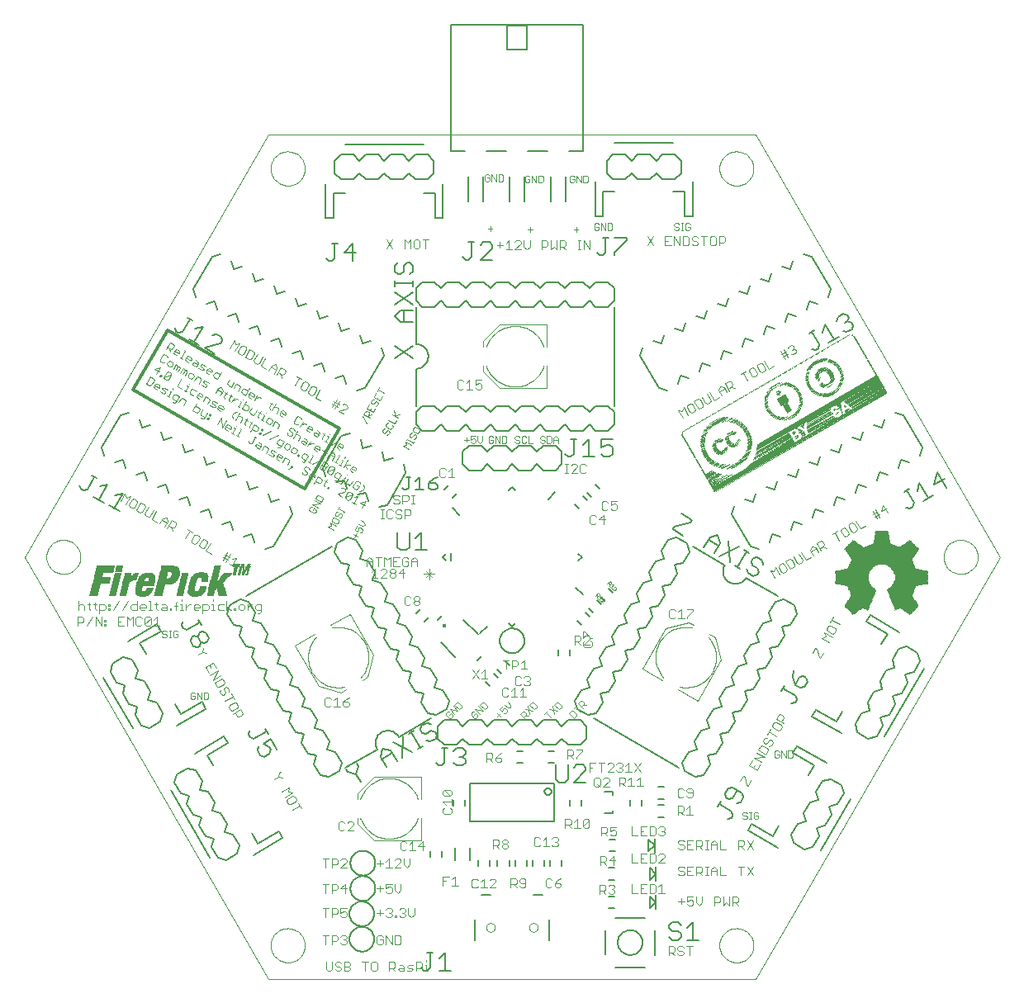
<source format=gto>
G75*
%MOIN*%
%OFA0B0*%
%FSLAX24Y24*%
%IPPOS*%
%LPD*%
%AMOC8*
5,1,8,0,0,1.08239X$1,22.5*
%
%ADD10C,0.0000*%
%ADD11C,0.0060*%
%ADD12C,0.0030*%
%ADD13C,0.0020*%
%ADD14C,0.0118*%
%ADD15C,0.0080*%
%ADD16C,0.0040*%
%ADD17C,0.0143*%
%ADD18C,0.0050*%
%ADD19R,0.0095X0.0005*%
%ADD20R,0.0105X0.0005*%
%ADD21R,0.0200X0.0005*%
%ADD22R,0.0190X0.0005*%
%ADD23R,0.0255X0.0005*%
%ADD24R,0.0250X0.0005*%
%ADD25R,0.0295X0.0005*%
%ADD26R,0.0290X0.0005*%
%ADD27R,0.0310X0.0005*%
%ADD28R,0.0330X0.0005*%
%ADD29R,0.0325X0.0005*%
%ADD30R,0.0320X0.0005*%
%ADD31R,0.0360X0.0005*%
%ADD32R,0.0350X0.0005*%
%ADD33R,0.0385X0.0005*%
%ADD34R,0.0375X0.0005*%
%ADD35R,0.0405X0.0005*%
%ADD36R,0.0395X0.0005*%
%ADD37R,0.0420X0.0005*%
%ADD38R,0.0440X0.0005*%
%ADD39R,0.0435X0.0005*%
%ADD40R,0.0455X0.0005*%
%ADD41R,0.0470X0.0005*%
%ADD42R,0.0485X0.0005*%
%ADD43R,0.0500X0.0005*%
%ADD44R,0.0495X0.0005*%
%ADD45R,0.0315X0.0005*%
%ADD46R,0.0510X0.0005*%
%ADD47R,0.0520X0.0005*%
%ADD48R,0.0530X0.0005*%
%ADD49R,0.0540X0.0005*%
%ADD50R,0.0545X0.0005*%
%ADD51R,0.0555X0.0005*%
%ADD52R,0.0560X0.0005*%
%ADD53R,0.0570X0.0005*%
%ADD54R,0.0575X0.0005*%
%ADD55R,0.0585X0.0005*%
%ADD56R,0.0590X0.0005*%
%ADD57R,0.0305X0.0005*%
%ADD58R,0.0600X0.0005*%
%ADD59R,0.0605X0.0005*%
%ADD60R,0.0610X0.0005*%
%ADD61R,0.0615X0.0005*%
%ADD62R,0.0620X0.0005*%
%ADD63R,0.0625X0.0005*%
%ADD64R,0.0630X0.0005*%
%ADD65R,0.0635X0.0005*%
%ADD66R,0.0640X0.0005*%
%ADD67R,0.0645X0.0005*%
%ADD68R,0.0650X0.0005*%
%ADD69R,0.0655X0.0005*%
%ADD70R,0.0665X0.0005*%
%ADD71R,0.0660X0.0005*%
%ADD72R,0.0670X0.0005*%
%ADD73R,0.0285X0.0005*%
%ADD74R,0.0675X0.0005*%
%ADD75R,0.0280X0.0005*%
%ADD76R,0.0680X0.0005*%
%ADD77R,0.0275X0.0005*%
%ADD78R,0.0270X0.0005*%
%ADD79R,0.0300X0.0005*%
%ADD80R,0.0265X0.0005*%
%ADD81R,0.0335X0.0005*%
%ADD82R,0.0735X0.0005*%
%ADD83R,0.0595X0.0005*%
%ADD84R,0.0580X0.0005*%
%ADD85R,0.0525X0.0005*%
%ADD86R,0.0550X0.0005*%
%ADD87R,0.0730X0.0005*%
%ADD88R,0.0690X0.0005*%
%ADD89R,0.0535X0.0005*%
%ADD90R,0.0695X0.0005*%
%ADD91R,0.0700X0.0005*%
%ADD92R,0.0705X0.0005*%
%ADD93R,0.0715X0.0005*%
%ADD94R,0.0725X0.0005*%
%ADD95R,0.0720X0.0005*%
%ADD96R,0.0565X0.0005*%
%ADD97R,0.0740X0.0005*%
%ADD98R,0.0745X0.0005*%
%ADD99R,0.0750X0.0005*%
%ADD100R,0.0755X0.0005*%
%ADD101R,0.0345X0.0005*%
%ADD102R,0.0760X0.0005*%
%ADD103R,0.0765X0.0005*%
%ADD104R,0.0770X0.0005*%
%ADD105R,0.0415X0.0005*%
%ADD106R,0.0260X0.0005*%
%ADD107R,0.0775X0.0005*%
%ADD108R,0.0020X0.0005*%
%ADD109R,0.0780X0.0005*%
%ADD110R,0.0785X0.0005*%
%ADD111R,0.0790X0.0005*%
%ADD112R,0.0795X0.0005*%
%ADD113R,0.0365X0.0005*%
%ADD114R,0.0340X0.0005*%
%ADD115R,0.0245X0.0005*%
%ADD116R,0.0240X0.0005*%
%ADD117R,0.0235X0.0005*%
%ADD118R,0.0230X0.0005*%
%ADD119R,0.0225X0.0005*%
%ADD120R,0.0220X0.0005*%
%ADD121R,0.0215X0.0005*%
%ADD122R,0.0110X0.0005*%
%ADD123R,0.0080X0.0005*%
%ADD124R,0.0210X0.0005*%
%ADD125R,0.0085X0.0005*%
%ADD126R,0.0100X0.0005*%
%ADD127R,0.0505X0.0005*%
%ADD128R,0.0090X0.0005*%
%ADD129R,0.0195X0.0005*%
%ADD130R,0.0490X0.0005*%
%ADD131R,0.0480X0.0005*%
%ADD132R,0.0465X0.0005*%
%ADD133R,0.0180X0.0005*%
%ADD134R,0.0445X0.0005*%
%ADD135R,0.0175X0.0005*%
%ADD136R,0.0170X0.0005*%
%ADD137R,0.0165X0.0005*%
%ADD138R,0.0155X0.0005*%
%ADD139R,0.0450X0.0005*%
%ADD140R,0.0150X0.0005*%
%ADD141R,0.0140X0.0005*%
%ADD142R,0.0130X0.0005*%
%ADD143R,0.0115X0.0005*%
%ADD144R,0.0370X0.0005*%
%ADD145R,0.0070X0.0005*%
%ADD146R,0.0120X0.0005*%
%ADD147R,0.0125X0.0005*%
%ADD148R,0.0135X0.0005*%
%ADD149R,0.0145X0.0005*%
%ADD150R,0.0075X0.0005*%
%ADD151R,0.0710X0.0005*%
%ADD152R,0.0685X0.0005*%
%ADD153R,0.0160X0.0005*%
%ADD154R,0.0515X0.0005*%
%ADD155R,0.0020X0.0010*%
%ADD156R,0.0030X0.0010*%
%ADD157R,0.0050X0.0010*%
%ADD158R,0.0080X0.0010*%
%ADD159R,0.0100X0.0010*%
%ADD160R,0.0130X0.0010*%
%ADD161R,0.0120X0.0010*%
%ADD162R,0.0150X0.0010*%
%ADD163R,0.0180X0.0010*%
%ADD164R,0.0170X0.0010*%
%ADD165R,0.0200X0.0010*%
%ADD166R,0.0220X0.0010*%
%ADD167R,0.0250X0.0010*%
%ADD168R,0.0270X0.0010*%
%ADD169R,0.0300X0.0010*%
%ADD170R,0.0320X0.0010*%
%ADD171R,0.0350X0.0010*%
%ADD172R,0.0360X0.0010*%
%ADD173R,0.0370X0.0010*%
%ADD174R,0.0390X0.0010*%
%ADD175R,0.0410X0.0010*%
%ADD176R,0.0420X0.0010*%
%ADD177R,0.0430X0.0010*%
%ADD178R,0.0440X0.0010*%
%ADD179R,0.0460X0.0010*%
%ADD180R,0.0040X0.0010*%
%ADD181R,0.0470X0.0010*%
%ADD182R,0.0480X0.0010*%
%ADD183R,0.0070X0.0010*%
%ADD184R,0.0490X0.0010*%
%ADD185R,0.0520X0.0010*%
%ADD186R,0.0090X0.0010*%
%ADD187R,0.0540X0.0010*%
%ADD188R,0.0570X0.0010*%
%ADD189R,0.0140X0.0010*%
%ADD190R,0.0580X0.0010*%
%ADD191R,0.0160X0.0010*%
%ADD192R,0.0590X0.0010*%
%ADD193R,0.0620X0.0010*%
%ADD194R,0.0190X0.0010*%
%ADD195R,0.0650X0.0010*%
%ADD196R,0.0210X0.0010*%
%ADD197R,0.0640X0.0010*%
%ADD198R,0.0910X0.0010*%
%ADD199R,0.0920X0.0010*%
%ADD200R,0.0940X0.0010*%
%ADD201R,0.0950X0.0010*%
%ADD202R,0.0970X0.0010*%
%ADD203R,0.0960X0.0010*%
%ADD204R,0.0980X0.0010*%
%ADD205R,0.0990X0.0010*%
%ADD206R,0.1010X0.0010*%
%ADD207R,0.1020X0.0010*%
%ADD208R,0.1000X0.0010*%
%ADD209R,0.0930X0.0010*%
%ADD210R,0.1030X0.0010*%
%ADD211R,0.1040X0.0010*%
%ADD212R,0.1050X0.0010*%
%ADD213R,0.1060X0.0010*%
%ADD214R,0.1070X0.0010*%
%ADD215R,0.1080X0.0010*%
%ADD216R,0.1090X0.0010*%
%ADD217R,0.1100X0.0010*%
%ADD218R,0.1110X0.0010*%
%ADD219R,0.1160X0.0010*%
%ADD220R,0.1210X0.0010*%
%ADD221R,0.1250X0.0010*%
%ADD222R,0.1240X0.0010*%
%ADD223R,0.1290X0.0010*%
%ADD224R,0.1300X0.0010*%
%ADD225R,0.1340X0.0010*%
%ADD226R,0.1390X0.0010*%
%ADD227R,0.1380X0.0010*%
%ADD228R,0.1370X0.0010*%
%ADD229R,0.1360X0.0010*%
%ADD230R,0.1350X0.0010*%
%ADD231R,0.1330X0.0010*%
%ADD232R,0.1400X0.0010*%
%ADD233R,0.1320X0.0010*%
%ADD234R,0.1270X0.0010*%
%ADD235R,0.1220X0.0010*%
%ADD236R,0.1180X0.0010*%
%ADD237R,0.1140X0.0010*%
%ADD238R,0.1130X0.0010*%
%ADD239R,0.1120X0.0010*%
%ADD240R,0.1150X0.0010*%
%ADD241R,0.1170X0.0010*%
%ADD242R,0.1230X0.0010*%
%ADD243R,0.2580X0.0010*%
%ADD244R,0.2570X0.0010*%
%ADD245R,0.2560X0.0010*%
%ADD246R,0.2540X0.0010*%
%ADD247R,0.2530X0.0010*%
%ADD248R,0.2520X0.0010*%
%ADD249R,0.2500X0.0010*%
%ADD250R,0.2480X0.0010*%
%ADD251R,0.2470X0.0010*%
%ADD252R,0.2460X0.0010*%
%ADD253R,0.2440X0.0010*%
%ADD254R,0.2590X0.0010*%
%ADD255R,0.2610X0.0010*%
%ADD256R,0.2620X0.0010*%
%ADD257R,0.2640X0.0010*%
%ADD258R,0.2650X0.0010*%
%ADD259R,0.2660X0.0010*%
%ADD260R,0.2680X0.0010*%
%ADD261R,0.2690X0.0010*%
%ADD262R,0.2700X0.0010*%
%ADD263R,0.2720X0.0010*%
%ADD264R,0.2730X0.0010*%
%ADD265R,0.2740X0.0010*%
%ADD266R,0.2760X0.0010*%
%ADD267R,0.2770X0.0010*%
%ADD268R,0.2780X0.0010*%
%ADD269R,0.2800X0.0010*%
%ADD270R,0.2820X0.0010*%
%ADD271R,0.2840X0.0010*%
%ADD272R,0.2860X0.0010*%
%ADD273R,0.2880X0.0010*%
%ADD274R,0.2900X0.0010*%
%ADD275R,0.2910X0.0010*%
%ADD276R,0.2920X0.0010*%
%ADD277R,0.2940X0.0010*%
%ADD278R,0.2950X0.0010*%
%ADD279R,0.2960X0.0010*%
%ADD280R,0.2980X0.0010*%
%ADD281R,0.2990X0.0010*%
%ADD282R,0.0700X0.0010*%
%ADD283R,0.0670X0.0010*%
%ADD284R,0.1280X0.0010*%
%ADD285R,0.0600X0.0010*%
%ADD286R,0.0550X0.0010*%
%ADD287R,0.0530X0.0010*%
%ADD288R,0.0500X0.0010*%
%ADD289R,0.0450X0.0010*%
%ADD290R,0.0880X0.0010*%
%ADD291R,0.0840X0.0010*%
%ADD292R,0.0400X0.0010*%
%ADD293R,0.0800X0.0010*%
%ADD294R,0.0380X0.0010*%
%ADD295R,0.0740X0.0010*%
%ADD296R,0.0720X0.0010*%
%ADD297R,0.0330X0.0010*%
%ADD298R,0.0680X0.0010*%
%ADD299R,0.0280X0.0010*%
%ADD300R,0.0230X0.0010*%
%ADD301R,0.0660X0.0010*%
%ADD302R,0.0110X0.0010*%
%ADD303R,0.0060X0.0010*%
%ADD304R,0.0630X0.0010*%
%ADD305R,0.0610X0.0010*%
%ADD306R,0.0560X0.0010*%
%ADD307R,0.7980X0.0020*%
%ADD308R,0.8020X0.0020*%
%ADD309R,0.8060X0.0020*%
%ADD310R,0.3820X0.0020*%
%ADD311R,0.0340X0.0020*%
%ADD312R,0.1340X0.0020*%
%ADD313R,0.0120X0.0020*%
%ADD314R,0.0240X0.0020*%
%ADD315R,0.1560X0.0020*%
%ADD316R,0.1280X0.0020*%
%ADD317R,0.0080X0.0020*%
%ADD318R,0.0220X0.0020*%
%ADD319R,0.1540X0.0020*%
%ADD320R,0.0200X0.0020*%
%ADD321R,0.1260X0.0020*%
%ADD322R,0.0040X0.0020*%
%ADD323R,0.1220X0.0020*%
%ADD324R,0.2240X0.0020*%
%ADD325R,0.0180X0.0020*%
%ADD326R,0.1240X0.0020*%
%ADD327R,0.1120X0.0020*%
%ADD328R,0.2140X0.0020*%
%ADD329R,0.1060X0.0020*%
%ADD330R,0.2060X0.0020*%
%ADD331R,0.0140X0.0020*%
%ADD332R,0.0160X0.0020*%
%ADD333R,0.1580X0.0020*%
%ADD334R,0.1000X0.0020*%
%ADD335R,0.2020X0.0020*%
%ADD336R,0.0060X0.0020*%
%ADD337R,0.0940X0.0020*%
%ADD338R,0.1960X0.0020*%
%ADD339R,0.1200X0.0020*%
%ADD340R,0.0900X0.0020*%
%ADD341R,0.1920X0.0020*%
%ADD342R,0.1600X0.0020*%
%ADD343R,0.0860X0.0020*%
%ADD344R,0.1880X0.0020*%
%ADD345R,0.1400X0.0020*%
%ADD346R,0.0820X0.0020*%
%ADD347R,0.1840X0.0020*%
%ADD348R,0.1320X0.0020*%
%ADD349R,0.1620X0.0020*%
%ADD350R,0.0780X0.0020*%
%ADD351R,0.1800X0.0020*%
%ADD352R,0.0100X0.0020*%
%ADD353R,0.0760X0.0020*%
%ADD354R,0.1760X0.0020*%
%ADD355R,0.0720X0.0020*%
%ADD356R,0.1740X0.0020*%
%ADD357R,0.1180X0.0020*%
%ADD358R,0.1640X0.0020*%
%ADD359R,0.0700X0.0020*%
%ADD360R,0.1720X0.0020*%
%ADD361R,0.1160X0.0020*%
%ADD362R,0.0260X0.0020*%
%ADD363R,0.0020X0.0020*%
%ADD364R,0.0660X0.0020*%
%ADD365R,0.1680X0.0020*%
%ADD366R,0.1140X0.0020*%
%ADD367R,0.0640X0.0020*%
%ADD368R,0.0480X0.0020*%
%ADD369R,0.1660X0.0020*%
%ADD370R,0.0620X0.0020*%
%ADD371R,0.0600X0.0020*%
%ADD372R,0.0740X0.0020*%
%ADD373R,0.1100X0.0020*%
%ADD374R,0.0580X0.0020*%
%ADD375R,0.0840X0.0020*%
%ADD376R,0.0560X0.0020*%
%ADD377R,0.0920X0.0020*%
%ADD378R,0.0540X0.0020*%
%ADD379R,0.1700X0.0020*%
%ADD380R,0.0520X0.0020*%
%ADD381R,0.0500X0.0020*%
%ADD382R,0.3500X0.0020*%
%ADD383R,0.2120X0.0020*%
%ADD384R,0.0460X0.0020*%
%ADD385R,0.5740X0.0020*%
%ADD386R,0.0400X0.0020*%
%ADD387R,0.5720X0.0020*%
%ADD388R,0.0440X0.0020*%
%ADD389R,0.0360X0.0020*%
%ADD390R,0.5700X0.0020*%
%ADD391R,0.0320X0.0020*%
%ADD392R,0.5680X0.0020*%
%ADD393R,0.0420X0.0020*%
%ADD394R,0.0300X0.0020*%
%ADD395R,0.0280X0.0020*%
%ADD396R,0.5660X0.0020*%
%ADD397R,0.0380X0.0020*%
%ADD398R,0.5640X0.0020*%
%ADD399R,0.5620X0.0020*%
%ADD400R,0.0980X0.0020*%
%ADD401R,0.0680X0.0020*%
%ADD402R,0.7940X0.0020*%
%ADD403R,0.7900X0.0020*%
%ADD404R,0.7780X0.0020*%
%ADD405C,0.0010*%
D10*
X009993Y000376D02*
X000150Y017423D01*
X009993Y034471D01*
X029678Y034471D01*
X039520Y017423D01*
X029678Y000376D01*
X009993Y000376D01*
X010091Y001740D02*
X010093Y001792D01*
X010099Y001844D01*
X010109Y001895D01*
X010122Y001945D01*
X010140Y001995D01*
X010161Y002042D01*
X010185Y002088D01*
X010214Y002132D01*
X010245Y002174D01*
X010279Y002213D01*
X010316Y002250D01*
X010356Y002283D01*
X010399Y002314D01*
X010443Y002341D01*
X010489Y002365D01*
X010538Y002385D01*
X010587Y002401D01*
X010638Y002414D01*
X010689Y002423D01*
X010741Y002428D01*
X010793Y002429D01*
X010845Y002426D01*
X010897Y002419D01*
X010948Y002408D01*
X010998Y002394D01*
X011047Y002375D01*
X011094Y002353D01*
X011139Y002328D01*
X011183Y002299D01*
X011224Y002267D01*
X011263Y002232D01*
X011298Y002194D01*
X011331Y002153D01*
X011361Y002111D01*
X011387Y002066D01*
X011410Y002019D01*
X011429Y001970D01*
X011445Y001920D01*
X011457Y001870D01*
X011465Y001818D01*
X011469Y001766D01*
X011469Y001714D01*
X011465Y001662D01*
X011457Y001610D01*
X011445Y001560D01*
X011429Y001510D01*
X011410Y001461D01*
X011387Y001414D01*
X011361Y001369D01*
X011331Y001327D01*
X011298Y001286D01*
X011263Y001248D01*
X011224Y001213D01*
X011183Y001181D01*
X011139Y001152D01*
X011094Y001127D01*
X011047Y001105D01*
X010998Y001086D01*
X010948Y001072D01*
X010897Y001061D01*
X010845Y001054D01*
X010793Y001051D01*
X010741Y001052D01*
X010689Y001057D01*
X010638Y001066D01*
X010587Y001079D01*
X010538Y001095D01*
X010489Y001115D01*
X010443Y001139D01*
X010399Y001166D01*
X010356Y001197D01*
X010316Y001230D01*
X010279Y001267D01*
X010245Y001306D01*
X010214Y001348D01*
X010185Y001392D01*
X010161Y001438D01*
X010140Y001485D01*
X010122Y001535D01*
X010109Y001585D01*
X010099Y001636D01*
X010093Y001688D01*
X010091Y001740D01*
X018792Y002463D02*
X018794Y002489D01*
X018800Y002515D01*
X018810Y002540D01*
X018823Y002563D01*
X018839Y002583D01*
X018859Y002601D01*
X018881Y002616D01*
X018904Y002628D01*
X018930Y002636D01*
X018956Y002640D01*
X018982Y002640D01*
X019008Y002636D01*
X019034Y002628D01*
X019058Y002616D01*
X019079Y002601D01*
X019099Y002583D01*
X019115Y002563D01*
X019128Y002540D01*
X019138Y002515D01*
X019144Y002489D01*
X019146Y002463D01*
X019144Y002437D01*
X019138Y002411D01*
X019128Y002386D01*
X019115Y002363D01*
X019099Y002343D01*
X019079Y002325D01*
X019057Y002310D01*
X019034Y002298D01*
X019008Y002290D01*
X018982Y002286D01*
X018956Y002286D01*
X018930Y002290D01*
X018904Y002298D01*
X018880Y002310D01*
X018859Y002325D01*
X018839Y002343D01*
X018823Y002363D01*
X018810Y002386D01*
X018800Y002411D01*
X018794Y002437D01*
X018792Y002463D01*
X020524Y002463D02*
X020526Y002489D01*
X020532Y002515D01*
X020542Y002540D01*
X020555Y002563D01*
X020571Y002583D01*
X020591Y002601D01*
X020613Y002616D01*
X020636Y002628D01*
X020662Y002636D01*
X020688Y002640D01*
X020714Y002640D01*
X020740Y002636D01*
X020766Y002628D01*
X020790Y002616D01*
X020811Y002601D01*
X020831Y002583D01*
X020847Y002563D01*
X020860Y002540D01*
X020870Y002515D01*
X020876Y002489D01*
X020878Y002463D01*
X020876Y002437D01*
X020870Y002411D01*
X020860Y002386D01*
X020847Y002363D01*
X020831Y002343D01*
X020811Y002325D01*
X020789Y002310D01*
X020766Y002298D01*
X020740Y002290D01*
X020714Y002286D01*
X020688Y002286D01*
X020662Y002290D01*
X020636Y002298D01*
X020612Y002310D01*
X020591Y002325D01*
X020571Y002343D01*
X020555Y002363D01*
X020542Y002386D01*
X020532Y002411D01*
X020526Y002437D01*
X020524Y002463D01*
X028201Y001740D02*
X028203Y001792D01*
X028209Y001844D01*
X028219Y001895D01*
X028232Y001945D01*
X028250Y001995D01*
X028271Y002042D01*
X028295Y002088D01*
X028324Y002132D01*
X028355Y002174D01*
X028389Y002213D01*
X028426Y002250D01*
X028466Y002283D01*
X028509Y002314D01*
X028553Y002341D01*
X028599Y002365D01*
X028648Y002385D01*
X028697Y002401D01*
X028748Y002414D01*
X028799Y002423D01*
X028851Y002428D01*
X028903Y002429D01*
X028955Y002426D01*
X029007Y002419D01*
X029058Y002408D01*
X029108Y002394D01*
X029157Y002375D01*
X029204Y002353D01*
X029249Y002328D01*
X029293Y002299D01*
X029334Y002267D01*
X029373Y002232D01*
X029408Y002194D01*
X029441Y002153D01*
X029471Y002111D01*
X029497Y002066D01*
X029520Y002019D01*
X029539Y001970D01*
X029555Y001920D01*
X029567Y001870D01*
X029575Y001818D01*
X029579Y001766D01*
X029579Y001714D01*
X029575Y001662D01*
X029567Y001610D01*
X029555Y001560D01*
X029539Y001510D01*
X029520Y001461D01*
X029497Y001414D01*
X029471Y001369D01*
X029441Y001327D01*
X029408Y001286D01*
X029373Y001248D01*
X029334Y001213D01*
X029293Y001181D01*
X029249Y001152D01*
X029204Y001127D01*
X029157Y001105D01*
X029108Y001086D01*
X029058Y001072D01*
X029007Y001061D01*
X028955Y001054D01*
X028903Y001051D01*
X028851Y001052D01*
X028799Y001057D01*
X028748Y001066D01*
X028697Y001079D01*
X028648Y001095D01*
X028599Y001115D01*
X028553Y001139D01*
X028509Y001166D01*
X028466Y001197D01*
X028426Y001230D01*
X028389Y001267D01*
X028355Y001306D01*
X028324Y001348D01*
X028295Y001392D01*
X028271Y001438D01*
X028250Y001485D01*
X028232Y001535D01*
X028219Y001585D01*
X028209Y001636D01*
X028203Y001688D01*
X028201Y001740D01*
X037256Y017423D02*
X037258Y017475D01*
X037264Y017527D01*
X037274Y017578D01*
X037287Y017628D01*
X037305Y017678D01*
X037326Y017725D01*
X037350Y017771D01*
X037379Y017815D01*
X037410Y017857D01*
X037444Y017896D01*
X037481Y017933D01*
X037521Y017966D01*
X037564Y017997D01*
X037608Y018024D01*
X037654Y018048D01*
X037703Y018068D01*
X037752Y018084D01*
X037803Y018097D01*
X037854Y018106D01*
X037906Y018111D01*
X037958Y018112D01*
X038010Y018109D01*
X038062Y018102D01*
X038113Y018091D01*
X038163Y018077D01*
X038212Y018058D01*
X038259Y018036D01*
X038304Y018011D01*
X038348Y017982D01*
X038389Y017950D01*
X038428Y017915D01*
X038463Y017877D01*
X038496Y017836D01*
X038526Y017794D01*
X038552Y017749D01*
X038575Y017702D01*
X038594Y017653D01*
X038610Y017603D01*
X038622Y017553D01*
X038630Y017501D01*
X038634Y017449D01*
X038634Y017397D01*
X038630Y017345D01*
X038622Y017293D01*
X038610Y017243D01*
X038594Y017193D01*
X038575Y017144D01*
X038552Y017097D01*
X038526Y017052D01*
X038496Y017010D01*
X038463Y016969D01*
X038428Y016931D01*
X038389Y016896D01*
X038348Y016864D01*
X038304Y016835D01*
X038259Y016810D01*
X038212Y016788D01*
X038163Y016769D01*
X038113Y016755D01*
X038062Y016744D01*
X038010Y016737D01*
X037958Y016734D01*
X037906Y016735D01*
X037854Y016740D01*
X037803Y016749D01*
X037752Y016762D01*
X037703Y016778D01*
X037654Y016798D01*
X037608Y016822D01*
X037564Y016849D01*
X037521Y016880D01*
X037481Y016913D01*
X037444Y016950D01*
X037410Y016989D01*
X037379Y017031D01*
X037350Y017075D01*
X037326Y017121D01*
X037305Y017168D01*
X037287Y017218D01*
X037274Y017268D01*
X037264Y017319D01*
X037258Y017371D01*
X037256Y017423D01*
X028201Y033107D02*
X028203Y033159D01*
X028209Y033211D01*
X028219Y033262D01*
X028232Y033312D01*
X028250Y033362D01*
X028271Y033409D01*
X028295Y033455D01*
X028324Y033499D01*
X028355Y033541D01*
X028389Y033580D01*
X028426Y033617D01*
X028466Y033650D01*
X028509Y033681D01*
X028553Y033708D01*
X028599Y033732D01*
X028648Y033752D01*
X028697Y033768D01*
X028748Y033781D01*
X028799Y033790D01*
X028851Y033795D01*
X028903Y033796D01*
X028955Y033793D01*
X029007Y033786D01*
X029058Y033775D01*
X029108Y033761D01*
X029157Y033742D01*
X029204Y033720D01*
X029249Y033695D01*
X029293Y033666D01*
X029334Y033634D01*
X029373Y033599D01*
X029408Y033561D01*
X029441Y033520D01*
X029471Y033478D01*
X029497Y033433D01*
X029520Y033386D01*
X029539Y033337D01*
X029555Y033287D01*
X029567Y033237D01*
X029575Y033185D01*
X029579Y033133D01*
X029579Y033081D01*
X029575Y033029D01*
X029567Y032977D01*
X029555Y032927D01*
X029539Y032877D01*
X029520Y032828D01*
X029497Y032781D01*
X029471Y032736D01*
X029441Y032694D01*
X029408Y032653D01*
X029373Y032615D01*
X029334Y032580D01*
X029293Y032548D01*
X029249Y032519D01*
X029204Y032494D01*
X029157Y032472D01*
X029108Y032453D01*
X029058Y032439D01*
X029007Y032428D01*
X028955Y032421D01*
X028903Y032418D01*
X028851Y032419D01*
X028799Y032424D01*
X028748Y032433D01*
X028697Y032446D01*
X028648Y032462D01*
X028599Y032482D01*
X028553Y032506D01*
X028509Y032533D01*
X028466Y032564D01*
X028426Y032597D01*
X028389Y032634D01*
X028355Y032673D01*
X028324Y032715D01*
X028295Y032759D01*
X028271Y032805D01*
X028250Y032852D01*
X028232Y032902D01*
X028219Y032952D01*
X028209Y033003D01*
X028203Y033055D01*
X028201Y033107D01*
X010091Y033107D02*
X010093Y033159D01*
X010099Y033211D01*
X010109Y033262D01*
X010122Y033312D01*
X010140Y033362D01*
X010161Y033409D01*
X010185Y033455D01*
X010214Y033499D01*
X010245Y033541D01*
X010279Y033580D01*
X010316Y033617D01*
X010356Y033650D01*
X010399Y033681D01*
X010443Y033708D01*
X010489Y033732D01*
X010538Y033752D01*
X010587Y033768D01*
X010638Y033781D01*
X010689Y033790D01*
X010741Y033795D01*
X010793Y033796D01*
X010845Y033793D01*
X010897Y033786D01*
X010948Y033775D01*
X010998Y033761D01*
X011047Y033742D01*
X011094Y033720D01*
X011139Y033695D01*
X011183Y033666D01*
X011224Y033634D01*
X011263Y033599D01*
X011298Y033561D01*
X011331Y033520D01*
X011361Y033478D01*
X011387Y033433D01*
X011410Y033386D01*
X011429Y033337D01*
X011445Y033287D01*
X011457Y033237D01*
X011465Y033185D01*
X011469Y033133D01*
X011469Y033081D01*
X011465Y033029D01*
X011457Y032977D01*
X011445Y032927D01*
X011429Y032877D01*
X011410Y032828D01*
X011387Y032781D01*
X011361Y032736D01*
X011331Y032694D01*
X011298Y032653D01*
X011263Y032615D01*
X011224Y032580D01*
X011183Y032548D01*
X011139Y032519D01*
X011094Y032494D01*
X011047Y032472D01*
X010998Y032453D01*
X010948Y032439D01*
X010897Y032428D01*
X010845Y032421D01*
X010793Y032418D01*
X010741Y032419D01*
X010689Y032424D01*
X010638Y032433D01*
X010587Y032446D01*
X010538Y032462D01*
X010489Y032482D01*
X010443Y032506D01*
X010399Y032533D01*
X010356Y032564D01*
X010316Y032597D01*
X010279Y032634D01*
X010245Y032673D01*
X010214Y032715D01*
X010185Y032759D01*
X010161Y032805D01*
X010140Y032852D01*
X010122Y032902D01*
X010109Y032952D01*
X010099Y033003D01*
X010093Y033055D01*
X010091Y033107D01*
X001036Y017423D02*
X001038Y017475D01*
X001044Y017527D01*
X001054Y017578D01*
X001067Y017628D01*
X001085Y017678D01*
X001106Y017725D01*
X001130Y017771D01*
X001159Y017815D01*
X001190Y017857D01*
X001224Y017896D01*
X001261Y017933D01*
X001301Y017966D01*
X001344Y017997D01*
X001388Y018024D01*
X001434Y018048D01*
X001483Y018068D01*
X001532Y018084D01*
X001583Y018097D01*
X001634Y018106D01*
X001686Y018111D01*
X001738Y018112D01*
X001790Y018109D01*
X001842Y018102D01*
X001893Y018091D01*
X001943Y018077D01*
X001992Y018058D01*
X002039Y018036D01*
X002084Y018011D01*
X002128Y017982D01*
X002169Y017950D01*
X002208Y017915D01*
X002243Y017877D01*
X002276Y017836D01*
X002306Y017794D01*
X002332Y017749D01*
X002355Y017702D01*
X002374Y017653D01*
X002390Y017603D01*
X002402Y017553D01*
X002410Y017501D01*
X002414Y017449D01*
X002414Y017397D01*
X002410Y017345D01*
X002402Y017293D01*
X002390Y017243D01*
X002374Y017193D01*
X002355Y017144D01*
X002332Y017097D01*
X002306Y017052D01*
X002276Y017010D01*
X002243Y016969D01*
X002208Y016931D01*
X002169Y016896D01*
X002128Y016864D01*
X002084Y016835D01*
X002039Y016810D01*
X001992Y016788D01*
X001943Y016769D01*
X001893Y016755D01*
X001842Y016744D01*
X001790Y016737D01*
X001738Y016734D01*
X001686Y016735D01*
X001634Y016740D01*
X001583Y016749D01*
X001532Y016762D01*
X001483Y016778D01*
X001434Y016798D01*
X001388Y016822D01*
X001344Y016849D01*
X001301Y016880D01*
X001261Y016913D01*
X001224Y016950D01*
X001190Y016989D01*
X001159Y017031D01*
X001130Y017075D01*
X001106Y017121D01*
X001085Y017168D01*
X001067Y017218D01*
X001054Y017268D01*
X001044Y017319D01*
X001038Y017371D01*
X001036Y017423D01*
D11*
X006702Y007436D02*
X006952Y007003D01*
X007293Y006912D01*
X007202Y006570D01*
X007452Y006137D01*
X007793Y006046D01*
X007702Y005704D01*
X007952Y005271D01*
X008293Y005180D01*
X008726Y005430D01*
X008818Y005771D01*
X008568Y006204D01*
X008226Y006296D01*
X008318Y006637D01*
X008068Y007070D01*
X007726Y007162D01*
X007818Y007503D01*
X007568Y007936D01*
X007226Y008028D01*
X007318Y008369D01*
X007068Y008802D01*
X006726Y008894D01*
X006293Y008644D01*
X006202Y008302D01*
X006452Y007869D01*
X006793Y007778D01*
X006702Y007436D01*
X005211Y010527D02*
X005644Y010777D01*
X005736Y011118D01*
X005486Y011552D01*
X005144Y011643D01*
X005236Y011985D01*
X004986Y012418D01*
X004644Y012509D01*
X004736Y012851D01*
X004486Y013284D01*
X004144Y013375D01*
X003711Y013125D01*
X003620Y012784D01*
X003870Y012351D01*
X004211Y012259D01*
X004120Y011918D01*
X004370Y011485D01*
X004711Y011393D01*
X004620Y011052D01*
X004870Y010618D01*
X005211Y010527D01*
X009098Y013823D02*
X008848Y014256D01*
X008940Y014597D01*
X008598Y014689D01*
X008348Y015122D01*
X008440Y015463D01*
X008873Y015713D01*
X009214Y015622D01*
X009464Y015189D01*
X009373Y014847D01*
X009714Y014756D01*
X009964Y014323D01*
X009873Y013981D01*
X010214Y013890D01*
X010464Y013457D01*
X010373Y013115D01*
X010714Y013024D01*
X010964Y012591D01*
X010873Y012249D01*
X011214Y012158D01*
X011464Y011725D01*
X011373Y011383D01*
X011714Y011292D01*
X011964Y010859D01*
X011873Y010517D01*
X012214Y010426D01*
X012464Y009993D01*
X012373Y009651D01*
X012714Y009560D01*
X012964Y009127D01*
X012873Y008785D01*
X012440Y008535D01*
X012098Y008627D01*
X011848Y009060D01*
X011940Y009401D01*
X011598Y009493D01*
X011348Y009926D01*
X011440Y010267D01*
X011098Y010359D01*
X010848Y010792D01*
X010940Y011133D01*
X010598Y011225D01*
X010348Y011658D01*
X010440Y011999D01*
X010098Y012091D01*
X009848Y012524D01*
X009940Y012865D01*
X009598Y012957D01*
X009348Y013390D01*
X009440Y013731D01*
X009098Y013823D01*
X009868Y017755D02*
X010209Y017846D01*
X010959Y019145D01*
X010868Y019487D01*
X010435Y019737D02*
X010093Y019645D01*
X010002Y019987D01*
X009569Y020237D02*
X009227Y020145D01*
X009136Y020487D01*
X008703Y020737D02*
X008361Y020645D01*
X008270Y020987D01*
X007837Y021237D02*
X007495Y021145D01*
X007404Y021487D01*
X006971Y021737D02*
X006629Y021645D01*
X006538Y021987D01*
X006105Y022237D02*
X005763Y022145D01*
X005672Y022487D01*
X005239Y022737D02*
X004897Y022645D01*
X004805Y022987D01*
X004372Y023237D02*
X004031Y023145D01*
X003281Y021846D01*
X003372Y021505D01*
X003805Y021255D02*
X004147Y021346D01*
X004239Y021005D01*
X004672Y020755D02*
X005013Y020846D01*
X005105Y020505D01*
X005538Y020255D02*
X005879Y020346D01*
X005971Y020005D01*
X006404Y019755D02*
X006745Y019846D01*
X006837Y019505D01*
X007270Y019255D02*
X007611Y019346D01*
X007703Y019005D01*
X008136Y018755D02*
X008477Y018846D01*
X008569Y018505D01*
X009002Y018255D02*
X009343Y018346D01*
X009435Y018005D01*
X012290Y020686D02*
X012198Y021028D01*
X012948Y022327D01*
X013290Y022418D01*
X013723Y022168D02*
X013814Y021827D01*
X014156Y021918D01*
X014589Y021668D02*
X014680Y021327D01*
X015022Y021418D01*
X015455Y021168D02*
X015546Y020827D01*
X014796Y019528D01*
X014455Y019436D01*
X014022Y019686D02*
X013930Y020028D01*
X013589Y019936D01*
X013156Y020186D02*
X013064Y020528D01*
X012723Y020436D01*
X013203Y018213D02*
X012770Y017963D01*
X012678Y017622D01*
X012928Y017189D01*
X013270Y017097D01*
X013178Y016756D01*
X013428Y016323D01*
X013770Y016231D01*
X013678Y015890D01*
X013928Y015457D01*
X014270Y015365D01*
X014178Y015024D01*
X014428Y014591D01*
X014770Y014499D01*
X014678Y014158D01*
X014928Y013725D01*
X015270Y013633D01*
X015178Y013292D01*
X015428Y012859D01*
X015770Y012767D01*
X015678Y012426D01*
X015928Y011993D01*
X016270Y011901D01*
X016178Y011560D01*
X016428Y011127D01*
X016770Y011035D01*
X017203Y011285D01*
X017294Y011627D01*
X017044Y012060D01*
X016703Y012151D01*
X016794Y012493D01*
X016544Y012926D01*
X016203Y013017D01*
X016294Y013359D01*
X016044Y013792D01*
X015703Y013883D01*
X015794Y014225D01*
X015544Y014658D01*
X015203Y014749D01*
X015294Y015091D01*
X015044Y015524D01*
X014703Y015615D01*
X014794Y015957D01*
X014544Y016390D01*
X014203Y016481D01*
X014294Y016823D01*
X014044Y017256D01*
X013703Y017347D01*
X013794Y017689D01*
X013544Y018122D01*
X013203Y018213D01*
X015385Y020218D02*
X015473Y020129D01*
X015562Y020129D01*
X015650Y020218D01*
X015650Y020660D01*
X015562Y020660D02*
X015739Y020660D01*
X015928Y020483D02*
X016105Y020660D01*
X016105Y020129D01*
X015928Y020129D02*
X016282Y020129D01*
X016472Y020218D02*
X016561Y020129D01*
X016738Y020129D01*
X016826Y020218D01*
X016826Y020306D01*
X016738Y020395D01*
X016472Y020395D01*
X016472Y020218D01*
X016472Y020395D02*
X016649Y020572D01*
X016826Y020660D01*
X017271Y020312D02*
X017104Y020145D01*
X017438Y019811D02*
X017605Y019978D01*
X017417Y019403D02*
X017700Y019121D01*
X017374Y017579D02*
X017374Y017268D01*
X017155Y017289D02*
X017021Y017423D01*
X017155Y017558D01*
X016129Y015312D02*
X015962Y015145D01*
X016297Y014811D02*
X016464Y014978D01*
X018548Y014340D02*
X018831Y014623D01*
X019701Y014744D02*
X019835Y014609D01*
X019969Y014744D01*
X019564Y013225D02*
X019731Y013058D01*
X019397Y012724D02*
X019230Y012891D01*
X019092Y012713D02*
X019259Y012546D01*
X018925Y012212D02*
X018758Y012379D01*
X018585Y010837D02*
X018085Y010837D01*
X017835Y010587D01*
X017585Y010837D01*
X017085Y010837D01*
X016835Y010587D01*
X016835Y010087D01*
X017085Y009837D01*
X017585Y009837D01*
X017835Y010087D01*
X018085Y009837D01*
X018585Y009837D01*
X018835Y010087D01*
X019085Y009837D01*
X019585Y009837D01*
X019835Y010087D01*
X020085Y009837D01*
X020585Y009837D01*
X020835Y010087D01*
X021085Y009837D01*
X021585Y009837D01*
X021835Y010087D01*
X022085Y009837D01*
X022585Y009837D01*
X022835Y010087D01*
X022835Y010587D01*
X022585Y010837D01*
X022085Y010837D01*
X021835Y010587D01*
X021585Y010837D01*
X021085Y010837D01*
X020835Y010587D01*
X020585Y010837D01*
X020085Y010837D01*
X019835Y010587D01*
X019585Y010837D01*
X019085Y010837D01*
X018835Y010587D01*
X018585Y010837D01*
X016797Y010252D02*
X016753Y010086D01*
X016543Y009965D01*
X016377Y010009D01*
X016229Y009784D02*
X016019Y009663D01*
X016124Y009723D02*
X015760Y010354D01*
X015865Y010414D02*
X015655Y010293D01*
X015447Y010173D02*
X015391Y009300D01*
X015184Y009180D02*
X014941Y009601D01*
X014609Y009689D01*
X014521Y009358D01*
X014763Y008938D01*
X014581Y009253D02*
X015002Y009495D01*
X015027Y009931D02*
X015811Y009543D01*
X016195Y010325D02*
X016361Y010280D01*
X016571Y010401D01*
X016737Y010357D01*
X016797Y010252D01*
X016555Y010672D02*
X016389Y010717D01*
X016179Y010595D01*
X016134Y010430D01*
X016195Y010325D01*
X013624Y008981D02*
X013536Y008649D01*
X013718Y008334D01*
X013536Y008649D02*
X013204Y008738D01*
X013143Y008843D01*
X013564Y009086D02*
X013624Y008981D01*
X016528Y005534D02*
X016528Y005297D01*
X017000Y005297D02*
X017000Y005534D01*
X018457Y005179D02*
X018457Y004943D01*
X018930Y004943D02*
X018930Y005179D01*
X019244Y005179D02*
X019244Y004943D01*
X019717Y004943D02*
X019717Y005179D01*
X019953Y005179D02*
X019953Y004943D01*
X020426Y004943D02*
X020426Y005179D01*
X020662Y005179D02*
X020662Y004943D01*
X021134Y004943D02*
X021134Y005179D01*
X021370Y005179D02*
X021370Y004943D01*
X021843Y004943D02*
X021843Y005179D01*
X023733Y004864D02*
X023969Y004864D01*
X023969Y004392D02*
X023733Y004392D01*
X023733Y003723D02*
X023969Y003723D01*
X023969Y003250D02*
X023733Y003250D01*
X023772Y005534D02*
X024008Y005534D01*
X024008Y006006D02*
X023772Y006006D01*
X024599Y007384D02*
X024599Y007620D01*
X025071Y007620D02*
X025071Y007384D01*
X025741Y007397D02*
X025977Y007397D01*
X025977Y007660D02*
X025741Y007660D01*
X025741Y008132D02*
X025977Y008132D01*
X026797Y008785D02*
X026706Y009127D01*
X026956Y009560D01*
X027297Y009651D01*
X027206Y009993D01*
X027456Y010426D01*
X027797Y010517D01*
X027706Y010859D01*
X027956Y011292D01*
X028297Y011383D01*
X028206Y011725D01*
X028456Y012158D01*
X028797Y012249D01*
X028706Y012591D01*
X028956Y013024D01*
X029297Y013115D01*
X029206Y013457D01*
X029456Y013890D01*
X029797Y013981D01*
X029706Y014323D01*
X029956Y014756D01*
X030297Y014847D01*
X030206Y015189D01*
X030456Y015622D01*
X030797Y015713D01*
X031230Y015463D01*
X031322Y015122D01*
X031072Y014689D01*
X030730Y014597D01*
X030822Y014256D01*
X030572Y013823D01*
X030230Y013731D01*
X030322Y013390D01*
X030072Y012957D01*
X029730Y012865D01*
X029822Y012524D01*
X029572Y012091D01*
X029230Y011999D01*
X029322Y011658D01*
X029072Y011225D01*
X028730Y011133D01*
X028822Y010792D01*
X028572Y010359D01*
X028230Y010267D01*
X028322Y009926D01*
X028072Y009493D01*
X027730Y009401D01*
X027822Y009060D01*
X027572Y008627D01*
X027230Y008535D01*
X026797Y008785D01*
X025977Y006925D02*
X025741Y006925D01*
X022808Y008320D02*
X022322Y008320D01*
X022808Y008805D01*
X022808Y008926D01*
X022686Y009048D01*
X022444Y009048D01*
X022322Y008926D01*
X022083Y009048D02*
X022083Y008441D01*
X021961Y008320D01*
X021719Y008320D01*
X021597Y008441D01*
X021597Y009048D01*
X021528Y009116D02*
X021292Y009116D01*
X021292Y009589D02*
X021528Y009589D01*
X020268Y009589D02*
X020032Y009589D01*
X020032Y009116D02*
X020268Y009116D01*
X022158Y007620D02*
X022158Y007384D01*
X022630Y007384D02*
X022630Y007620D01*
X022900Y011035D02*
X022467Y011285D01*
X022376Y011627D01*
X022626Y012060D01*
X022967Y012151D01*
X022876Y012493D01*
X023126Y012926D01*
X023467Y013017D01*
X023376Y013359D01*
X023626Y013792D01*
X023967Y013883D01*
X023876Y014225D01*
X024126Y014658D01*
X024467Y014749D01*
X024376Y015091D01*
X024626Y015524D01*
X024967Y015615D01*
X024876Y015957D01*
X025126Y016390D01*
X025467Y016481D01*
X025376Y016823D01*
X025626Y017256D01*
X025967Y017347D01*
X025876Y017689D01*
X026126Y018122D01*
X026467Y018213D01*
X026900Y017963D01*
X026992Y017622D01*
X026742Y017189D01*
X026400Y017097D01*
X026492Y016756D01*
X026242Y016323D01*
X025900Y016231D01*
X025992Y015890D01*
X025742Y015457D01*
X025400Y015365D01*
X025492Y015024D01*
X025242Y014591D01*
X024900Y014499D01*
X024992Y014158D01*
X024742Y013725D01*
X024400Y013633D01*
X024492Y013292D01*
X024242Y012859D01*
X023900Y012767D01*
X023992Y012426D01*
X023742Y011993D01*
X023400Y011901D01*
X023492Y011560D01*
X023242Y011127D01*
X022900Y011035D01*
X022178Y013447D02*
X022178Y013683D01*
X021705Y013683D02*
X021705Y013447D01*
X022626Y014693D02*
X022459Y014860D01*
X022793Y015194D02*
X022960Y015027D01*
X023098Y015165D02*
X022931Y015332D01*
X023265Y015666D02*
X023432Y015499D01*
X023570Y015637D02*
X023403Y015805D01*
X023737Y016139D02*
X023904Y015972D01*
X022692Y015910D02*
X022409Y016193D01*
X022515Y017289D02*
X022649Y017423D01*
X022515Y017558D01*
X022547Y019378D02*
X022380Y019545D01*
X022714Y019879D02*
X022881Y019712D01*
X023019Y019850D02*
X022852Y020017D01*
X023186Y020351D02*
X023353Y020184D01*
X021575Y020040D02*
X021292Y019757D01*
X021085Y020916D02*
X021585Y020916D01*
X021835Y021166D01*
X021835Y021666D01*
X021585Y021916D01*
X021085Y021916D01*
X020835Y021666D01*
X020585Y021916D01*
X020085Y021916D01*
X019835Y021666D01*
X019585Y021916D01*
X019085Y021916D01*
X018835Y021666D01*
X018585Y021916D01*
X018085Y021916D01*
X017835Y021666D01*
X017835Y021166D01*
X018085Y020916D01*
X018585Y020916D01*
X018835Y021166D01*
X019085Y020916D01*
X019585Y020916D01*
X019835Y021166D01*
X020085Y020916D01*
X020585Y020916D01*
X020835Y021166D01*
X021085Y020916D01*
X019969Y020103D02*
X019835Y020238D01*
X019701Y020103D01*
X019703Y022522D02*
X019203Y022522D01*
X018953Y022772D01*
X018703Y022522D01*
X018203Y022522D01*
X017953Y022772D01*
X017703Y022522D01*
X017203Y022522D01*
X016953Y022772D01*
X016703Y022522D01*
X016203Y022522D01*
X015953Y022772D01*
X015953Y023272D01*
X016203Y023522D01*
X016703Y023522D01*
X016953Y023272D01*
X017203Y023522D01*
X017703Y023522D01*
X017953Y023272D01*
X018203Y023522D01*
X018703Y023522D01*
X018953Y023272D01*
X019203Y023522D01*
X019703Y023522D01*
X019953Y023272D01*
X020203Y023522D01*
X020703Y023522D01*
X020953Y023272D01*
X021203Y023522D01*
X021703Y023522D01*
X021953Y023272D01*
X022203Y023522D01*
X022703Y023522D01*
X022953Y023272D01*
X023203Y023522D01*
X023703Y023522D01*
X023953Y023272D01*
X023953Y022772D01*
X023703Y022522D01*
X023203Y022522D01*
X022953Y022772D01*
X022703Y022522D01*
X022203Y022522D01*
X021953Y022772D01*
X021703Y022522D01*
X021203Y022522D01*
X020953Y022772D01*
X020703Y022522D01*
X020203Y022522D01*
X019953Y022772D01*
X019703Y022522D01*
X015829Y025446D02*
X015101Y025931D01*
X015101Y025446D02*
X015829Y025931D01*
X015829Y026896D02*
X015343Y026896D01*
X015101Y027138D01*
X015343Y027381D01*
X015829Y027381D01*
X015829Y027621D02*
X015101Y028106D01*
X015101Y028346D02*
X015101Y028588D01*
X015101Y028467D02*
X015829Y028467D01*
X015829Y028346D02*
X015829Y028588D01*
X015707Y028829D02*
X015829Y028950D01*
X015829Y029193D01*
X015707Y029314D01*
X015586Y029314D01*
X015465Y029193D01*
X015465Y028950D01*
X015343Y028829D01*
X015222Y028829D01*
X015101Y028950D01*
X015101Y029193D01*
X015222Y029314D01*
X016203Y028522D02*
X015953Y028272D01*
X015953Y027772D01*
X016203Y027522D01*
X016703Y027522D01*
X016953Y027772D01*
X017203Y027522D01*
X017703Y027522D01*
X017953Y027772D01*
X018203Y027522D01*
X018703Y027522D01*
X018953Y027772D01*
X019203Y027522D01*
X019703Y027522D01*
X019953Y027772D01*
X020203Y027522D01*
X020703Y027522D01*
X020953Y027772D01*
X021203Y027522D01*
X021703Y027522D01*
X021953Y027772D01*
X022203Y027522D01*
X022703Y027522D01*
X022953Y027772D01*
X023203Y027522D01*
X023703Y027522D01*
X023953Y027772D01*
X023953Y028272D01*
X023703Y028522D01*
X023203Y028522D01*
X022953Y028272D01*
X022703Y028522D01*
X022203Y028522D01*
X021953Y028272D01*
X021703Y028522D01*
X021203Y028522D01*
X020953Y028272D01*
X020703Y028522D01*
X020203Y028522D01*
X019953Y028272D01*
X019703Y028522D01*
X019203Y028522D01*
X018953Y028272D01*
X018703Y028522D01*
X018203Y028522D01*
X017953Y028272D01*
X017703Y028522D01*
X017203Y028522D01*
X016953Y028272D01*
X016703Y028522D01*
X016203Y028522D01*
X015829Y028106D02*
X015101Y027621D01*
X015465Y027381D02*
X015465Y026896D01*
X014565Y025890D02*
X014656Y025549D01*
X013906Y024250D01*
X013565Y024158D01*
X013132Y024408D02*
X013040Y024750D01*
X012698Y024658D01*
X012265Y024908D02*
X012174Y025250D01*
X011832Y025158D01*
X011399Y025408D02*
X011308Y025750D01*
X010966Y025658D01*
X010533Y025908D02*
X010442Y026250D01*
X010100Y026158D01*
X009667Y026408D02*
X009576Y026750D01*
X009234Y026658D01*
X008801Y026908D02*
X008710Y027250D01*
X008368Y027158D01*
X007935Y027408D02*
X007844Y027750D01*
X007502Y027658D01*
X007069Y027908D02*
X006978Y028250D01*
X007728Y029549D01*
X008069Y029640D01*
X008502Y029390D02*
X008594Y029049D01*
X008935Y029140D01*
X009368Y028890D02*
X009460Y028549D01*
X009801Y028640D01*
X010234Y028390D02*
X010326Y028049D01*
X010667Y028140D01*
X011100Y027890D02*
X011192Y027549D01*
X011533Y027640D01*
X011966Y027390D02*
X012058Y027049D01*
X012399Y027140D01*
X012832Y026890D02*
X012924Y026549D01*
X013265Y026640D01*
X013698Y026390D02*
X013790Y026049D01*
X014132Y026140D01*
X017830Y029530D02*
X017951Y029408D01*
X018072Y029408D01*
X018194Y029530D01*
X018194Y030136D01*
X018315Y030136D02*
X018072Y030136D01*
X018555Y030015D02*
X018676Y030136D01*
X018919Y030136D01*
X019040Y030015D01*
X019040Y029894D01*
X018555Y029408D01*
X019040Y029408D01*
X016428Y032671D02*
X015928Y032671D01*
X015678Y032921D01*
X015428Y032671D01*
X014928Y032671D01*
X014678Y032921D01*
X014428Y032671D01*
X013928Y032671D01*
X013678Y032921D01*
X013428Y032671D01*
X012928Y032671D01*
X012678Y032921D01*
X012678Y033421D01*
X012928Y033671D01*
X013428Y033671D01*
X013678Y033421D01*
X013928Y033671D01*
X014428Y033671D01*
X014678Y033421D01*
X014928Y033671D01*
X015428Y033671D01*
X015678Y033421D01*
X015928Y033671D01*
X016428Y033671D01*
X016678Y033421D01*
X016678Y032921D01*
X016428Y032671D01*
X023650Y032921D02*
X023650Y033421D01*
X023900Y033671D01*
X024400Y033671D01*
X024650Y033421D01*
X024900Y033671D01*
X025400Y033671D01*
X025650Y033421D01*
X025900Y033671D01*
X026400Y033671D01*
X026650Y033421D01*
X026650Y032921D01*
X026400Y032671D01*
X025900Y032671D01*
X025650Y032921D01*
X025400Y032671D01*
X024900Y032671D01*
X024650Y032921D01*
X024400Y032671D01*
X023900Y032671D01*
X023650Y032921D01*
X028570Y027890D02*
X028478Y027549D01*
X028137Y027640D01*
X027704Y027390D02*
X027612Y027049D01*
X027271Y027140D01*
X026838Y026890D02*
X026746Y026549D01*
X026405Y026640D01*
X025972Y026390D02*
X025880Y026049D01*
X025539Y026140D01*
X025106Y025890D02*
X025014Y025549D01*
X025764Y024250D01*
X026106Y024158D01*
X026539Y024408D02*
X026630Y024750D01*
X026972Y024658D01*
X027405Y024908D02*
X027496Y025250D01*
X027838Y025158D01*
X028271Y025408D02*
X028362Y025750D01*
X028704Y025658D01*
X029137Y025908D02*
X029228Y026250D01*
X029570Y026158D01*
X030003Y026408D02*
X030094Y026750D01*
X030436Y026658D01*
X030869Y026908D02*
X030960Y027250D01*
X031302Y027158D01*
X031735Y027408D02*
X031826Y027750D01*
X032168Y027658D01*
X032601Y027908D02*
X032692Y028250D01*
X031942Y029549D01*
X031601Y029640D01*
X031168Y029390D02*
X031076Y029049D01*
X030735Y029140D01*
X030302Y028890D02*
X030210Y028549D01*
X029869Y028640D01*
X029436Y028390D02*
X029344Y028049D01*
X029003Y028140D01*
X034432Y022737D02*
X034773Y022645D01*
X034865Y022987D01*
X035298Y023237D02*
X035639Y023145D01*
X036389Y021846D01*
X036298Y021505D01*
X035865Y021255D02*
X035523Y021346D01*
X035432Y021005D01*
X034999Y020755D02*
X034657Y020846D01*
X034566Y020505D01*
X034133Y020255D02*
X033791Y020346D01*
X033700Y020005D01*
X033267Y019755D02*
X032925Y019846D01*
X032833Y019505D01*
X032400Y019255D02*
X032059Y019346D01*
X031967Y019005D01*
X031534Y018755D02*
X031193Y018846D01*
X031101Y018505D01*
X030668Y018255D02*
X030327Y018346D01*
X030235Y018005D01*
X029802Y017755D02*
X029461Y017846D01*
X028711Y019145D01*
X028802Y019487D01*
X029235Y019737D02*
X029577Y019645D01*
X029668Y019987D01*
X030101Y020237D02*
X030443Y020145D01*
X030534Y020487D01*
X030967Y020737D02*
X031309Y020645D01*
X031400Y020987D01*
X031833Y021237D02*
X032175Y021145D01*
X032267Y021487D01*
X032700Y021737D02*
X033041Y021645D01*
X033133Y021987D01*
X033566Y022237D02*
X033907Y022145D01*
X033999Y022487D01*
X029404Y017590D02*
X029194Y017712D01*
X029299Y017651D02*
X028935Y017020D01*
X029040Y016960D02*
X028830Y017081D01*
X028622Y017201D02*
X028566Y018074D01*
X028237Y017984D02*
X027994Y017563D01*
X028202Y017444D02*
X028986Y017831D01*
X028237Y017984D02*
X028148Y018315D01*
X027816Y018226D01*
X027574Y017806D01*
X027756Y018121D02*
X028176Y017879D01*
X029309Y016945D02*
X029353Y016779D01*
X029563Y016657D01*
X029729Y016702D01*
X029790Y016807D01*
X029745Y016973D01*
X029535Y017094D01*
X029491Y017260D01*
X029551Y017365D01*
X029717Y017409D01*
X029927Y017288D01*
X029972Y017122D01*
X027042Y018814D02*
X026379Y018636D01*
X026318Y018531D01*
X026738Y018289D01*
X027042Y018814D02*
X027102Y018919D01*
X026682Y019162D01*
X034435Y011976D02*
X034776Y012068D01*
X034685Y012409D01*
X034935Y012842D01*
X035276Y012934D01*
X035185Y013275D01*
X035435Y013708D01*
X035776Y013800D01*
X036209Y013550D01*
X036301Y013208D01*
X036051Y012775D01*
X035709Y012684D01*
X035801Y012342D01*
X035551Y011909D01*
X035209Y011818D01*
X035301Y011476D01*
X035051Y011043D01*
X034709Y010952D01*
X034801Y010610D01*
X034551Y010177D01*
X034209Y010086D01*
X033776Y010336D01*
X033685Y010677D01*
X033935Y011110D01*
X034276Y011202D01*
X034185Y011543D01*
X034435Y011976D01*
X032694Y008461D02*
X032352Y008369D01*
X032102Y007936D01*
X032194Y007595D01*
X031852Y007503D01*
X031602Y007070D01*
X031694Y006729D01*
X031352Y006637D01*
X031102Y006204D01*
X031194Y005863D01*
X031627Y005613D01*
X031968Y005704D01*
X032218Y006137D01*
X032127Y006479D01*
X032468Y006570D01*
X032718Y007003D01*
X032627Y007345D01*
X032968Y007436D01*
X033218Y007869D01*
X033127Y008211D01*
X032694Y008461D01*
X027136Y002681D02*
X026894Y002438D01*
X026654Y002559D02*
X026533Y002681D01*
X026290Y002681D01*
X026169Y002559D01*
X026169Y002438D01*
X026290Y002317D01*
X026533Y002317D01*
X026654Y002195D01*
X026654Y002074D01*
X026533Y001953D01*
X026290Y001953D01*
X026169Y002074D01*
X026894Y001953D02*
X027379Y001953D01*
X027136Y001953D02*
X027136Y002681D01*
X017945Y007384D02*
X017945Y007620D01*
X017473Y007620D02*
X017473Y007384D01*
X017128Y001437D02*
X016885Y001195D01*
X016646Y001437D02*
X016403Y001437D01*
X016524Y001437D02*
X016524Y000831D01*
X016403Y000709D01*
X016282Y000709D01*
X016160Y000831D01*
X016885Y000709D02*
X017371Y000709D01*
X017128Y000709D02*
X017128Y001437D01*
D12*
X016379Y001131D02*
X016379Y001070D01*
X016379Y000949D02*
X016379Y000706D01*
X016439Y000706D02*
X016318Y000706D01*
X016137Y000828D02*
X015955Y000828D01*
X015955Y000706D02*
X015955Y001070D01*
X016137Y001070D01*
X016198Y001010D01*
X016198Y000888D01*
X016137Y000828D01*
X016318Y000949D02*
X016379Y000949D01*
X015836Y000949D02*
X015654Y000949D01*
X015593Y000888D01*
X015654Y000828D01*
X015775Y000828D01*
X015836Y000767D01*
X015775Y000706D01*
X015593Y000706D01*
X015473Y000706D02*
X015473Y000888D01*
X015412Y000949D01*
X015291Y000949D01*
X015291Y000828D02*
X015473Y000828D01*
X015473Y000706D02*
X015291Y000706D01*
X015230Y000767D01*
X015291Y000828D01*
X015111Y000888D02*
X015050Y000828D01*
X014868Y000828D01*
X014989Y000828D02*
X015111Y000706D01*
X015111Y000888D02*
X015111Y001010D01*
X015050Y001070D01*
X014868Y001070D01*
X014868Y000706D01*
X014386Y000767D02*
X014386Y001010D01*
X014325Y001070D01*
X014204Y001070D01*
X014143Y001010D01*
X014143Y000767D01*
X014204Y000706D01*
X014325Y000706D01*
X014386Y000767D01*
X014023Y001070D02*
X013780Y001070D01*
X013902Y001070D02*
X013902Y000706D01*
X013298Y000767D02*
X013237Y000706D01*
X013055Y000706D01*
X013055Y001070D01*
X013237Y001070D01*
X013298Y001010D01*
X013298Y000949D01*
X013237Y000888D01*
X013055Y000888D01*
X012936Y000828D02*
X012936Y000767D01*
X012875Y000706D01*
X012754Y000706D01*
X012693Y000767D01*
X012573Y000767D02*
X012573Y001070D01*
X012693Y001010D02*
X012693Y000949D01*
X012754Y000888D01*
X012875Y000888D01*
X012936Y000828D01*
X012936Y001010D02*
X012875Y001070D01*
X012754Y001070D01*
X012693Y001010D01*
X012573Y000767D02*
X012512Y000706D01*
X012391Y000706D01*
X012330Y000767D01*
X012330Y001070D01*
X013237Y000888D02*
X013298Y000828D01*
X013298Y000767D01*
X014378Y001850D02*
X014438Y001789D01*
X014560Y001789D01*
X014620Y001850D01*
X014620Y001971D01*
X014499Y001971D01*
X014378Y002093D02*
X014378Y001850D01*
X014378Y002093D02*
X014438Y002153D01*
X014560Y002153D01*
X014620Y002093D01*
X014740Y002153D02*
X014983Y001789D01*
X014983Y002153D01*
X015103Y002153D02*
X015103Y001789D01*
X015285Y001789D01*
X015345Y001850D01*
X015345Y002093D01*
X015285Y002153D01*
X015103Y002153D01*
X014740Y002153D02*
X014740Y001789D01*
X014801Y002872D02*
X014740Y002932D01*
X014801Y002872D02*
X014922Y002872D01*
X014983Y002932D01*
X014983Y002993D01*
X014922Y003054D01*
X014861Y003054D01*
X014922Y003054D02*
X014983Y003114D01*
X014983Y003175D01*
X014922Y003236D01*
X014801Y003236D01*
X014740Y003175D01*
X014620Y003054D02*
X014378Y003054D01*
X014499Y003175D02*
X014499Y002932D01*
X015103Y002932D02*
X015163Y002932D01*
X015163Y002872D01*
X015103Y002872D01*
X015103Y002932D01*
X015284Y002932D02*
X015345Y002872D01*
X015466Y002872D01*
X015527Y002932D01*
X015527Y002993D01*
X015466Y003054D01*
X015405Y003054D01*
X015466Y003054D02*
X015527Y003114D01*
X015527Y003175D01*
X015466Y003236D01*
X015345Y003236D01*
X015284Y003175D01*
X015646Y003236D02*
X015646Y002993D01*
X015768Y002872D01*
X015889Y002993D01*
X015889Y003236D01*
X015224Y003856D02*
X015345Y003977D01*
X015345Y004220D01*
X015103Y004220D02*
X015103Y003977D01*
X015224Y003856D01*
X014983Y003916D02*
X014922Y003856D01*
X014801Y003856D01*
X014740Y003916D01*
X014740Y004038D02*
X014861Y004098D01*
X014922Y004098D01*
X014983Y004038D01*
X014983Y003916D01*
X014740Y004038D02*
X014740Y004220D01*
X014983Y004220D01*
X014620Y004038D02*
X014378Y004038D01*
X014499Y004159D02*
X014499Y003916D01*
X014740Y004879D02*
X014983Y004879D01*
X015103Y004879D02*
X015345Y005122D01*
X015345Y005183D01*
X015285Y005243D01*
X015163Y005243D01*
X015103Y005183D01*
X014861Y005243D02*
X014861Y004879D01*
X015103Y004879D02*
X015345Y004879D01*
X015465Y005001D02*
X015586Y004879D01*
X015708Y005001D01*
X015708Y005243D01*
X015465Y005243D02*
X015465Y005001D01*
X014861Y005243D02*
X014740Y005122D01*
X014620Y005061D02*
X014378Y005061D01*
X014499Y005183D02*
X014499Y004940D01*
X015322Y005639D02*
X015383Y005578D01*
X015504Y005578D01*
X015565Y005639D01*
X015685Y005578D02*
X015928Y005578D01*
X015806Y005578D02*
X015806Y005942D01*
X015685Y005821D01*
X015565Y005881D02*
X015504Y005942D01*
X015383Y005942D01*
X015322Y005881D01*
X015322Y005639D01*
X016047Y005760D02*
X016290Y005760D01*
X016229Y005578D02*
X016229Y005942D01*
X016047Y005760D01*
X017045Y004523D02*
X017288Y004523D01*
X017408Y004402D02*
X017529Y004523D01*
X017529Y004159D01*
X017408Y004159D02*
X017651Y004159D01*
X017167Y004341D02*
X017045Y004341D01*
X017045Y004159D02*
X017045Y004523D01*
X018211Y004366D02*
X018211Y004123D01*
X018272Y004063D01*
X018393Y004063D01*
X018454Y004123D01*
X018574Y004063D02*
X018817Y004063D01*
X018936Y004063D02*
X019179Y004305D01*
X019179Y004366D01*
X019118Y004427D01*
X018997Y004427D01*
X018936Y004366D01*
X018695Y004427D02*
X018695Y004063D01*
X018936Y004063D02*
X019179Y004063D01*
X019776Y004077D02*
X019776Y004441D01*
X019958Y004441D01*
X020018Y004380D01*
X020018Y004259D01*
X019958Y004198D01*
X019776Y004198D01*
X019897Y004198D02*
X020018Y004077D01*
X020138Y004138D02*
X020199Y004077D01*
X020320Y004077D01*
X020381Y004138D01*
X020381Y004380D01*
X020320Y004441D01*
X020199Y004441D01*
X020138Y004380D01*
X020138Y004320D01*
X020199Y004259D01*
X020381Y004259D01*
X021193Y004138D02*
X021254Y004077D01*
X021375Y004077D01*
X021436Y004138D01*
X021555Y004138D02*
X021616Y004077D01*
X021737Y004077D01*
X021798Y004138D01*
X021798Y004198D01*
X021737Y004259D01*
X021555Y004259D01*
X021555Y004138D01*
X021555Y004259D02*
X021677Y004380D01*
X021798Y004441D01*
X021436Y004380D02*
X021375Y004441D01*
X021254Y004441D01*
X021193Y004380D01*
X021193Y004138D01*
X021204Y005731D02*
X021204Y006095D01*
X021083Y005973D01*
X020963Y006034D02*
X020903Y006095D01*
X020781Y006095D01*
X020721Y006034D01*
X020721Y005791D01*
X020781Y005731D01*
X020903Y005731D01*
X020963Y005791D01*
X021083Y005731D02*
X021326Y005731D01*
X021446Y005791D02*
X021506Y005731D01*
X021628Y005731D01*
X021688Y005791D01*
X021688Y005852D01*
X021628Y005913D01*
X021567Y005913D01*
X021628Y005913D02*
X021688Y005973D01*
X021688Y006034D01*
X021628Y006095D01*
X021506Y006095D01*
X021446Y006034D01*
X021980Y006479D02*
X021980Y006843D01*
X022162Y006843D01*
X022223Y006782D01*
X022223Y006661D01*
X022162Y006600D01*
X021980Y006600D01*
X022102Y006600D02*
X022223Y006479D01*
X022343Y006479D02*
X022586Y006479D01*
X022464Y006479D02*
X022464Y006843D01*
X022343Y006721D01*
X022705Y006782D02*
X022705Y006539D01*
X022948Y006782D01*
X022948Y006539D01*
X022887Y006479D01*
X022766Y006479D01*
X022705Y006539D01*
X022705Y006782D02*
X022766Y006843D01*
X022887Y006843D01*
X022948Y006782D01*
X023437Y006528D02*
X023437Y006164D01*
X023437Y006285D02*
X023619Y006285D01*
X023680Y006346D01*
X023680Y006467D01*
X023619Y006528D01*
X023437Y006528D01*
X023558Y006285D02*
X023680Y006164D01*
X023800Y006224D02*
X023860Y006164D01*
X023982Y006164D01*
X024042Y006224D01*
X024042Y006346D01*
X023982Y006406D01*
X023921Y006406D01*
X023800Y006346D01*
X023800Y006528D01*
X024042Y006528D01*
X024658Y006541D02*
X024658Y006177D01*
X024900Y006177D01*
X025020Y006177D02*
X025020Y006541D01*
X025263Y006541D01*
X025383Y006541D02*
X025565Y006541D01*
X025625Y006481D01*
X025625Y006238D01*
X025565Y006177D01*
X025383Y006177D01*
X025383Y006541D01*
X025141Y006359D02*
X025020Y006359D01*
X025020Y006177D02*
X025263Y006177D01*
X025745Y006238D02*
X025806Y006177D01*
X025927Y006177D01*
X025988Y006238D01*
X025988Y006299D01*
X025927Y006359D01*
X025866Y006359D01*
X025927Y006359D02*
X025988Y006420D01*
X025988Y006481D01*
X025927Y006541D01*
X025806Y006541D01*
X025745Y006481D01*
X026519Y006998D02*
X026519Y007362D01*
X026701Y007362D01*
X026761Y007302D01*
X026761Y007180D01*
X026701Y007120D01*
X026519Y007120D01*
X026640Y007120D02*
X026761Y006998D01*
X026881Y006998D02*
X027124Y006998D01*
X027002Y006998D02*
X027002Y007362D01*
X026881Y007241D01*
X026942Y007724D02*
X027063Y007724D01*
X027124Y007785D01*
X027124Y008027D01*
X027063Y008088D01*
X026942Y008088D01*
X026881Y008027D01*
X026881Y007967D01*
X026942Y007906D01*
X027124Y007906D01*
X026942Y007724D02*
X026881Y007785D01*
X026761Y007785D02*
X026701Y007724D01*
X026579Y007724D01*
X026519Y007785D01*
X026519Y008027D01*
X026579Y008088D01*
X026701Y008088D01*
X026761Y008027D01*
X025120Y008162D02*
X024877Y008162D01*
X024757Y008162D02*
X024514Y008162D01*
X024395Y008162D02*
X024273Y008283D01*
X024334Y008283D02*
X024152Y008283D01*
X024152Y008162D02*
X024152Y008526D01*
X024334Y008526D01*
X024395Y008465D01*
X024395Y008344D01*
X024334Y008283D01*
X024514Y008405D02*
X024636Y008526D01*
X024636Y008162D01*
X024877Y008405D02*
X024998Y008526D01*
X024998Y008162D01*
X025016Y008738D02*
X024773Y009102D01*
X024532Y009102D02*
X024532Y008738D01*
X024653Y008738D02*
X024410Y008738D01*
X024290Y008798D02*
X024230Y008738D01*
X024108Y008738D01*
X024048Y008798D01*
X023928Y008738D02*
X023685Y008738D01*
X023928Y008980D01*
X023928Y009041D01*
X023867Y009102D01*
X023746Y009102D01*
X023685Y009041D01*
X023565Y009102D02*
X023323Y009102D01*
X023203Y009102D02*
X022960Y009102D01*
X022960Y008738D01*
X022960Y008920D02*
X023082Y008920D01*
X023444Y008738D02*
X023444Y009102D01*
X024048Y009041D02*
X024108Y009102D01*
X024230Y009102D01*
X024290Y009041D01*
X024290Y008980D01*
X024230Y008920D01*
X024290Y008859D01*
X024290Y008798D01*
X024230Y008920D02*
X024169Y008920D01*
X024410Y008980D02*
X024532Y009102D01*
X024773Y008738D02*
X025016Y009102D01*
X023752Y008442D02*
X023692Y008502D01*
X023570Y008502D01*
X023510Y008442D01*
X023390Y008442D02*
X023390Y008199D01*
X023329Y008138D01*
X023208Y008138D01*
X023147Y008199D01*
X023147Y008442D01*
X023208Y008502D01*
X023329Y008502D01*
X023390Y008442D01*
X023268Y008260D02*
X023390Y008138D01*
X023510Y008138D02*
X023752Y008381D01*
X023752Y008442D01*
X023752Y008138D02*
X023510Y008138D01*
X022422Y009274D02*
X022422Y009335D01*
X022664Y009577D01*
X022664Y009638D01*
X022422Y009638D01*
X022302Y009577D02*
X022302Y009456D01*
X022241Y009395D01*
X022059Y009395D01*
X022059Y009274D02*
X022059Y009638D01*
X022241Y009638D01*
X022302Y009577D01*
X022180Y009395D02*
X022302Y009274D01*
X020402Y011778D02*
X020160Y011778D01*
X020040Y011778D02*
X019797Y011778D01*
X019918Y011778D02*
X019918Y012142D01*
X019797Y012021D01*
X019677Y012081D02*
X019617Y012142D01*
X019495Y012142D01*
X019435Y012081D01*
X019435Y011839D01*
X019495Y011778D01*
X019617Y011778D01*
X019677Y011839D01*
X020160Y012021D02*
X020281Y012142D01*
X020281Y011778D01*
X020374Y012233D02*
X020313Y012293D01*
X020374Y012233D02*
X020495Y012233D01*
X020556Y012293D01*
X020556Y012354D01*
X020495Y012415D01*
X020434Y012415D01*
X020495Y012415D02*
X020556Y012475D01*
X020556Y012536D01*
X020495Y012597D01*
X020374Y012597D01*
X020313Y012536D01*
X020193Y012536D02*
X020132Y012597D01*
X020011Y012597D01*
X019950Y012536D01*
X019950Y012293D01*
X020011Y012233D01*
X020132Y012233D01*
X020193Y012293D01*
X018846Y012498D02*
X018603Y012498D01*
X018483Y012498D02*
X018241Y012862D01*
X018483Y012862D02*
X018241Y012498D01*
X018603Y012740D02*
X018724Y012862D01*
X018724Y012498D01*
X016042Y015479D02*
X015921Y015479D01*
X015860Y015539D01*
X015860Y015600D01*
X015921Y015661D01*
X016042Y015661D01*
X016103Y015600D01*
X016103Y015539D01*
X016042Y015479D01*
X016042Y015661D02*
X016103Y015722D01*
X016103Y015782D01*
X016042Y015843D01*
X015921Y015843D01*
X015860Y015782D01*
X015860Y015722D01*
X015921Y015661D01*
X015740Y015782D02*
X015680Y015843D01*
X015558Y015843D01*
X015498Y015782D01*
X015498Y015539D01*
X015558Y015479D01*
X015680Y015479D01*
X015740Y015539D01*
X015436Y016584D02*
X015436Y016948D01*
X015254Y016766D01*
X015497Y016766D01*
X015464Y017056D02*
X015585Y017056D01*
X015646Y017117D01*
X015646Y017238D01*
X015524Y017238D01*
X015403Y017117D02*
X015464Y017056D01*
X015403Y017117D02*
X015403Y017360D01*
X015464Y017420D01*
X015585Y017420D01*
X015646Y017360D01*
X015766Y017299D02*
X015887Y017420D01*
X016008Y017299D01*
X016008Y017056D01*
X016008Y017238D02*
X015766Y017238D01*
X015766Y017299D02*
X015766Y017056D01*
X015283Y017056D02*
X015041Y017056D01*
X015041Y017420D01*
X015283Y017420D01*
X015162Y017238D02*
X015041Y017238D01*
X014921Y017420D02*
X014921Y017056D01*
X014952Y016948D02*
X015073Y016948D01*
X015134Y016887D01*
X015134Y016827D01*
X015073Y016766D01*
X014952Y016766D01*
X014891Y016827D01*
X014891Y016887D01*
X014952Y016948D01*
X014952Y016766D02*
X014891Y016705D01*
X014891Y016645D01*
X014952Y016584D01*
X015073Y016584D01*
X015134Y016645D01*
X015134Y016705D01*
X015073Y016766D01*
X014771Y016827D02*
X014771Y016887D01*
X014711Y016948D01*
X014589Y016948D01*
X014529Y016887D01*
X014437Y017056D02*
X014437Y017420D01*
X014316Y017420D02*
X014558Y017420D01*
X014678Y017420D02*
X014799Y017299D01*
X014921Y017420D01*
X014678Y017420D02*
X014678Y017056D01*
X014771Y016827D02*
X014529Y016584D01*
X014771Y016584D01*
X014409Y016584D02*
X014166Y016584D01*
X014288Y016584D02*
X014288Y016948D01*
X014166Y016827D01*
X014196Y017056D02*
X014196Y017299D01*
X014074Y017420D01*
X013953Y017299D01*
X013953Y017056D01*
X013953Y017238D02*
X014196Y017238D01*
X014535Y018974D02*
X014656Y018974D01*
X014596Y018974D02*
X014596Y019338D01*
X014656Y019338D02*
X014535Y019338D01*
X014777Y019277D02*
X014777Y019035D01*
X014837Y018974D01*
X014959Y018974D01*
X015019Y019035D01*
X015139Y019035D02*
X015200Y018974D01*
X015321Y018974D01*
X015382Y019035D01*
X015382Y019095D01*
X015321Y019156D01*
X015200Y019156D01*
X015139Y019217D01*
X015139Y019277D01*
X015200Y019338D01*
X015321Y019338D01*
X015382Y019277D01*
X015502Y019338D02*
X015502Y018974D01*
X015502Y019095D02*
X015684Y019095D01*
X015744Y019156D01*
X015744Y019277D01*
X015684Y019338D01*
X015502Y019338D01*
X015409Y019564D02*
X015409Y019928D01*
X015591Y019928D01*
X015652Y019868D01*
X015652Y019746D01*
X015591Y019686D01*
X015409Y019686D01*
X015290Y019686D02*
X015290Y019625D01*
X015229Y019564D01*
X015108Y019564D01*
X015047Y019625D01*
X015108Y019746D02*
X015047Y019807D01*
X015047Y019868D01*
X015108Y019928D01*
X015229Y019928D01*
X015290Y019868D01*
X015229Y019746D02*
X015290Y019686D01*
X015229Y019746D02*
X015108Y019746D01*
X014959Y019338D02*
X014837Y019338D01*
X014777Y019277D01*
X014959Y019338D02*
X015019Y019277D01*
X015772Y019564D02*
X015893Y019564D01*
X015833Y019564D02*
X015833Y019928D01*
X015893Y019928D02*
X015772Y019928D01*
X016906Y020710D02*
X016967Y020649D01*
X017088Y020649D01*
X017149Y020710D01*
X017269Y020649D02*
X017511Y020649D01*
X017390Y020649D02*
X017390Y021013D01*
X017269Y020892D01*
X017149Y020952D02*
X017088Y021013D01*
X016967Y021013D01*
X016906Y020952D01*
X016906Y020710D01*
X013937Y019679D02*
X013715Y019620D01*
X013903Y019511D01*
X013775Y019398D02*
X013937Y019679D01*
X013608Y019869D02*
X013445Y019588D01*
X013352Y019642D02*
X013539Y019534D01*
X013460Y019830D02*
X013608Y019869D01*
X013664Y020075D02*
X013812Y020115D01*
X013866Y020209D01*
X013827Y020356D01*
X013705Y020364D02*
X013685Y020438D01*
X013591Y020492D01*
X013517Y020473D01*
X013409Y020285D01*
X013429Y020211D01*
X013522Y020157D01*
X013596Y020177D01*
X013650Y020271D01*
X013557Y020325D01*
X013395Y020481D02*
X013314Y020340D01*
X013240Y020320D01*
X013220Y020394D01*
X013146Y020374D01*
X013126Y020448D01*
X013207Y020589D01*
X013113Y020644D02*
X012978Y020409D01*
X012904Y020389D01*
X012857Y020417D01*
X012789Y020518D02*
X012924Y020753D01*
X012783Y020834D01*
X012710Y020814D01*
X012655Y020720D01*
X012675Y020646D01*
X012816Y020565D01*
X012789Y020518D02*
X012715Y020499D01*
X012668Y020526D01*
X012560Y020775D02*
X012486Y020755D01*
X012393Y020809D01*
X012373Y020883D01*
X012668Y020963D01*
X012560Y020775D01*
X012373Y020883D02*
X012481Y021071D01*
X012555Y021091D01*
X012649Y021036D01*
X012668Y020963D01*
X012752Y021216D02*
X012659Y021270D01*
X012706Y021243D02*
X012868Y021524D01*
X012821Y021551D01*
X012672Y021512D02*
X012564Y021325D01*
X012645Y021465D02*
X012457Y021573D01*
X012484Y021620D02*
X012632Y021660D01*
X012672Y021512D01*
X012484Y021620D02*
X012376Y021433D01*
X012362Y021628D02*
X012175Y021736D01*
X012080Y021791D02*
X012053Y021745D01*
X011865Y021853D01*
X011838Y021806D02*
X011892Y021900D01*
X011966Y021919D01*
X012060Y021865D01*
X012080Y021791D01*
X011952Y021678D02*
X011858Y021732D01*
X011838Y021806D01*
X011824Y022001D02*
X011777Y022028D01*
X011630Y021989D01*
X011684Y022082D02*
X011576Y021895D01*
X011480Y021950D02*
X011562Y022090D01*
X011542Y022164D01*
X011448Y022218D01*
X011394Y022125D02*
X011535Y022044D01*
X011480Y021950D02*
X011340Y022031D01*
X011320Y022105D01*
X011394Y022125D01*
X011279Y022254D02*
X011198Y022113D01*
X011279Y022254D02*
X011259Y022327D01*
X011166Y022382D01*
X011092Y022362D01*
X010969Y022370D02*
X010942Y022323D01*
X010868Y022303D01*
X010775Y022357D01*
X010755Y022431D01*
X010856Y022498D02*
X010950Y022444D01*
X010969Y022370D01*
X011010Y022221D02*
X011173Y022502D01*
X011051Y022510D02*
X011031Y022584D01*
X010937Y022638D01*
X010863Y022619D01*
X010836Y022572D01*
X010856Y022498D01*
X011041Y022818D02*
X011134Y022763D01*
X011208Y022783D01*
X011276Y022681D02*
X011384Y022869D01*
X011330Y022775D02*
X011478Y022815D01*
X011525Y022788D01*
X011593Y022686D02*
X011667Y022706D01*
X011760Y022652D01*
X011780Y022578D01*
X011753Y022531D01*
X011566Y022639D01*
X011539Y022592D02*
X011593Y022686D01*
X011539Y022592D02*
X011559Y022519D01*
X011652Y022464D01*
X011821Y022429D02*
X011895Y022449D01*
X012036Y022368D01*
X012063Y022415D02*
X011982Y022274D01*
X011841Y022355D01*
X011821Y022429D01*
X011949Y022543D02*
X012043Y022489D01*
X012063Y022415D01*
X012185Y022407D02*
X012279Y022353D01*
X012259Y022427D02*
X012151Y022239D01*
X012170Y022165D01*
X012265Y022111D02*
X012359Y022056D01*
X012312Y022083D02*
X012420Y022271D01*
X012373Y022298D01*
X012474Y022365D02*
X012501Y022411D01*
X012562Y022189D02*
X012547Y021948D01*
X012749Y022081D01*
X012817Y021979D02*
X012891Y021999D01*
X012985Y021945D01*
X013005Y021871D01*
X012978Y021824D01*
X012790Y021932D01*
X012763Y021886D02*
X012817Y021979D01*
X012763Y021886D02*
X012783Y021812D01*
X012877Y021758D01*
X013083Y021462D02*
X013056Y021415D01*
X013002Y021321D02*
X012894Y021134D01*
X012847Y021161D02*
X012941Y021107D01*
X013035Y021052D02*
X013198Y021333D01*
X013284Y021158D02*
X013090Y021146D01*
X013176Y020971D01*
X013298Y020963D02*
X013352Y021057D01*
X013426Y021077D01*
X013520Y021022D01*
X013539Y020949D01*
X013512Y020902D01*
X013325Y021010D01*
X013298Y020963D02*
X013318Y020889D01*
X013411Y020835D01*
X013194Y020784D02*
X013167Y020737D01*
X013002Y021321D02*
X012955Y021348D01*
X012366Y021200D02*
X012386Y021126D01*
X012359Y021079D01*
X012285Y021059D01*
X012144Y021140D01*
X012063Y021000D02*
X012226Y021281D01*
X012366Y021200D01*
X012285Y021059D02*
X012305Y020985D01*
X012278Y020938D01*
X012204Y020918D01*
X012063Y021000D01*
X011858Y020754D02*
X011878Y020680D01*
X011851Y020634D01*
X011663Y020742D01*
X011690Y020789D02*
X011764Y020808D01*
X011858Y020754D01*
X012000Y020672D02*
X011838Y020391D01*
X011892Y020485D02*
X012032Y020404D01*
X012106Y020424D01*
X012160Y020517D01*
X012140Y020591D01*
X012000Y020672D01*
X011750Y020567D02*
X011656Y020621D01*
X011636Y020695D01*
X011690Y020789D01*
X011568Y020797D02*
X011541Y020750D01*
X011467Y020730D01*
X011373Y020784D01*
X011354Y020858D01*
X011455Y020925D02*
X011548Y020871D01*
X011568Y020797D01*
X011649Y020937D02*
X011629Y021011D01*
X011536Y021065D01*
X011462Y021045D01*
X011435Y020999D01*
X011455Y020925D01*
X011396Y021260D02*
X011470Y021280D01*
X011605Y021514D01*
X011465Y021595D01*
X011391Y021575D01*
X011337Y021482D01*
X011357Y021408D01*
X011497Y021326D01*
X011592Y021272D02*
X011686Y021217D01*
X011639Y021244D02*
X011802Y021526D01*
X011755Y021553D01*
X011781Y021163D02*
X012130Y021336D01*
X011396Y021260D02*
X011349Y021287D01*
X011215Y021489D02*
X011169Y021516D01*
X011196Y021563D01*
X011242Y021536D01*
X011215Y021489D01*
X011100Y021618D02*
X011155Y021712D01*
X011135Y021786D01*
X011041Y021840D01*
X010967Y021820D01*
X010913Y021726D01*
X010933Y021652D01*
X011027Y021598D01*
X011100Y021618D01*
X010818Y021781D02*
X010872Y021875D01*
X010852Y021949D01*
X010758Y022003D01*
X010685Y021983D01*
X010630Y021889D01*
X010650Y021815D01*
X010744Y021761D01*
X010818Y021781D01*
X010508Y021897D02*
X010368Y021979D01*
X010348Y022052D01*
X010402Y022146D01*
X010476Y022166D01*
X010616Y022085D01*
X010481Y021851D01*
X010407Y021831D01*
X010360Y021858D01*
X010304Y021652D02*
X010163Y021733D01*
X010089Y021713D01*
X010109Y021639D01*
X010203Y021585D01*
X010223Y021511D01*
X010149Y021491D01*
X010008Y021573D01*
X009913Y021627D02*
X009994Y021768D01*
X009974Y021842D01*
X009834Y021923D01*
X009725Y021736D01*
X009630Y021791D02*
X009490Y021872D01*
X009470Y021946D01*
X009544Y021965D01*
X009684Y021884D01*
X009712Y021931D02*
X009630Y021791D01*
X009712Y021931D02*
X009692Y022005D01*
X009598Y022059D01*
X009510Y022235D02*
X009416Y022289D01*
X009463Y022262D02*
X009328Y022028D01*
X009254Y022008D01*
X009207Y022035D01*
X009187Y022109D01*
X009278Y022483D02*
X009440Y022764D01*
X009581Y022683D01*
X009601Y022609D01*
X009546Y022515D01*
X009473Y022495D01*
X009332Y022577D01*
X009237Y022631D02*
X009217Y022705D01*
X009326Y022893D01*
X009252Y022873D02*
X009345Y022819D01*
X009157Y022927D02*
X009063Y022981D01*
X009137Y023001D02*
X009029Y022814D01*
X009049Y022740D01*
X008899Y022588D02*
X008736Y022307D01*
X008689Y022334D02*
X008783Y022280D01*
X008595Y022388D02*
X008501Y022443D01*
X008548Y022415D02*
X008656Y022603D01*
X008609Y022630D01*
X008710Y022697D02*
X008737Y022743D01*
X008860Y022849D02*
X008941Y022990D01*
X008921Y023063D01*
X008828Y023118D01*
X008754Y023098D01*
X008835Y023238D02*
X008673Y022957D01*
X008578Y023012D02*
X008538Y023160D01*
X008593Y023253D01*
X008740Y023293D01*
X008844Y023472D02*
X008750Y023526D01*
X008797Y023499D02*
X008905Y023687D01*
X008858Y023714D01*
X008763Y023768D02*
X008717Y023796D01*
X008569Y023756D01*
X008515Y023662D02*
X008623Y023850D01*
X008528Y023904D02*
X008434Y023958D01*
X008508Y023978D02*
X008400Y023791D01*
X008420Y023717D01*
X008232Y023826D02*
X008212Y023900D01*
X008320Y024087D01*
X008246Y024067D02*
X008340Y024013D01*
X008151Y024122D02*
X008111Y024270D01*
X007964Y024230D01*
X007855Y024043D01*
X007936Y024183D02*
X008124Y024075D01*
X008151Y024122D02*
X008043Y023935D01*
X007932Y023635D02*
X007792Y023716D01*
X007718Y023696D01*
X007738Y023622D01*
X007831Y023568D01*
X007851Y023494D01*
X007777Y023474D01*
X007637Y023555D01*
X007542Y023610D02*
X007623Y023751D01*
X007603Y023825D01*
X007462Y023906D01*
X007354Y023718D01*
X007313Y023867D02*
X007126Y023975D01*
X007099Y023928D02*
X007153Y024022D01*
X007227Y024042D01*
X007320Y023988D01*
X007340Y023914D01*
X007313Y023867D01*
X007212Y023800D02*
X007118Y023855D01*
X007099Y023928D01*
X006976Y023937D02*
X006836Y024018D01*
X006816Y024092D01*
X006870Y024185D01*
X006944Y024205D01*
X007085Y024124D01*
X007195Y024424D02*
X007276Y024565D01*
X007256Y024638D01*
X007116Y024720D01*
X007008Y024532D01*
X006940Y024634D02*
X006994Y024728D01*
X006974Y024802D01*
X006880Y024856D01*
X006806Y024836D01*
X006752Y024742D01*
X006772Y024668D01*
X006866Y024614D01*
X006940Y024634D01*
X006837Y024454D02*
X006810Y024408D01*
X006756Y024314D02*
X006647Y024126D01*
X006601Y024154D02*
X006694Y024099D01*
X006505Y024208D02*
X006318Y024317D01*
X006480Y024598D01*
X006630Y024750D02*
X006711Y024891D01*
X006691Y024965D01*
X006617Y024945D01*
X006536Y024804D01*
X006443Y024858D02*
X006551Y025046D01*
X006598Y025019D01*
X006617Y024945D01*
X006429Y025054D02*
X006347Y024913D01*
X006254Y024968D02*
X006335Y025108D01*
X006409Y025128D01*
X006429Y025054D01*
X006335Y025108D02*
X006315Y025182D01*
X006268Y025209D01*
X006160Y025022D01*
X006092Y025123D02*
X006146Y025217D01*
X006126Y025291D01*
X006033Y025345D01*
X005959Y025325D01*
X005905Y025232D01*
X005924Y025158D01*
X006018Y025104D01*
X006092Y025123D01*
X005962Y024897D02*
X005888Y024877D01*
X005780Y024690D01*
X006076Y024769D01*
X005967Y024582D01*
X005894Y024562D01*
X005800Y024616D01*
X005780Y024690D01*
X005686Y024744D02*
X005659Y024697D01*
X005612Y024724D01*
X005639Y024771D01*
X005686Y024744D01*
X005598Y024920D02*
X005410Y025028D01*
X005632Y025088D01*
X005470Y024806D01*
X005366Y024627D02*
X005226Y024708D01*
X005063Y024427D01*
X005204Y024346D01*
X005278Y024366D01*
X005386Y024553D01*
X005366Y024627D01*
X005427Y024405D02*
X005501Y024425D01*
X005595Y024370D01*
X005615Y024297D01*
X005587Y024250D01*
X005400Y024358D01*
X005373Y024311D02*
X005427Y024405D01*
X005373Y024311D02*
X005393Y024237D01*
X005487Y024183D01*
X005629Y024101D02*
X005769Y024020D01*
X005843Y024040D01*
X005823Y024114D01*
X005729Y024168D01*
X005710Y024242D01*
X005784Y024261D01*
X005924Y024180D01*
X006019Y024125D02*
X006066Y024098D01*
X005958Y023911D01*
X005911Y023938D02*
X006005Y023884D01*
X006126Y023876D02*
X006146Y023802D01*
X006287Y023721D01*
X006260Y023674D02*
X006395Y023908D01*
X006254Y023990D01*
X006181Y023970D01*
X006126Y023876D01*
X006139Y023681D02*
X006186Y023654D01*
X006260Y023674D01*
X006382Y023666D02*
X006490Y023853D01*
X006631Y023772D01*
X006651Y023698D01*
X006569Y023558D01*
X006947Y023340D02*
X007088Y023259D01*
X007162Y023278D01*
X007216Y023372D01*
X007196Y023446D01*
X007055Y023527D01*
X007109Y023621D02*
X006947Y023340D01*
X007257Y023223D02*
X007276Y023150D01*
X007417Y023068D01*
X007390Y023022D02*
X007525Y023256D01*
X007620Y023201D02*
X007593Y023154D01*
X007640Y023127D01*
X007667Y023174D01*
X007620Y023201D01*
X007539Y023060D02*
X007512Y023014D01*
X007559Y022986D01*
X007586Y023033D01*
X007539Y023060D01*
X007390Y023022D02*
X007316Y023002D01*
X007269Y023029D01*
X007257Y023223D02*
X007338Y023364D01*
X008098Y023050D02*
X007936Y022769D01*
X008123Y022661D02*
X008098Y023050D01*
X008286Y022942D02*
X008123Y022661D01*
X008246Y022653D02*
X008300Y022746D01*
X008374Y022766D01*
X008467Y022712D01*
X008487Y022638D01*
X008460Y022591D01*
X008273Y022699D01*
X008246Y022653D02*
X008265Y022579D01*
X008359Y022525D01*
X008852Y022615D02*
X008899Y022588D01*
X009615Y022413D02*
X009642Y022460D01*
X009688Y022433D01*
X009661Y022386D01*
X009615Y022413D01*
X009696Y022554D02*
X009723Y022601D01*
X009770Y022574D01*
X009743Y022527D01*
X009696Y022554D01*
X009756Y022332D02*
X010105Y022505D01*
X010163Y022711D02*
X010271Y022898D01*
X010412Y022817D01*
X010431Y022743D01*
X010350Y022602D01*
X010388Y022342D02*
X010038Y022169D01*
X010372Y021550D02*
X010446Y021570D01*
X010539Y021516D01*
X010559Y021442D01*
X010532Y021395D01*
X010345Y021503D01*
X010318Y021456D02*
X010372Y021550D01*
X010318Y021456D02*
X010337Y021382D01*
X010431Y021328D01*
X010573Y021246D02*
X010681Y021434D01*
X010822Y021353D01*
X010842Y021279D01*
X010761Y021138D01*
X010802Y020989D02*
X010949Y021029D01*
X010903Y021056D01*
X010930Y021103D01*
X010976Y021076D01*
X010949Y021029D01*
X012282Y020509D02*
X012376Y020455D01*
X012356Y020529D02*
X012248Y020342D01*
X012268Y020268D01*
X012363Y020213D02*
X012409Y020186D01*
X012437Y020233D01*
X012390Y020260D01*
X012363Y020213D01*
X012786Y019968D02*
X012974Y019860D01*
X013096Y019852D02*
X013392Y019931D01*
X013283Y019744D01*
X013210Y019724D01*
X013116Y019778D01*
X013096Y019852D01*
X013204Y020040D01*
X013278Y020059D01*
X013372Y020005D01*
X013392Y019931D01*
X013109Y020094D02*
X013089Y020168D01*
X012996Y020222D01*
X012922Y020203D01*
X013109Y020094D02*
X013082Y020048D01*
X012786Y019968D01*
X011041Y022818D02*
X011021Y022891D01*
X011129Y023079D01*
X011203Y023099D01*
X011297Y023045D01*
X011316Y022971D01*
X010697Y023203D02*
X010670Y023156D01*
X010483Y023265D01*
X010510Y023311D02*
X010584Y023331D01*
X010677Y023277D01*
X010697Y023203D01*
X010569Y023090D02*
X010475Y023144D01*
X010456Y023218D01*
X010510Y023311D01*
X010415Y023366D02*
X010333Y023226D01*
X010415Y023366D02*
X010395Y023440D01*
X010301Y023494D01*
X010227Y023475D01*
X010160Y023576D02*
X010066Y023630D01*
X010140Y023650D02*
X010032Y023463D01*
X010051Y023389D01*
X010146Y023334D02*
X010308Y023615D01*
X009928Y023283D02*
X009901Y023237D01*
X009847Y023143D02*
X009739Y022955D01*
X009692Y022982D02*
X009786Y022928D01*
X009907Y022921D02*
X009927Y022847D01*
X010021Y022793D01*
X010095Y022812D01*
X010149Y022906D01*
X010129Y022980D01*
X010035Y023034D01*
X009961Y023014D01*
X009907Y022921D01*
X009847Y023143D02*
X009800Y023170D01*
X009705Y023225D02*
X009612Y023279D01*
X009686Y023298D02*
X009577Y023111D01*
X009597Y023037D01*
X009408Y023146D02*
X009517Y023334D01*
X009329Y023442D02*
X009248Y023301D01*
X009268Y023227D01*
X009408Y023146D01*
X009153Y023356D02*
X009207Y023450D01*
X009187Y023524D01*
X009047Y023605D01*
X009101Y023699D02*
X008938Y023418D01*
X009079Y023336D01*
X009153Y023356D01*
X008959Y023780D02*
X008986Y023827D01*
X009062Y023960D02*
X008921Y024041D01*
X008902Y024115D01*
X008956Y024209D01*
X009030Y024228D01*
X009170Y024147D01*
X009224Y024241D02*
X009062Y023960D01*
X009184Y023952D02*
X009238Y024046D01*
X009312Y024065D01*
X009406Y024011D01*
X009426Y023937D01*
X009399Y023890D01*
X009211Y023999D01*
X009184Y023952D02*
X009204Y023878D01*
X009298Y023824D01*
X009440Y023742D02*
X009548Y023929D01*
X009642Y023875D02*
X009688Y023848D01*
X009642Y023875D02*
X009494Y023836D01*
X008861Y024264D02*
X008779Y024123D01*
X008861Y024264D02*
X008841Y024338D01*
X008700Y024419D01*
X008592Y024231D01*
X008497Y024286D02*
X008605Y024474D01*
X008418Y024582D02*
X008336Y024441D01*
X008356Y024367D01*
X008497Y024286D01*
X007932Y024612D02*
X008094Y024894D01*
X008040Y024800D02*
X007899Y024881D01*
X007825Y024861D01*
X007771Y024767D01*
X007791Y024694D01*
X007932Y024612D01*
X007703Y024869D02*
X007516Y024977D01*
X007489Y024931D02*
X007543Y025024D01*
X007617Y025044D01*
X007711Y024990D01*
X007730Y024916D01*
X007703Y024869D01*
X007602Y024803D02*
X007509Y024857D01*
X007489Y024931D01*
X007394Y024986D02*
X007374Y025059D01*
X007280Y025114D01*
X007260Y025187D01*
X007334Y025207D01*
X007475Y025126D01*
X007394Y024986D02*
X007320Y024966D01*
X007179Y025047D01*
X007084Y025102D02*
X007165Y025242D01*
X007145Y025316D01*
X007052Y025370D01*
X006998Y025277D02*
X007138Y025196D01*
X007084Y025102D02*
X006944Y025183D01*
X006924Y025257D01*
X006998Y025277D01*
X006856Y025359D02*
X006668Y025467D01*
X006695Y025514D02*
X006769Y025534D01*
X006863Y025479D01*
X006883Y025406D01*
X006856Y025359D01*
X006755Y025292D02*
X006661Y025346D01*
X006641Y025420D01*
X006695Y025514D01*
X006519Y025428D02*
X006426Y025482D01*
X006473Y025455D02*
X006635Y025736D01*
X006588Y025763D01*
X006412Y025677D02*
X006385Y025631D01*
X006197Y025739D01*
X006170Y025692D02*
X006224Y025786D01*
X006298Y025805D01*
X006392Y025751D01*
X006412Y025677D01*
X006284Y025564D02*
X006190Y025618D01*
X006170Y025692D01*
X006048Y025700D02*
X006008Y025848D01*
X006055Y025821D02*
X005915Y025902D01*
X005861Y025808D02*
X006023Y026089D01*
X006164Y026008D01*
X006183Y025934D01*
X006129Y025841D01*
X006055Y025821D01*
X005898Y025548D02*
X005804Y025602D01*
X005730Y025582D01*
X005622Y025395D01*
X005642Y025321D01*
X005735Y025267D01*
X005809Y025287D01*
X005918Y025474D02*
X005898Y025548D01*
X005962Y024897D02*
X006056Y024843D01*
X006076Y024769D01*
X006147Y024239D02*
X006120Y024192D01*
X006709Y024341D02*
X006756Y024314D01*
X007290Y024369D02*
X007431Y024288D01*
X007505Y024308D01*
X007485Y024382D01*
X007391Y024436D01*
X007371Y024510D01*
X007445Y024529D01*
X007586Y024448D01*
X008000Y023533D02*
X008074Y023553D01*
X008168Y023498D01*
X008188Y023425D01*
X008161Y023378D01*
X007973Y023486D01*
X007946Y023439D02*
X008000Y023533D01*
X007946Y023439D02*
X007966Y023365D01*
X008060Y023311D01*
X009433Y025280D02*
X009538Y025219D01*
X009621Y025242D01*
X009772Y025504D01*
X009876Y025444D02*
X009694Y025129D01*
X009904Y025008D01*
X010008Y024948D02*
X010129Y025158D01*
X010295Y025202D01*
X010339Y025037D01*
X010218Y024827D01*
X010322Y024767D02*
X010504Y025082D01*
X010662Y024991D01*
X010684Y024908D01*
X010623Y024803D01*
X010540Y024781D01*
X010383Y024872D01*
X010488Y024811D02*
X010532Y024645D01*
X010309Y024984D02*
X010099Y025105D01*
X009410Y025363D02*
X009562Y025626D01*
X009428Y025633D02*
X009406Y025716D01*
X009248Y025807D01*
X009066Y025492D01*
X009224Y025401D01*
X009307Y025423D01*
X009428Y025633D01*
X009410Y025363D02*
X009433Y025280D01*
X008993Y025604D02*
X009114Y025814D01*
X009092Y025897D01*
X008987Y025958D01*
X008904Y025936D01*
X008782Y025725D01*
X008805Y025643D01*
X008910Y025582D01*
X008993Y025604D01*
X008648Y025733D02*
X008830Y026048D01*
X008665Y026004D01*
X008620Y026169D01*
X008438Y025854D01*
X011055Y024343D02*
X011237Y024659D01*
X011132Y024719D02*
X011342Y024598D01*
X011415Y024486D02*
X011294Y024275D01*
X011316Y024193D01*
X011421Y024132D01*
X011504Y024154D01*
X011626Y024364D01*
X011603Y024447D01*
X011498Y024508D01*
X011415Y024486D01*
X011729Y024304D02*
X011608Y024094D01*
X011630Y024011D01*
X011735Y023951D01*
X011818Y023973D01*
X011939Y024183D01*
X011917Y024266D01*
X011812Y024326D01*
X011729Y024304D01*
X012074Y024176D02*
X011892Y023860D01*
X012102Y023739D01*
X012580Y023603D02*
X012790Y023482D01*
X012851Y023587D02*
X012798Y023617D01*
X012641Y023708D01*
X012754Y023783D02*
X012572Y023467D01*
X012677Y023407D02*
X012859Y023722D01*
X012985Y023579D02*
X013068Y023601D01*
X013173Y023541D01*
X013195Y023458D01*
X013165Y023405D01*
X012833Y023317D01*
X013044Y023195D01*
X017623Y024254D02*
X017685Y024192D01*
X017808Y024192D01*
X017870Y024254D01*
X017991Y024192D02*
X018238Y024192D01*
X018115Y024192D02*
X018115Y024563D01*
X017991Y024439D01*
X017870Y024501D02*
X017808Y024563D01*
X017685Y024563D01*
X017623Y024501D01*
X017623Y024254D01*
X018360Y024254D02*
X018421Y024192D01*
X018545Y024192D01*
X018607Y024254D01*
X018607Y024378D01*
X018545Y024439D01*
X018483Y024439D01*
X018360Y024378D01*
X018360Y024563D01*
X018607Y024563D01*
X021976Y021188D02*
X022097Y021188D01*
X022037Y021188D02*
X022037Y020824D01*
X022097Y020824D02*
X021976Y020824D01*
X022218Y020824D02*
X022460Y021067D01*
X022460Y021128D01*
X022400Y021188D01*
X022278Y021188D01*
X022218Y021128D01*
X022218Y020824D02*
X022460Y020824D01*
X022580Y020885D02*
X022641Y020824D01*
X022762Y020824D01*
X022823Y020885D01*
X022823Y021128D02*
X022762Y021188D01*
X022641Y021188D01*
X022580Y021128D01*
X022580Y020885D01*
X023515Y019683D02*
X023454Y019623D01*
X023454Y019380D01*
X023515Y019319D01*
X023636Y019319D01*
X023697Y019380D01*
X023817Y019380D02*
X023878Y019319D01*
X023999Y019319D01*
X024060Y019380D01*
X024060Y019501D01*
X023999Y019562D01*
X023938Y019562D01*
X023817Y019501D01*
X023817Y019683D01*
X024060Y019683D01*
X023697Y019623D02*
X023636Y019683D01*
X023515Y019683D01*
X023522Y019111D02*
X023340Y018929D01*
X023583Y018929D01*
X023522Y018747D02*
X023522Y019111D01*
X023221Y019050D02*
X023160Y019111D01*
X023039Y019111D01*
X022978Y019050D01*
X022978Y018807D01*
X023039Y018747D01*
X023160Y018747D01*
X023221Y018807D01*
X026239Y015322D02*
X026178Y015261D01*
X026178Y015019D01*
X026239Y014958D01*
X026360Y014958D01*
X026421Y015019D01*
X026541Y014958D02*
X026784Y014958D01*
X026903Y014958D02*
X026903Y015019D01*
X027146Y015261D01*
X027146Y015322D01*
X026903Y015322D01*
X026662Y015322D02*
X026662Y014958D01*
X026541Y015201D02*
X026662Y015322D01*
X026421Y015261D02*
X026360Y015322D01*
X026239Y015322D01*
X023070Y014154D02*
X023009Y014154D01*
X022767Y014396D01*
X022706Y014396D01*
X022706Y014154D01*
X022719Y014184D02*
X022780Y014244D01*
X022901Y014244D01*
X022962Y014184D01*
X022962Y014123D01*
X022719Y013880D01*
X022962Y013880D01*
X023009Y013791D02*
X023070Y013852D01*
X023070Y013973D01*
X023009Y014034D01*
X022767Y014034D02*
X022706Y013973D01*
X022706Y013852D01*
X022767Y013791D01*
X023009Y013791D01*
X022599Y013880D02*
X022478Y014002D01*
X022538Y014002D02*
X022356Y014002D01*
X022356Y013880D02*
X022356Y014244D01*
X022538Y014244D01*
X022599Y014184D01*
X022599Y014062D01*
X022538Y014002D01*
X019411Y009510D02*
X019290Y009450D01*
X019168Y009328D01*
X019350Y009328D01*
X019411Y009268D01*
X019411Y009207D01*
X019350Y009146D01*
X019229Y009146D01*
X019168Y009207D01*
X019168Y009328D01*
X019048Y009328D02*
X019048Y009450D01*
X018988Y009510D01*
X018806Y009510D01*
X018806Y009146D01*
X018806Y009268D02*
X018988Y009268D01*
X019048Y009328D01*
X018927Y009268D02*
X019048Y009146D01*
X017394Y007956D02*
X017394Y007835D01*
X017333Y007774D01*
X017091Y008017D01*
X017333Y008017D01*
X017394Y007956D01*
X017333Y007774D02*
X017091Y007774D01*
X017030Y007835D01*
X017030Y007956D01*
X017091Y008017D01*
X017394Y007654D02*
X017394Y007412D01*
X017394Y007533D02*
X017030Y007533D01*
X017151Y007412D01*
X017091Y007292D02*
X017030Y007231D01*
X017030Y007110D01*
X017091Y007049D01*
X017333Y007049D01*
X017394Y007110D01*
X017394Y007231D01*
X017333Y007292D01*
X019067Y006016D02*
X019067Y005652D01*
X019067Y005773D02*
X019249Y005773D01*
X019310Y005834D01*
X019310Y005955D01*
X019249Y006016D01*
X019067Y006016D01*
X019188Y005773D02*
X019310Y005652D01*
X019429Y005713D02*
X019429Y005773D01*
X019490Y005834D01*
X019611Y005834D01*
X019672Y005773D01*
X019672Y005713D01*
X019611Y005652D01*
X019490Y005652D01*
X019429Y005713D01*
X019490Y005834D02*
X019429Y005895D01*
X019429Y005955D01*
X019490Y006016D01*
X019611Y006016D01*
X019672Y005955D01*
X019672Y005895D01*
X019611Y005834D01*
X018695Y004427D02*
X018574Y004305D01*
X018454Y004366D02*
X018393Y004427D01*
X018272Y004427D01*
X018211Y004366D01*
X013428Y006375D02*
X013185Y006375D01*
X013428Y006618D01*
X013428Y006679D01*
X013367Y006739D01*
X013246Y006739D01*
X013185Y006679D01*
X013065Y006679D02*
X013004Y006739D01*
X012883Y006739D01*
X012822Y006679D01*
X012822Y006436D01*
X012883Y006375D01*
X013004Y006375D01*
X013065Y006436D01*
X011332Y007276D02*
X011211Y007486D01*
X011271Y007381D02*
X010956Y007199D01*
X010888Y007438D02*
X011098Y007559D01*
X011121Y007642D01*
X011060Y007747D01*
X010977Y007770D01*
X010767Y007648D01*
X010745Y007565D01*
X010805Y007460D01*
X010888Y007438D01*
X010654Y007722D02*
X010970Y007904D01*
X010804Y007948D01*
X010848Y008114D01*
X010533Y007932D01*
X010555Y008501D02*
X010607Y008532D01*
X010555Y008501D02*
X010389Y008546D01*
X010231Y008455D01*
X010389Y008546D02*
X010433Y008711D01*
X010486Y008742D01*
X008934Y011029D02*
X008829Y010968D01*
X008746Y010991D01*
X008655Y011148D01*
X008550Y011088D02*
X008865Y011270D01*
X008956Y011112D01*
X008934Y011029D01*
X008752Y011343D02*
X008775Y011426D01*
X008714Y011531D01*
X008631Y011553D01*
X008421Y011432D01*
X008399Y011349D01*
X008459Y011244D01*
X008542Y011222D01*
X008752Y011343D01*
X008624Y011687D02*
X008502Y011897D01*
X008563Y011792D02*
X008248Y011610D01*
X008180Y011850D02*
X008097Y011872D01*
X008036Y011977D01*
X008058Y012060D01*
X007999Y012163D02*
X007916Y012186D01*
X007825Y012343D01*
X008140Y012525D01*
X008231Y012368D01*
X008209Y012285D01*
X007999Y012163D01*
X008194Y012068D02*
X008216Y012151D01*
X008269Y012181D01*
X008351Y012159D01*
X008412Y012054D01*
X008390Y011971D01*
X008255Y011963D02*
X008232Y011880D01*
X008180Y011850D01*
X008255Y011963D02*
X008194Y012068D01*
X007765Y012447D02*
X008080Y012629D01*
X007959Y012839D02*
X007765Y012447D01*
X007643Y012657D02*
X007959Y012839D01*
X007899Y012943D02*
X007777Y013153D01*
X007462Y012971D01*
X007583Y012761D01*
X007680Y012957D02*
X007620Y013062D01*
X007484Y013541D02*
X007536Y013571D01*
X007484Y013541D02*
X007318Y013585D01*
X007160Y013494D01*
X007318Y013585D02*
X007362Y013751D01*
X007415Y013781D01*
X007345Y015152D02*
X007345Y015516D01*
X007527Y015516D01*
X007588Y015455D01*
X007588Y015334D01*
X007527Y015273D01*
X007345Y015273D01*
X007225Y015394D02*
X006983Y015394D01*
X006983Y015334D02*
X006983Y015455D01*
X007043Y015516D01*
X007165Y015516D01*
X007225Y015455D01*
X007225Y015394D01*
X007165Y015273D02*
X007043Y015273D01*
X006983Y015334D01*
X006863Y015516D02*
X006802Y015516D01*
X006681Y015394D01*
X006681Y015273D02*
X006681Y015516D01*
X006500Y015516D02*
X006500Y015273D01*
X006560Y015273D02*
X006439Y015273D01*
X006258Y015273D02*
X006258Y015576D01*
X006319Y015637D01*
X006439Y015516D02*
X006500Y015516D01*
X006500Y015637D02*
X006500Y015698D01*
X006319Y015455D02*
X006197Y015455D01*
X006077Y015334D02*
X006077Y015273D01*
X006016Y015273D01*
X006016Y015334D01*
X006077Y015334D01*
X005896Y015394D02*
X005714Y015394D01*
X005653Y015334D01*
X005714Y015273D01*
X005896Y015273D01*
X005896Y015455D01*
X005835Y015516D01*
X005714Y015516D01*
X005533Y015516D02*
X005412Y015516D01*
X005472Y015576D02*
X005472Y015334D01*
X005533Y015273D01*
X005291Y015273D02*
X005170Y015273D01*
X005231Y015273D02*
X005231Y015637D01*
X005170Y015637D01*
X004990Y015516D02*
X005050Y015455D01*
X005050Y015394D01*
X004808Y015394D01*
X004808Y015334D02*
X004808Y015455D01*
X004868Y015516D01*
X004990Y015516D01*
X004990Y015273D02*
X004868Y015273D01*
X004808Y015334D01*
X004688Y015273D02*
X004688Y015637D01*
X004688Y015516D02*
X004506Y015516D01*
X004445Y015455D01*
X004445Y015334D01*
X004506Y015273D01*
X004688Y015273D01*
X004708Y015007D02*
X004647Y014947D01*
X004647Y014704D01*
X004708Y014643D01*
X004829Y014643D01*
X004890Y014704D01*
X005010Y014704D02*
X005253Y014947D01*
X005253Y014704D01*
X005192Y014643D01*
X005071Y014643D01*
X005010Y014704D01*
X005010Y014947D01*
X005071Y015007D01*
X005192Y015007D01*
X005253Y014947D01*
X005372Y014886D02*
X005494Y015007D01*
X005494Y014643D01*
X005615Y014643D02*
X005372Y014643D01*
X004890Y014947D02*
X004829Y015007D01*
X004708Y015007D01*
X004527Y015007D02*
X004527Y014643D01*
X004285Y014643D02*
X004285Y015007D01*
X004406Y014886D01*
X004527Y015007D01*
X004165Y015007D02*
X003922Y015007D01*
X003922Y014643D01*
X004165Y014643D01*
X004044Y014825D02*
X003922Y014825D01*
X003439Y014825D02*
X003439Y014886D01*
X003379Y014886D01*
X003379Y014825D01*
X003439Y014825D01*
X003439Y014704D02*
X003439Y014643D01*
X003379Y014643D01*
X003379Y014704D01*
X003439Y014704D01*
X003259Y014643D02*
X003259Y015007D01*
X003176Y015152D02*
X003176Y015516D01*
X003358Y015516D01*
X003419Y015455D01*
X003419Y015334D01*
X003358Y015273D01*
X003176Y015273D01*
X003056Y015273D02*
X002995Y015334D01*
X002995Y015576D01*
X002935Y015516D02*
X003056Y015516D01*
X002814Y015516D02*
X002693Y015516D01*
X002754Y015576D02*
X002754Y015334D01*
X002814Y015273D01*
X002573Y015273D02*
X002573Y015455D01*
X002512Y015516D01*
X002391Y015516D01*
X002330Y015455D01*
X002330Y015637D02*
X002330Y015273D01*
X002291Y015007D02*
X002473Y015007D01*
X002534Y014947D01*
X002534Y014825D01*
X002473Y014765D01*
X002291Y014765D01*
X002291Y014643D02*
X002291Y015007D01*
X002653Y014643D02*
X002896Y015007D01*
X003016Y015007D02*
X003259Y014643D01*
X003016Y014643D02*
X003016Y015007D01*
X003539Y015273D02*
X003539Y015334D01*
X003599Y015334D01*
X003599Y015273D01*
X003539Y015273D01*
X003720Y015273D02*
X003963Y015637D01*
X004325Y015637D02*
X004083Y015273D01*
X003599Y015455D02*
X003539Y015455D01*
X003539Y015516D01*
X003599Y015516D01*
X003599Y015455D01*
X006645Y018162D02*
X006827Y018478D01*
X006722Y018538D02*
X006932Y018417D01*
X007006Y018304D02*
X006885Y018094D01*
X006907Y018011D01*
X007012Y017951D01*
X007095Y017973D01*
X007216Y018183D01*
X007194Y018266D01*
X007089Y018327D01*
X007006Y018304D01*
X007320Y018123D02*
X007199Y017913D01*
X007221Y017830D01*
X007326Y017769D01*
X007409Y017792D01*
X007530Y018002D01*
X007508Y018085D01*
X007403Y018145D01*
X007320Y018123D01*
X007664Y017994D02*
X007482Y017679D01*
X007692Y017558D01*
X008171Y017422D02*
X008381Y017300D01*
X008442Y017406D02*
X008389Y017436D01*
X008231Y017527D01*
X008345Y017602D02*
X008163Y017286D01*
X008268Y017226D02*
X008450Y017541D01*
X008545Y017346D02*
X008711Y017390D01*
X008529Y017075D01*
X008424Y017135D02*
X008634Y017014D01*
X008312Y015637D02*
X008312Y015273D01*
X008192Y015273D02*
X008010Y015273D01*
X007949Y015334D01*
X007949Y015455D01*
X008010Y015516D01*
X008192Y015516D01*
X008312Y015394D02*
X008494Y015516D01*
X008614Y015334D02*
X008675Y015334D01*
X008675Y015273D01*
X008614Y015273D01*
X008614Y015334D01*
X008494Y015273D02*
X008312Y015394D01*
X007829Y015273D02*
X007708Y015273D01*
X007768Y015273D02*
X007768Y015516D01*
X007708Y015516D01*
X007768Y015637D02*
X007768Y015698D01*
X008795Y015455D02*
X008795Y015334D01*
X008856Y015273D01*
X008977Y015273D01*
X009038Y015334D01*
X009038Y015455D01*
X008977Y015516D01*
X008856Y015516D01*
X008795Y015455D01*
X009158Y015394D02*
X009279Y015516D01*
X009340Y015516D01*
X009460Y015455D02*
X009460Y015334D01*
X009520Y015273D01*
X009702Y015273D01*
X009702Y015212D02*
X009702Y015516D01*
X009520Y015516D01*
X009460Y015455D01*
X009158Y015516D02*
X009158Y015273D01*
X009581Y015152D02*
X009642Y015152D01*
X009702Y015212D01*
X012342Y011752D02*
X012282Y011691D01*
X012282Y011448D01*
X012342Y011387D01*
X012464Y011387D01*
X012524Y011448D01*
X012644Y011387D02*
X012887Y011387D01*
X012765Y011387D02*
X012765Y011752D01*
X012644Y011630D01*
X012524Y011691D02*
X012464Y011752D01*
X012342Y011752D01*
X013007Y011570D02*
X013189Y011570D01*
X013249Y011509D01*
X013249Y011448D01*
X013189Y011387D01*
X013067Y011387D01*
X013007Y011448D01*
X013007Y011570D01*
X013128Y011691D01*
X013249Y011752D01*
X016484Y016510D02*
X016484Y016954D01*
X016374Y016843D02*
X016595Y016621D01*
X016706Y016732D02*
X016263Y016732D01*
X016374Y016621D02*
X016595Y016843D01*
X026730Y023035D02*
X026548Y023350D01*
X026714Y023305D01*
X026758Y023471D01*
X026940Y023156D01*
X027014Y023268D02*
X026893Y023478D01*
X026915Y023561D01*
X027020Y023622D01*
X027103Y023600D01*
X027224Y023390D01*
X027202Y023307D01*
X027097Y023246D01*
X027014Y023268D01*
X027358Y023397D02*
X027516Y023488D01*
X027538Y023571D01*
X027417Y023781D01*
X027334Y023803D01*
X027176Y023712D01*
X027358Y023397D01*
X027642Y023631D02*
X027725Y023609D01*
X027830Y023669D01*
X027852Y023752D01*
X027700Y024015D01*
X027804Y024075D02*
X027986Y023760D01*
X028196Y023881D01*
X028300Y023941D02*
X028179Y024151D01*
X028223Y024317D01*
X028389Y024272D01*
X028510Y024062D01*
X028614Y024122D02*
X028432Y024437D01*
X028590Y024528D01*
X028672Y024506D01*
X028733Y024401D01*
X028711Y024318D01*
X028553Y024227D01*
X028658Y024288D02*
X028824Y024243D01*
X028419Y024220D02*
X028209Y024098D01*
X027642Y023631D02*
X027490Y023894D01*
X029060Y024800D02*
X029270Y024921D01*
X029165Y024860D02*
X029347Y024545D01*
X029525Y024718D02*
X029608Y024696D01*
X029713Y024757D01*
X029736Y024840D01*
X029614Y025050D01*
X029531Y025072D01*
X029426Y025011D01*
X029404Y024929D01*
X029525Y024718D01*
X029839Y024900D02*
X029718Y025110D01*
X029740Y025193D01*
X029845Y025253D01*
X029928Y025231D01*
X030050Y025021D01*
X030027Y024938D01*
X029922Y024877D01*
X029839Y024900D01*
X030184Y025028D02*
X030002Y025344D01*
X030184Y025028D02*
X030394Y025150D01*
X030751Y025496D02*
X030961Y025617D01*
X030900Y025722D02*
X030848Y025692D01*
X030690Y025601D01*
X030682Y025736D02*
X030864Y025421D01*
X030969Y025482D02*
X030787Y025797D01*
X030974Y025835D02*
X030996Y025918D01*
X031101Y025978D01*
X031184Y025956D01*
X031214Y025904D01*
X031192Y025821D01*
X031275Y025799D01*
X031305Y025746D01*
X031283Y025663D01*
X031178Y025602D01*
X031095Y025625D01*
X031140Y025790D02*
X031192Y025821D01*
X028183Y029998D02*
X028183Y030362D01*
X028365Y030362D01*
X028426Y030301D01*
X028426Y030180D01*
X028365Y030119D01*
X028183Y030119D01*
X028063Y030058D02*
X028063Y030301D01*
X028003Y030362D01*
X027881Y030362D01*
X027821Y030301D01*
X027821Y030058D01*
X027881Y029998D01*
X028003Y029998D01*
X028063Y030058D01*
X027701Y030362D02*
X027458Y030362D01*
X027580Y030362D02*
X027580Y029998D01*
X027338Y030058D02*
X027338Y030119D01*
X027278Y030180D01*
X027156Y030180D01*
X027096Y030240D01*
X027096Y030301D01*
X027156Y030362D01*
X027278Y030362D01*
X027338Y030301D01*
X027338Y030058D02*
X027278Y029998D01*
X027156Y029998D01*
X027096Y030058D01*
X026976Y030058D02*
X026976Y030301D01*
X026915Y030362D01*
X026733Y030362D01*
X026733Y029998D01*
X026915Y029998D01*
X026976Y030058D01*
X026613Y029998D02*
X026613Y030362D01*
X026371Y030362D02*
X026371Y029998D01*
X026251Y029998D02*
X026008Y029998D01*
X026008Y030362D01*
X026251Y030362D01*
X026371Y030362D02*
X026613Y029998D01*
X026129Y030180D02*
X026008Y030180D01*
X025526Y030362D02*
X025283Y029998D01*
X025526Y029998D02*
X025283Y030362D01*
X022967Y030204D02*
X022967Y029840D01*
X022724Y030204D01*
X022724Y029840D01*
X022604Y029840D02*
X022483Y029840D01*
X022543Y029840D02*
X022543Y030204D01*
X022483Y030204D02*
X022604Y030204D01*
X022000Y030143D02*
X022000Y030022D01*
X021940Y029961D01*
X021758Y029961D01*
X021758Y029840D02*
X021758Y030204D01*
X021940Y030204D01*
X022000Y030143D01*
X021879Y029961D02*
X022000Y029840D01*
X021638Y029840D02*
X021638Y030204D01*
X021395Y030204D02*
X021395Y029840D01*
X021517Y029961D01*
X021638Y029840D01*
X021275Y030022D02*
X021275Y030143D01*
X021215Y030204D01*
X021033Y030204D01*
X021033Y029840D01*
X021033Y029961D02*
X021215Y029961D01*
X021275Y030022D01*
X020550Y029961D02*
X020550Y030204D01*
X020308Y030204D02*
X020308Y029961D01*
X020429Y029840D01*
X020550Y029961D01*
X020188Y029840D02*
X019945Y029840D01*
X020188Y030083D01*
X020188Y030143D01*
X020127Y030204D01*
X020006Y030204D01*
X019945Y030143D01*
X019704Y030204D02*
X019704Y029840D01*
X019583Y029840D02*
X019825Y029840D01*
X019583Y030083D02*
X019704Y030204D01*
X019463Y030022D02*
X019220Y030022D01*
X019341Y030143D02*
X019341Y029901D01*
X016464Y030243D02*
X016221Y030243D01*
X016343Y030243D02*
X016343Y029879D01*
X016102Y029940D02*
X016102Y030183D01*
X016041Y030243D01*
X015920Y030243D01*
X015859Y030183D01*
X015859Y029940D01*
X015920Y029879D01*
X016041Y029879D01*
X016102Y029940D01*
X015739Y029879D02*
X015739Y030243D01*
X015618Y030122D01*
X015496Y030243D01*
X015496Y029879D01*
X015014Y029879D02*
X014771Y030243D01*
X015014Y030243D02*
X014771Y029879D01*
X004996Y019535D02*
X004839Y019626D01*
X004657Y019311D01*
X004814Y019220D01*
X004897Y019242D01*
X005018Y019452D01*
X004996Y019535D01*
X005153Y019445D02*
X005001Y019182D01*
X005023Y019099D01*
X005128Y019038D01*
X005211Y019060D01*
X005363Y019323D01*
X005467Y019263D02*
X005285Y018948D01*
X005495Y018827D01*
X005598Y018767D02*
X005720Y018977D01*
X005886Y019021D01*
X005930Y018856D01*
X005809Y018645D01*
X005912Y018586D02*
X006094Y018901D01*
X006252Y018810D01*
X006274Y018727D01*
X006214Y018622D01*
X006131Y018600D01*
X005973Y018691D01*
X006078Y018630D02*
X006123Y018464D01*
X005900Y018803D02*
X005689Y018924D01*
X004705Y019633D02*
X004583Y019423D01*
X004500Y019401D01*
X004395Y019461D01*
X004373Y019544D01*
X004494Y019754D01*
X004577Y019777D01*
X004682Y019716D01*
X004705Y019633D01*
X004421Y019867D02*
X004239Y019552D01*
X004029Y019673D02*
X004211Y019988D01*
X004255Y019823D01*
X004421Y019867D01*
X023398Y005347D02*
X023398Y004983D01*
X023398Y005104D02*
X023580Y005104D01*
X023640Y005165D01*
X023640Y005286D01*
X023580Y005347D01*
X023398Y005347D01*
X023519Y005104D02*
X023640Y004983D01*
X023760Y005165D02*
X024003Y005165D01*
X023942Y005347D02*
X023760Y005165D01*
X023942Y004983D02*
X023942Y005347D01*
X024658Y005439D02*
X024658Y005075D01*
X024900Y005075D01*
X025020Y005075D02*
X025020Y005439D01*
X025263Y005439D01*
X025383Y005439D02*
X025565Y005439D01*
X025625Y005378D01*
X025625Y005136D01*
X025565Y005075D01*
X025383Y005075D01*
X025383Y005439D01*
X025141Y005257D02*
X025020Y005257D01*
X025020Y005075D02*
X025263Y005075D01*
X025745Y005075D02*
X025988Y005318D01*
X025988Y005378D01*
X025927Y005439D01*
X025806Y005439D01*
X025745Y005378D01*
X025745Y005075D02*
X025988Y005075D01*
X026543Y004868D02*
X026543Y004807D01*
X026604Y004746D01*
X026725Y004746D01*
X026786Y004686D01*
X026786Y004625D01*
X026725Y004564D01*
X026604Y004564D01*
X026543Y004625D01*
X026543Y004868D02*
X026604Y004928D01*
X026725Y004928D01*
X026786Y004868D01*
X026905Y004928D02*
X026905Y004564D01*
X027148Y004564D01*
X027268Y004564D02*
X027268Y004928D01*
X027450Y004928D01*
X027511Y004868D01*
X027511Y004746D01*
X027450Y004686D01*
X027268Y004686D01*
X027389Y004686D02*
X027511Y004564D01*
X027630Y004564D02*
X027752Y004564D01*
X027691Y004564D02*
X027691Y004928D01*
X027630Y004928D02*
X027752Y004928D01*
X027872Y004807D02*
X027872Y004564D01*
X027872Y004746D02*
X028115Y004746D01*
X028115Y004807D02*
X028115Y004564D01*
X028235Y004564D02*
X028235Y004928D01*
X028115Y004807D02*
X027994Y004928D01*
X027872Y004807D01*
X028235Y004564D02*
X028477Y004564D01*
X028960Y004928D02*
X029202Y004928D01*
X029322Y004928D02*
X029565Y004564D01*
X029322Y004564D02*
X029565Y004928D01*
X029081Y004928D02*
X029081Y004564D01*
X028900Y003708D02*
X028961Y003647D01*
X028961Y003526D01*
X028900Y003465D01*
X028718Y003465D01*
X028718Y003344D02*
X028718Y003708D01*
X028900Y003708D01*
X028839Y003465D02*
X028961Y003344D01*
X028598Y003344D02*
X028598Y003708D01*
X028356Y003708D02*
X028356Y003344D01*
X028477Y003465D01*
X028598Y003344D01*
X028236Y003526D02*
X028175Y003465D01*
X027993Y003465D01*
X027993Y003344D02*
X027993Y003708D01*
X028175Y003708D01*
X028236Y003647D01*
X028236Y003526D01*
X027511Y003465D02*
X027511Y003708D01*
X027511Y003465D02*
X027389Y003344D01*
X027268Y003465D01*
X027268Y003708D01*
X027148Y003708D02*
X026905Y003708D01*
X026905Y003526D01*
X027027Y003587D01*
X027087Y003587D01*
X027148Y003526D01*
X027148Y003405D01*
X027087Y003344D01*
X026966Y003344D01*
X026905Y003405D01*
X026786Y003526D02*
X026543Y003526D01*
X026664Y003647D02*
X026664Y003405D01*
X025988Y003855D02*
X025745Y003855D01*
X025866Y003855D02*
X025866Y004219D01*
X025745Y004097D01*
X025625Y004158D02*
X025565Y004219D01*
X025383Y004219D01*
X025383Y003855D01*
X025565Y003855D01*
X025625Y003915D01*
X025625Y004158D01*
X025263Y004219D02*
X025020Y004219D01*
X025020Y003855D01*
X025263Y003855D01*
X025141Y004037D02*
X025020Y004037D01*
X024900Y003855D02*
X024658Y003855D01*
X024658Y004219D01*
X023974Y004130D02*
X023974Y004069D01*
X023913Y004008D01*
X023974Y003948D01*
X023974Y003887D01*
X023913Y003826D01*
X023792Y003826D01*
X023731Y003887D01*
X023612Y003826D02*
X023490Y003948D01*
X023551Y003948D02*
X023369Y003948D01*
X023369Y003826D02*
X023369Y004190D01*
X023551Y004190D01*
X023612Y004130D01*
X023612Y004008D01*
X023551Y003948D01*
X023731Y004130D02*
X023792Y004190D01*
X023913Y004190D01*
X023974Y004130D01*
X023913Y004008D02*
X023853Y004008D01*
X026543Y005688D02*
X026604Y005627D01*
X026725Y005627D01*
X026786Y005688D01*
X026786Y005749D01*
X026725Y005809D01*
X026604Y005809D01*
X026543Y005870D01*
X026543Y005931D01*
X026604Y005991D01*
X026725Y005991D01*
X026786Y005931D01*
X026905Y005991D02*
X026905Y005627D01*
X027148Y005627D01*
X027268Y005627D02*
X027268Y005991D01*
X027450Y005991D01*
X027511Y005931D01*
X027511Y005809D01*
X027450Y005749D01*
X027268Y005749D01*
X027389Y005749D02*
X027511Y005627D01*
X027630Y005627D02*
X027752Y005627D01*
X027691Y005627D02*
X027691Y005991D01*
X027630Y005991D02*
X027752Y005991D01*
X027872Y005870D02*
X027872Y005627D01*
X027872Y005809D02*
X028115Y005809D01*
X028115Y005870D02*
X028115Y005627D01*
X028235Y005627D02*
X028235Y005991D01*
X028115Y005870D02*
X027994Y005991D01*
X027872Y005870D01*
X028235Y005627D02*
X028477Y005627D01*
X028960Y005627D02*
X028960Y005991D01*
X029142Y005991D01*
X029202Y005931D01*
X029202Y005809D01*
X029142Y005749D01*
X028960Y005749D01*
X029081Y005749D02*
X029202Y005627D01*
X029322Y005627D02*
X029565Y005991D01*
X029322Y005991D02*
X029565Y005627D01*
X027148Y005991D02*
X026905Y005991D01*
X026905Y005809D02*
X027027Y005809D01*
X027148Y004928D02*
X026905Y004928D01*
X026905Y004746D02*
X027027Y004746D01*
X026996Y001700D02*
X026996Y001336D01*
X026754Y001397D02*
X026694Y001336D01*
X026572Y001336D01*
X026512Y001397D01*
X026392Y001336D02*
X026271Y001457D01*
X026331Y001457D02*
X026149Y001457D01*
X026149Y001336D02*
X026149Y001700D01*
X026331Y001700D01*
X026392Y001639D01*
X026392Y001518D01*
X026331Y001457D01*
X026512Y001579D02*
X026572Y001518D01*
X026694Y001518D01*
X026754Y001457D01*
X026754Y001397D01*
X026754Y001639D02*
X026694Y001700D01*
X026572Y001700D01*
X026512Y001639D01*
X026512Y001579D01*
X026874Y001700D02*
X027117Y001700D01*
X029357Y008192D02*
X029478Y008402D01*
X029357Y008192D02*
X029305Y008222D01*
X029216Y008554D01*
X029163Y008584D01*
X029042Y008374D01*
X029404Y009002D02*
X029720Y008820D01*
X029841Y009030D01*
X029901Y009134D02*
X029586Y009316D01*
X030022Y009344D01*
X029707Y009526D01*
X029767Y009630D02*
X029858Y009787D01*
X029941Y009810D01*
X030151Y009688D01*
X030173Y009605D01*
X030082Y009448D01*
X029767Y009630D01*
X030001Y009913D02*
X030053Y009883D01*
X030136Y009905D01*
X030197Y010010D01*
X030280Y010033D01*
X030332Y010002D01*
X030354Y009919D01*
X030294Y009814D01*
X030211Y009792D01*
X030001Y009913D02*
X029978Y009996D01*
X030039Y010101D01*
X030122Y010124D01*
X030129Y010258D02*
X030251Y010468D01*
X030190Y010363D02*
X030505Y010181D01*
X030573Y010420D02*
X030656Y010442D01*
X030717Y010547D01*
X030695Y010630D01*
X030485Y010751D01*
X030402Y010729D01*
X030341Y010624D01*
X030363Y010541D01*
X030573Y010420D01*
X030702Y010764D02*
X030793Y010922D01*
X030771Y011005D01*
X030666Y011065D01*
X030583Y011043D01*
X030492Y010886D01*
X030807Y010704D01*
X029526Y009212D02*
X029404Y009002D01*
X029562Y008911D02*
X029623Y009016D01*
X032218Y013380D02*
X032270Y013349D01*
X032392Y013560D01*
X032218Y013380D02*
X032129Y013711D01*
X032077Y013742D01*
X031955Y013531D01*
X032318Y014159D02*
X032484Y014204D01*
X032439Y014370D01*
X032754Y014188D01*
X032762Y014322D02*
X032845Y014344D01*
X032905Y014449D01*
X032883Y014532D01*
X032673Y014653D01*
X032590Y014631D01*
X032529Y014526D01*
X032552Y014443D01*
X032762Y014322D01*
X032633Y013977D02*
X032318Y014159D01*
X032680Y014787D02*
X032802Y014997D01*
X032741Y014892D02*
X033056Y014710D01*
X031531Y017213D02*
X031425Y017152D01*
X031343Y017174D01*
X031191Y017437D01*
X031117Y017324D02*
X031035Y017347D01*
X030877Y017256D01*
X031059Y016940D01*
X031217Y017031D01*
X031239Y017114D01*
X031117Y017324D01*
X030804Y017143D02*
X030721Y017165D01*
X030616Y017105D01*
X030593Y017022D01*
X030715Y016812D01*
X030798Y016789D01*
X030903Y016850D01*
X030925Y016933D01*
X030804Y017143D01*
X030459Y017014D02*
X030641Y016699D01*
X030431Y016578D02*
X030249Y016893D01*
X030415Y016849D01*
X030459Y017014D01*
X031401Y017558D02*
X031553Y017295D01*
X031531Y017213D01*
X031687Y017303D02*
X031897Y017424D01*
X032001Y017484D02*
X031879Y017694D01*
X031924Y017860D01*
X032090Y017816D01*
X032211Y017605D01*
X032315Y017665D02*
X032133Y017981D01*
X032290Y018072D01*
X032373Y018049D01*
X032434Y017944D01*
X032412Y017861D01*
X032254Y017770D01*
X032359Y017831D02*
X032525Y017787D01*
X032120Y017763D02*
X031910Y017642D01*
X031505Y017618D02*
X031687Y017303D01*
X032761Y018343D02*
X032971Y018464D01*
X032866Y018404D02*
X033048Y018089D01*
X033226Y018262D02*
X033309Y018239D01*
X033414Y018300D01*
X033436Y018383D01*
X033315Y018593D01*
X033232Y018615D01*
X033127Y018555D01*
X033105Y018472D01*
X033226Y018262D01*
X033540Y018443D02*
X033623Y018421D01*
X033728Y018481D01*
X033750Y018564D01*
X033629Y018774D01*
X033546Y018797D01*
X033441Y018736D01*
X033419Y018653D01*
X033540Y018443D01*
X033884Y018572D02*
X033702Y018887D01*
X033884Y018572D02*
X034095Y018693D01*
X034452Y019039D02*
X034662Y019161D01*
X034601Y019266D02*
X034549Y019235D01*
X034391Y019144D01*
X034383Y019280D02*
X034565Y018964D01*
X034670Y019025D02*
X034488Y019340D01*
X034735Y019273D02*
X034945Y019394D01*
X034802Y019522D02*
X034984Y019206D01*
X034735Y019273D02*
X034802Y019522D01*
D13*
X031117Y009599D02*
X030979Y009599D01*
X030979Y009323D01*
X031117Y009323D01*
X031163Y009369D01*
X031163Y009553D01*
X031117Y009599D01*
X030891Y009599D02*
X030891Y009323D01*
X030707Y009599D01*
X030707Y009323D01*
X030619Y009369D02*
X030619Y009461D01*
X030527Y009461D01*
X030436Y009553D02*
X030436Y009369D01*
X030482Y009323D01*
X030573Y009323D01*
X030619Y009369D01*
X030619Y009553D02*
X030573Y009599D01*
X030482Y009599D01*
X030436Y009553D01*
X029727Y007118D02*
X029635Y007118D01*
X029590Y007073D01*
X029590Y006889D01*
X029635Y006843D01*
X029727Y006843D01*
X029773Y006889D01*
X029773Y006981D01*
X029681Y006981D01*
X029773Y007073D02*
X029727Y007118D01*
X029500Y007118D02*
X029408Y007118D01*
X029454Y007118D02*
X029454Y006843D01*
X029408Y006843D02*
X029500Y006843D01*
X029320Y006889D02*
X029274Y006843D01*
X029182Y006843D01*
X029136Y006889D01*
X029182Y006981D02*
X029274Y006981D01*
X029320Y006935D01*
X029320Y006889D01*
X029182Y006981D02*
X029136Y007027D01*
X029136Y007073D01*
X029182Y007118D01*
X029274Y007118D01*
X029320Y007073D01*
X022836Y011433D02*
X022707Y011433D01*
X022739Y011465D02*
X022642Y011368D01*
X022707Y011303D02*
X022512Y011498D01*
X022609Y011595D01*
X022674Y011595D01*
X022739Y011530D01*
X022739Y011465D01*
X022449Y011435D02*
X022320Y011306D01*
X022384Y011370D02*
X022579Y011176D01*
X022420Y011081D02*
X022290Y011211D01*
X022225Y011211D01*
X022127Y011113D01*
X022322Y010918D01*
X022420Y011016D01*
X022420Y011081D01*
X021820Y011361D02*
X021722Y011264D01*
X021528Y011458D01*
X021625Y011556D01*
X021690Y011556D01*
X021820Y011426D01*
X021820Y011361D01*
X021660Y011201D02*
X021335Y011266D01*
X021273Y011204D02*
X021143Y011074D01*
X021208Y011139D02*
X021403Y010944D01*
X021530Y011071D02*
X021465Y011396D01*
X020836Y011426D02*
X020706Y011556D01*
X020641Y011556D01*
X020543Y011458D01*
X020738Y011264D01*
X020836Y011361D01*
X020836Y011426D01*
X020676Y011201D02*
X020351Y011266D01*
X020321Y011171D02*
X020386Y011106D01*
X020386Y011041D01*
X020289Y010944D01*
X020354Y010879D02*
X020159Y011074D01*
X020256Y011171D01*
X020321Y011171D01*
X020354Y011009D02*
X020483Y011009D01*
X020546Y011071D02*
X020481Y011396D01*
X019779Y011458D02*
X019650Y011588D01*
X019779Y011458D02*
X019779Y011329D01*
X019650Y011329D01*
X019520Y011458D01*
X019457Y011396D02*
X019327Y011266D01*
X019425Y011169D01*
X019457Y011266D01*
X019490Y011299D01*
X019555Y011299D01*
X019620Y011234D01*
X019620Y011169D01*
X019555Y011104D01*
X019490Y011104D01*
X019362Y011106D02*
X019233Y010977D01*
X019233Y011106D02*
X019362Y010977D01*
X018828Y011361D02*
X018828Y011426D01*
X018698Y011556D01*
X018633Y011556D01*
X018535Y011458D01*
X018730Y011264D01*
X018828Y011361D01*
X018668Y011201D02*
X018343Y011266D01*
X018538Y011071D01*
X018443Y011041D02*
X018378Y011106D01*
X018313Y011041D01*
X018313Y010912D02*
X018378Y010912D01*
X018443Y010977D01*
X018443Y011041D01*
X018313Y010912D02*
X018183Y011041D01*
X018183Y011106D01*
X018248Y011171D01*
X018313Y011171D01*
X018473Y011396D02*
X018668Y011201D01*
X017804Y011361D02*
X017707Y011264D01*
X017512Y011458D01*
X017609Y011556D01*
X017674Y011556D01*
X017804Y011426D01*
X017804Y011361D01*
X017644Y011201D02*
X017320Y011266D01*
X017514Y011071D01*
X017420Y011041D02*
X017355Y011106D01*
X017290Y011041D01*
X017290Y010912D02*
X017160Y011041D01*
X017160Y011106D01*
X017225Y011171D01*
X017290Y011171D01*
X017420Y011041D02*
X017420Y010977D01*
X017355Y010912D01*
X017290Y010912D01*
X017644Y011201D02*
X017449Y011396D01*
X013599Y018254D02*
X013440Y018345D01*
X013474Y018220D02*
X013566Y018379D01*
X013610Y018455D02*
X013616Y018558D01*
X013639Y018598D01*
X013702Y018615D01*
X013781Y018569D01*
X013798Y018506D01*
X013752Y018426D01*
X013689Y018410D01*
X013610Y018455D02*
X013491Y018524D01*
X013582Y018683D01*
X013626Y018760D02*
X013786Y018668D01*
X013911Y018702D01*
X013877Y018827D01*
X013718Y018919D01*
X013090Y019292D02*
X013044Y019212D01*
X013067Y019252D02*
X012829Y019390D01*
X012806Y019350D02*
X012852Y019430D01*
X012801Y019251D02*
X012739Y019234D01*
X012693Y019154D01*
X012709Y019092D01*
X012749Y019069D01*
X012812Y019086D01*
X012858Y019165D01*
X012921Y019182D01*
X012960Y019159D01*
X012977Y019096D01*
X012931Y019017D01*
X012869Y019000D01*
X012824Y018923D02*
X012665Y019015D01*
X012603Y018999D01*
X012557Y018919D01*
X012574Y018856D01*
X012733Y018764D01*
X012795Y018781D01*
X012841Y018861D01*
X012824Y018923D01*
X012728Y018665D02*
X012490Y018803D01*
X012523Y018677D01*
X012398Y018644D01*
X012636Y018506D01*
X011884Y019215D02*
X011930Y019294D01*
X011913Y019357D01*
X011833Y019403D01*
X011788Y019323D01*
X011821Y019198D02*
X011884Y019215D01*
X011821Y019198D02*
X011662Y019290D01*
X011645Y019352D01*
X011691Y019432D01*
X011754Y019449D01*
X011758Y019548D02*
X012089Y019569D01*
X011850Y019707D01*
X011894Y019783D02*
X011963Y019903D01*
X012026Y019920D01*
X012185Y019828D01*
X012202Y019765D01*
X012133Y019646D01*
X011894Y019783D01*
X011758Y019548D02*
X011997Y019410D01*
X014616Y022441D02*
X014656Y022418D01*
X014719Y022434D01*
X014765Y022514D01*
X014827Y022531D01*
X014867Y022508D01*
X014884Y022445D01*
X014838Y022366D01*
X014775Y022349D01*
X014616Y022441D02*
X014599Y022503D01*
X014645Y022583D01*
X014708Y022600D01*
X014752Y022676D02*
X014911Y022584D01*
X014974Y022601D01*
X015020Y022681D01*
X015003Y022743D01*
X015087Y022797D02*
X015179Y022956D01*
X015223Y023032D02*
X014984Y023170D01*
X015127Y023141D02*
X015315Y023191D01*
X015143Y023078D02*
X015076Y023329D01*
X014848Y022934D02*
X015087Y022797D01*
X014844Y022835D02*
X014781Y022818D01*
X014735Y022739D01*
X014752Y022676D01*
X014085Y023034D02*
X013846Y023171D01*
X013915Y023291D01*
X013978Y023308D01*
X014057Y023262D01*
X014074Y023199D01*
X014005Y023080D01*
X014051Y023159D02*
X014177Y023193D01*
X014221Y023269D02*
X014313Y023428D01*
X014317Y023528D02*
X014380Y023544D01*
X014426Y023624D01*
X014409Y023687D01*
X014369Y023710D01*
X014306Y023693D01*
X014260Y023613D01*
X014198Y023596D01*
X014158Y023619D01*
X014141Y023682D01*
X014187Y023762D01*
X014250Y023778D01*
X014254Y023878D02*
X014493Y023740D01*
X014585Y023899D01*
X014419Y023888D02*
X014373Y023809D01*
X014254Y023878D02*
X014346Y024037D01*
X014390Y024113D02*
X014482Y024272D01*
X014436Y024193D02*
X014675Y024055D01*
X014074Y023566D02*
X013982Y023407D01*
X014221Y023269D01*
X014102Y023338D02*
X014147Y023418D01*
X013802Y023095D02*
X013949Y022798D01*
X015443Y021912D02*
X015568Y021946D01*
X015534Y022071D01*
X015773Y021934D01*
X015817Y022010D02*
X015863Y022090D01*
X015840Y022050D02*
X015602Y022188D01*
X015624Y022227D02*
X015579Y022148D01*
X015709Y022282D02*
X015749Y022259D01*
X015811Y022276D01*
X015857Y022355D01*
X015920Y022372D01*
X015960Y022349D01*
X015977Y022286D01*
X015931Y022207D01*
X015868Y022190D01*
X015709Y022282D02*
X015692Y022345D01*
X015738Y022424D01*
X015801Y022441D01*
X015845Y022517D02*
X016004Y022425D01*
X016067Y022442D01*
X016113Y022522D01*
X016096Y022585D01*
X015937Y022676D01*
X015874Y022660D01*
X015828Y022580D01*
X015845Y022517D01*
X015443Y021912D02*
X015681Y021775D01*
X017900Y022161D02*
X018083Y022161D01*
X018171Y022161D02*
X018263Y022207D01*
X018309Y022207D01*
X018355Y022161D01*
X018355Y022069D01*
X018309Y022023D01*
X018217Y022023D01*
X018171Y022069D01*
X018171Y022161D02*
X018171Y022299D01*
X018355Y022299D01*
X018443Y022299D02*
X018443Y022115D01*
X018535Y022023D01*
X018627Y022115D01*
X018627Y022299D01*
X018884Y022253D02*
X018884Y022069D01*
X018930Y022023D01*
X019022Y022023D01*
X019068Y022069D01*
X019068Y022161D01*
X018976Y022161D01*
X019068Y022253D02*
X019022Y022299D01*
X018930Y022299D01*
X018884Y022253D01*
X019156Y022299D02*
X019339Y022023D01*
X019339Y022299D01*
X019428Y022299D02*
X019565Y022299D01*
X019611Y022253D01*
X019611Y022069D01*
X019565Y022023D01*
X019428Y022023D01*
X019428Y022299D01*
X019156Y022299D02*
X019156Y022023D01*
X019947Y022069D02*
X019993Y022023D01*
X020085Y022023D01*
X020131Y022069D01*
X020131Y022115D01*
X020085Y022161D01*
X019993Y022161D01*
X019947Y022207D01*
X019947Y022253D01*
X019993Y022299D01*
X020085Y022299D01*
X020131Y022253D01*
X020219Y022253D02*
X020219Y022069D01*
X020265Y022023D01*
X020356Y022023D01*
X020402Y022069D01*
X020491Y022023D02*
X020674Y022023D01*
X020491Y022023D02*
X020491Y022299D01*
X020402Y022253D02*
X020356Y022299D01*
X020265Y022299D01*
X020219Y022253D01*
X020970Y022253D02*
X020970Y022207D01*
X021016Y022161D01*
X021108Y022161D01*
X021154Y022115D01*
X021154Y022069D01*
X021108Y022023D01*
X021016Y022023D01*
X020970Y022069D01*
X020970Y022253D02*
X021016Y022299D01*
X021108Y022299D01*
X021154Y022253D01*
X021242Y022299D02*
X021242Y022023D01*
X021380Y022023D01*
X021426Y022069D01*
X021426Y022253D01*
X021380Y022299D01*
X021242Y022299D01*
X021514Y022207D02*
X021606Y022299D01*
X021698Y022207D01*
X021698Y022023D01*
X021698Y022161D02*
X021514Y022161D01*
X021514Y022207D02*
X021514Y022023D01*
X017991Y022069D02*
X017991Y022253D01*
X018953Y030590D02*
X018953Y030773D01*
X019044Y030681D02*
X018861Y030681D01*
X020475Y030642D02*
X020659Y030642D01*
X020567Y030734D02*
X020567Y030550D01*
X022325Y030642D02*
X022509Y030642D01*
X022417Y030734D02*
X022417Y030550D01*
X023152Y030668D02*
X023198Y030622D01*
X023290Y030622D01*
X023336Y030668D01*
X023336Y030760D01*
X023244Y030760D01*
X023152Y030852D02*
X023152Y030668D01*
X023152Y030852D02*
X023198Y030898D01*
X023290Y030898D01*
X023336Y030852D01*
X023424Y030898D02*
X023608Y030622D01*
X023608Y030898D01*
X023696Y030898D02*
X023834Y030898D01*
X023880Y030852D01*
X023880Y030668D01*
X023834Y030622D01*
X023696Y030622D01*
X023696Y030898D01*
X023424Y030898D02*
X023424Y030622D01*
X022849Y032552D02*
X022895Y032597D01*
X022895Y032781D01*
X022849Y032827D01*
X022712Y032827D01*
X022712Y032552D01*
X022849Y032552D01*
X022623Y032552D02*
X022623Y032827D01*
X022440Y032827D02*
X022623Y032552D01*
X022440Y032552D02*
X022440Y032827D01*
X022352Y032781D02*
X022306Y032827D01*
X022214Y032827D01*
X022168Y032781D01*
X022168Y032597D01*
X022214Y032552D01*
X022306Y032552D01*
X022352Y032597D01*
X022352Y032689D01*
X022260Y032689D01*
X021084Y032597D02*
X021084Y032781D01*
X021038Y032827D01*
X020901Y032827D01*
X020901Y032552D01*
X021038Y032552D01*
X021084Y032597D01*
X020812Y032552D02*
X020812Y032827D01*
X020629Y032827D02*
X020629Y032552D01*
X020541Y032597D02*
X020541Y032689D01*
X020449Y032689D01*
X020541Y032597D02*
X020495Y032552D01*
X020403Y032552D01*
X020357Y032597D01*
X020357Y032781D01*
X020403Y032827D01*
X020495Y032827D01*
X020541Y032781D01*
X020629Y032827D02*
X020812Y032552D01*
X019470Y032637D02*
X019470Y032821D01*
X019424Y032866D01*
X019286Y032866D01*
X019286Y032591D01*
X019424Y032591D01*
X019470Y032637D01*
X019198Y032591D02*
X019198Y032866D01*
X019015Y032866D02*
X019015Y032591D01*
X018926Y032637D02*
X018926Y032729D01*
X018835Y032729D01*
X018926Y032821D02*
X018880Y032866D01*
X018789Y032866D01*
X018743Y032821D01*
X018743Y032637D01*
X018789Y032591D01*
X018880Y032591D01*
X018926Y032637D01*
X019015Y032866D02*
X019198Y032591D01*
X026380Y030852D02*
X026380Y030806D01*
X026426Y030760D01*
X026518Y030760D01*
X026564Y030714D01*
X026564Y030668D01*
X026518Y030622D01*
X026426Y030622D01*
X026380Y030668D01*
X026380Y030852D02*
X026426Y030898D01*
X026518Y030898D01*
X026564Y030852D01*
X026652Y030898D02*
X026744Y030898D01*
X026698Y030898D02*
X026698Y030622D01*
X026652Y030622D02*
X026744Y030622D01*
X026834Y030668D02*
X026880Y030622D01*
X026971Y030622D01*
X027017Y030668D01*
X027017Y030760D01*
X026925Y030760D01*
X026834Y030852D02*
X026834Y030668D01*
X026834Y030852D02*
X026880Y030898D01*
X026971Y030898D01*
X027017Y030852D01*
X007580Y011915D02*
X007534Y011961D01*
X007397Y011961D01*
X007397Y011685D01*
X007534Y011685D01*
X007580Y011731D01*
X007580Y011915D01*
X007308Y011961D02*
X007308Y011685D01*
X007125Y011961D01*
X007125Y011685D01*
X007037Y011731D02*
X006991Y011685D01*
X006899Y011685D01*
X006853Y011731D01*
X006853Y011915D01*
X006899Y011961D01*
X006991Y011961D01*
X007037Y011915D01*
X007037Y011823D02*
X006945Y011823D01*
X007037Y011823D02*
X007037Y011731D01*
X006302Y014166D02*
X006348Y014212D01*
X006348Y014304D01*
X006256Y014304D01*
X006164Y014395D02*
X006164Y014212D01*
X006210Y014166D01*
X006302Y014166D01*
X006075Y014166D02*
X005983Y014166D01*
X006029Y014166D02*
X006029Y014441D01*
X005983Y014441D02*
X006075Y014441D01*
X006164Y014395D02*
X006210Y014441D01*
X006302Y014441D01*
X006348Y014395D01*
X005895Y014395D02*
X005849Y014441D01*
X005757Y014441D01*
X005711Y014395D01*
X005711Y014349D01*
X005757Y014304D01*
X005849Y014304D01*
X005895Y014258D01*
X005895Y014212D01*
X005849Y014166D01*
X005757Y014166D01*
X005711Y014212D01*
D14*
X011455Y020174D02*
X004534Y024170D01*
X005932Y026591D01*
X012853Y022595D01*
X011455Y020174D01*
D15*
X015214Y018404D02*
X015214Y017814D01*
X015332Y017696D01*
X015568Y017696D01*
X015686Y017814D01*
X015686Y018404D01*
X015939Y018168D02*
X016175Y018404D01*
X016175Y017696D01*
X015939Y017696D02*
X016411Y017696D01*
X016990Y015030D02*
X016823Y014863D01*
X016962Y013972D02*
X017547Y013388D01*
X018438Y013248D02*
X018605Y013415D01*
X018465Y014306D02*
X017881Y014891D01*
X017832Y009707D02*
X017950Y009589D01*
X017950Y009471D01*
X017832Y009353D01*
X017950Y009235D01*
X017950Y009117D01*
X017832Y008999D01*
X017596Y008999D01*
X017478Y009117D01*
X017714Y009353D02*
X017832Y009353D01*
X017832Y009707D02*
X017596Y009707D01*
X017478Y009589D01*
X017225Y009707D02*
X016989Y009707D01*
X017107Y009707D02*
X017107Y009117D01*
X016989Y008999D01*
X016871Y008999D01*
X016753Y009117D01*
X018130Y008272D02*
X018130Y006732D01*
X021540Y006732D01*
X021540Y008272D01*
X018130Y008272D01*
X018127Y005666D02*
X018127Y005166D01*
X017527Y005166D02*
X017527Y005666D01*
X018615Y003762D02*
X018969Y003762D01*
X018339Y002778D02*
X018339Y001951D01*
X020701Y003762D02*
X021056Y003762D01*
X021331Y002778D02*
X021331Y001951D01*
X023599Y002341D02*
X023599Y001364D01*
X023993Y000853D02*
X025205Y000853D01*
X025599Y001353D02*
X025599Y002341D01*
X025205Y002853D02*
X023993Y002853D01*
X024099Y001853D02*
X024101Y001897D01*
X024107Y001941D01*
X024117Y001984D01*
X024130Y002026D01*
X024147Y002067D01*
X024168Y002106D01*
X024192Y002143D01*
X024219Y002178D01*
X024249Y002210D01*
X024282Y002240D01*
X024318Y002266D01*
X024355Y002290D01*
X024395Y002309D01*
X024436Y002326D01*
X024479Y002338D01*
X024522Y002347D01*
X024566Y002352D01*
X024610Y002353D01*
X024654Y002350D01*
X024698Y002343D01*
X024741Y002332D01*
X024783Y002318D01*
X024823Y002300D01*
X024862Y002278D01*
X024898Y002254D01*
X024932Y002226D01*
X024964Y002195D01*
X024993Y002161D01*
X025019Y002125D01*
X025041Y002087D01*
X025060Y002047D01*
X025075Y002005D01*
X025087Y001963D01*
X025095Y001919D01*
X025099Y001875D01*
X025099Y001831D01*
X025095Y001787D01*
X025087Y001743D01*
X025075Y001701D01*
X025060Y001659D01*
X025041Y001619D01*
X025019Y001581D01*
X024993Y001545D01*
X024964Y001511D01*
X024932Y001480D01*
X024898Y001452D01*
X024862Y001428D01*
X024823Y001406D01*
X024783Y001388D01*
X024741Y001374D01*
X024698Y001363D01*
X024654Y001356D01*
X024610Y001353D01*
X024566Y001354D01*
X024522Y001359D01*
X024479Y001368D01*
X024436Y001380D01*
X024395Y001397D01*
X024355Y001416D01*
X024318Y001440D01*
X024282Y001466D01*
X024249Y001496D01*
X024219Y001528D01*
X024192Y001563D01*
X024168Y001600D01*
X024147Y001639D01*
X024130Y001680D01*
X024117Y001722D01*
X024107Y001765D01*
X024101Y001809D01*
X024099Y001853D01*
X025386Y003250D02*
X025622Y003486D01*
X025386Y003723D01*
X025386Y003250D01*
X025622Y003211D02*
X025622Y003486D01*
X025622Y003762D01*
X025622Y004353D02*
X025622Y004628D01*
X025386Y004392D01*
X025386Y004864D01*
X025622Y004628D01*
X025622Y004904D01*
X025583Y005494D02*
X025583Y005770D01*
X025347Y005534D01*
X025347Y006006D01*
X025583Y005770D01*
X025583Y006046D01*
X023890Y007069D02*
X023575Y007069D01*
X023890Y007069D02*
X023890Y007187D01*
X023890Y007817D02*
X023890Y007935D01*
X023575Y007935D01*
X021144Y007952D02*
X021146Y007975D01*
X021152Y007998D01*
X021161Y008019D01*
X021174Y008039D01*
X021190Y008056D01*
X021208Y008070D01*
X021228Y008081D01*
X021250Y008089D01*
X021273Y008093D01*
X021297Y008093D01*
X021320Y008089D01*
X021342Y008081D01*
X021362Y008070D01*
X021380Y008056D01*
X021396Y008039D01*
X021409Y008019D01*
X021418Y007998D01*
X021424Y007975D01*
X021426Y007952D01*
X021424Y007929D01*
X021418Y007906D01*
X021409Y007885D01*
X021396Y007865D01*
X021380Y007848D01*
X021362Y007834D01*
X021342Y007823D01*
X021320Y007815D01*
X021297Y007811D01*
X021273Y007811D01*
X021250Y007815D01*
X021228Y007823D01*
X021208Y007834D01*
X021190Y007848D01*
X021174Y007865D01*
X021161Y007885D01*
X021152Y007906D01*
X021146Y007929D01*
X021144Y007952D01*
X028133Y007345D02*
X028251Y007550D01*
X028192Y007447D02*
X028703Y007152D01*
X028746Y006991D01*
X028687Y006889D01*
X028526Y006846D01*
X028888Y007474D02*
X029049Y007517D01*
X029167Y007721D01*
X029124Y007882D01*
X028716Y008118D01*
X028554Y008075D01*
X028436Y007871D01*
X028480Y007710D01*
X028582Y007651D01*
X028743Y007694D01*
X028920Y008000D01*
X029514Y006651D02*
X029356Y006378D01*
X030550Y005689D01*
X030366Y006159D02*
X029514Y006651D01*
X030366Y006159D02*
X030602Y006568D01*
X032307Y005584D02*
X033488Y007630D01*
X032518Y009099D02*
X031325Y009788D01*
X031167Y009515D01*
X032020Y009023D01*
X031783Y008614D01*
X033119Y010297D02*
X031925Y010986D01*
X032083Y011259D01*
X032935Y010767D01*
X033172Y011176D01*
X031632Y012187D02*
X031750Y012391D01*
X031707Y012552D01*
X031604Y012611D01*
X031443Y012568D01*
X031266Y012261D01*
X031471Y012143D01*
X031632Y012187D01*
X031266Y012261D02*
X031180Y012584D01*
X031196Y012847D01*
X030833Y012219D02*
X030715Y012015D01*
X030774Y012117D02*
X031285Y011822D01*
X031328Y011661D01*
X031269Y011559D01*
X031108Y011515D01*
X034130Y014805D02*
X034983Y014313D01*
X034746Y013903D01*
X035481Y014388D02*
X034288Y015077D01*
X034130Y014805D01*
X036451Y012919D02*
X034876Y010192D01*
X035905Y019377D02*
X036007Y019436D01*
X036050Y019597D01*
X035755Y020108D01*
X035653Y020049D02*
X035857Y020167D01*
X036194Y020090D02*
X036281Y020412D01*
X036635Y019799D01*
X036839Y019917D02*
X036430Y019681D01*
X035905Y019377D02*
X035743Y019420D01*
X036881Y020350D02*
X037290Y020586D01*
X037011Y020833D02*
X036881Y020350D01*
X037011Y020833D02*
X037365Y020220D01*
X033024Y026320D02*
X032615Y026084D01*
X032820Y026202D02*
X032466Y026815D01*
X032379Y026493D01*
X032042Y026571D02*
X031838Y026453D01*
X031940Y026512D02*
X032235Y026001D01*
X032192Y025839D01*
X032090Y025780D01*
X031928Y025824D01*
X033184Y026549D02*
X033345Y026505D01*
X033550Y026623D01*
X033593Y026785D01*
X033534Y026887D01*
X033373Y026930D01*
X033271Y026871D01*
X033373Y026930D02*
X033416Y027091D01*
X033357Y027193D01*
X033196Y027237D01*
X032991Y027119D01*
X032948Y026957D01*
X027122Y031191D02*
X027122Y032569D01*
X026807Y032175D02*
X026807Y031191D01*
X027122Y031191D01*
X026807Y032175D02*
X026335Y032175D01*
X026335Y034144D02*
X023973Y034144D01*
X023185Y032569D02*
X023185Y031191D01*
X023500Y031191D01*
X023500Y032175D01*
X023973Y032175D01*
X023982Y030318D02*
X024454Y030318D01*
X024454Y030200D01*
X023982Y029728D01*
X023982Y029610D01*
X023611Y029728D02*
X023611Y030318D01*
X023493Y030318D02*
X023729Y030318D01*
X023611Y029728D02*
X023493Y029610D01*
X023375Y029610D01*
X023257Y029728D01*
X017040Y031112D02*
X017040Y032490D01*
X016725Y032097D02*
X016725Y031112D01*
X017040Y031112D01*
X016725Y032097D02*
X016252Y032097D01*
X016252Y034065D02*
X013103Y034065D01*
X012315Y032490D02*
X012315Y031112D01*
X012630Y031112D01*
X012630Y032097D01*
X013103Y032097D01*
X013403Y030081D02*
X013049Y029727D01*
X013521Y029727D01*
X013403Y029373D02*
X013403Y030081D01*
X012796Y030081D02*
X012560Y030081D01*
X012678Y030081D02*
X012678Y029491D01*
X012560Y029373D01*
X012442Y029373D01*
X012324Y029491D01*
X008090Y026298D02*
X008133Y026137D01*
X008074Y026035D01*
X007429Y025862D01*
X007838Y025626D01*
X007210Y025989D02*
X006801Y026225D01*
X007006Y026107D02*
X007360Y026720D01*
X007037Y026634D01*
X006936Y026964D02*
X006732Y027082D01*
X006834Y027023D02*
X006539Y026512D01*
X006378Y026469D01*
X006275Y026528D01*
X006232Y026689D01*
X007724Y026373D02*
X007885Y026416D01*
X008090Y026298D01*
X003082Y020601D02*
X002877Y020719D01*
X002979Y020660D02*
X002684Y020149D01*
X002523Y020106D01*
X002421Y020165D01*
X002378Y020326D01*
X002947Y019861D02*
X003356Y019625D01*
X003151Y019743D02*
X003505Y020356D01*
X003183Y020270D01*
X003811Y019907D02*
X004133Y019994D01*
X003779Y019380D01*
X003575Y019498D02*
X003983Y019262D01*
X007166Y014891D02*
X007284Y014687D01*
X007225Y014789D02*
X006714Y014494D01*
X006553Y014537D01*
X006494Y014639D01*
X006537Y014801D01*
X006900Y014173D02*
X007002Y014232D01*
X007163Y014188D01*
X007281Y013984D01*
X007238Y013823D01*
X007136Y013764D01*
X006974Y013807D01*
X006856Y014011D01*
X006900Y014173D01*
X007163Y014188D02*
X007206Y014350D01*
X007308Y014409D01*
X007470Y014365D01*
X007588Y014161D01*
X007544Y014000D01*
X007442Y013941D01*
X007281Y013984D01*
X005667Y014428D02*
X005509Y014701D01*
X004316Y014012D01*
X004814Y013936D02*
X005050Y013527D01*
X004814Y013936D02*
X005667Y014428D01*
X003346Y012542D02*
X004527Y010497D01*
X006284Y010602D02*
X007478Y011291D01*
X007320Y011564D01*
X006468Y011072D01*
X006231Y011481D01*
X007021Y009483D02*
X008215Y010172D01*
X008372Y009899D01*
X007520Y009407D01*
X007756Y008998D01*
X009253Y010135D02*
X009414Y010092D01*
X009925Y010387D01*
X009866Y010489D02*
X009984Y010284D01*
X010111Y010065D02*
X009804Y009888D01*
X010025Y009743D01*
X010084Y009641D01*
X010040Y009479D01*
X009836Y009361D01*
X009675Y009405D01*
X009557Y009609D01*
X009600Y009770D01*
X009253Y010135D02*
X009194Y010237D01*
X009237Y010398D01*
X010111Y010065D02*
X010347Y009656D01*
X010419Y006353D02*
X009567Y005861D01*
X009331Y006270D01*
X009384Y005391D02*
X010577Y006080D01*
X010419Y006353D01*
X007626Y005286D02*
X006051Y008013D01*
X021970Y021594D02*
X022088Y021476D01*
X022206Y021476D01*
X022324Y021594D01*
X022324Y022184D01*
X022206Y022184D02*
X022442Y022184D01*
X022695Y021948D02*
X022931Y022184D01*
X022931Y021476D01*
X022695Y021476D02*
X023167Y021476D01*
X023420Y021594D02*
X023538Y021476D01*
X023774Y021476D01*
X023892Y021594D01*
X023892Y021830D01*
X023774Y021948D01*
X023656Y021948D01*
X023420Y021830D01*
X023420Y022184D01*
X023892Y022184D01*
D16*
X021233Y024243D02*
X019343Y024243D01*
X018674Y024912D01*
X018674Y025148D01*
X018674Y025896D02*
X018674Y026133D01*
X019343Y026802D01*
X021233Y026802D01*
X021233Y025896D01*
X021233Y025148D02*
X021233Y024243D01*
X021114Y025896D02*
X021092Y025960D01*
X021065Y026023D01*
X021035Y026085D01*
X021002Y026144D01*
X020966Y026202D01*
X020926Y026258D01*
X020883Y026311D01*
X020838Y026362D01*
X020790Y026410D01*
X020739Y026455D01*
X020685Y026498D01*
X020629Y026537D01*
X020572Y026574D01*
X020512Y026607D01*
X020450Y026636D01*
X020387Y026662D01*
X020323Y026685D01*
X020257Y026704D01*
X020190Y026719D01*
X020123Y026730D01*
X020055Y026738D01*
X019987Y026742D01*
X019919Y026742D01*
X019851Y026738D01*
X019783Y026730D01*
X019716Y026719D01*
X019649Y026704D01*
X019583Y026685D01*
X019519Y026662D01*
X019456Y026636D01*
X019394Y026607D01*
X019334Y026574D01*
X019277Y026537D01*
X019221Y026498D01*
X019167Y026455D01*
X019116Y026410D01*
X019068Y026362D01*
X019023Y026311D01*
X018980Y026258D01*
X018940Y026202D01*
X018904Y026144D01*
X018871Y026085D01*
X018841Y026023D01*
X018814Y025960D01*
X018792Y025896D01*
X018792Y025148D02*
X018814Y025084D01*
X018841Y025021D01*
X018871Y024959D01*
X018904Y024900D01*
X018940Y024842D01*
X018980Y024786D01*
X019023Y024733D01*
X019068Y024682D01*
X019116Y024634D01*
X019167Y024589D01*
X019221Y024546D01*
X019277Y024507D01*
X019334Y024470D01*
X019394Y024437D01*
X019456Y024408D01*
X019519Y024382D01*
X019583Y024359D01*
X019649Y024340D01*
X019716Y024325D01*
X019783Y024314D01*
X019851Y024306D01*
X019919Y024302D01*
X019987Y024302D01*
X020055Y024306D01*
X020123Y024314D01*
X020190Y024325D01*
X020257Y024340D01*
X020323Y024359D01*
X020387Y024382D01*
X020450Y024408D01*
X020512Y024437D01*
X020572Y024470D01*
X020629Y024507D01*
X020685Y024546D01*
X020739Y024589D01*
X020790Y024634D01*
X020838Y024682D01*
X020883Y024733D01*
X020926Y024786D01*
X020966Y024842D01*
X021002Y024900D01*
X021035Y024959D01*
X021065Y025021D01*
X021092Y025084D01*
X021114Y025148D01*
X013290Y015122D02*
X014234Y013486D01*
X013990Y012571D01*
X013785Y012453D01*
X013137Y012079D02*
X012933Y011961D01*
X012018Y012206D01*
X011073Y013843D01*
X011858Y014295D01*
X012505Y014669D02*
X013290Y015122D01*
X011916Y014193D02*
X011872Y014141D01*
X011831Y014087D01*
X011792Y014030D01*
X011757Y013971D01*
X011726Y013911D01*
X011697Y013849D01*
X011672Y013785D01*
X011651Y013720D01*
X011634Y013654D01*
X011620Y013588D01*
X011610Y013520D01*
X011604Y013452D01*
X011601Y013384D01*
X011602Y013316D01*
X011608Y013248D01*
X011617Y013180D01*
X011629Y013113D01*
X011646Y013047D01*
X011666Y012981D01*
X011690Y012917D01*
X011717Y012855D01*
X011748Y012794D01*
X011782Y012735D01*
X011819Y012678D01*
X011860Y012623D01*
X011903Y012570D01*
X011950Y012520D01*
X011999Y012473D01*
X012051Y012428D01*
X012105Y012386D01*
X012161Y012348D01*
X012220Y012313D01*
X012280Y012281D01*
X012342Y012252D01*
X012405Y012227D01*
X012470Y012206D01*
X012536Y012188D01*
X012603Y012174D01*
X012670Y012163D01*
X012738Y012157D01*
X012807Y012154D01*
X012875Y012155D01*
X012943Y012160D01*
X013011Y012169D01*
X013078Y012181D01*
X013726Y012555D02*
X013770Y012607D01*
X013811Y012661D01*
X013850Y012718D01*
X013885Y012777D01*
X013916Y012837D01*
X013945Y012899D01*
X013970Y012963D01*
X013991Y013028D01*
X014008Y013094D01*
X014022Y013160D01*
X014032Y013228D01*
X014038Y013296D01*
X014041Y013364D01*
X014040Y013432D01*
X014034Y013500D01*
X014025Y013568D01*
X014013Y013635D01*
X013996Y013701D01*
X013976Y013767D01*
X013952Y013831D01*
X013925Y013893D01*
X013894Y013954D01*
X013860Y014013D01*
X013823Y014070D01*
X013782Y014125D01*
X013739Y014178D01*
X013692Y014228D01*
X013643Y014275D01*
X013591Y014320D01*
X013537Y014362D01*
X013481Y014400D01*
X013422Y014435D01*
X013362Y014467D01*
X013300Y014496D01*
X013237Y014521D01*
X013172Y014542D01*
X013106Y014560D01*
X013039Y014574D01*
X012972Y014585D01*
X012904Y014591D01*
X012835Y014594D01*
X012767Y014593D01*
X012699Y014588D01*
X012631Y014579D01*
X012564Y014567D01*
X014264Y008546D02*
X016154Y008546D01*
X016154Y007640D01*
X016154Y006892D02*
X016154Y005986D01*
X014264Y005986D01*
X013595Y006656D01*
X013595Y006892D01*
X013595Y007640D02*
X013595Y007876D01*
X014264Y008546D01*
X013713Y006892D02*
X013735Y006828D01*
X013762Y006765D01*
X013792Y006703D01*
X013825Y006644D01*
X013861Y006586D01*
X013901Y006530D01*
X013944Y006477D01*
X013989Y006426D01*
X014037Y006378D01*
X014088Y006333D01*
X014142Y006290D01*
X014198Y006251D01*
X014255Y006214D01*
X014315Y006181D01*
X014377Y006152D01*
X014440Y006126D01*
X014504Y006103D01*
X014570Y006084D01*
X014637Y006069D01*
X014704Y006058D01*
X014772Y006050D01*
X014840Y006046D01*
X014908Y006046D01*
X014976Y006050D01*
X015044Y006058D01*
X015111Y006069D01*
X015178Y006084D01*
X015244Y006103D01*
X015308Y006126D01*
X015371Y006152D01*
X015433Y006181D01*
X015493Y006214D01*
X015550Y006251D01*
X015606Y006290D01*
X015660Y006333D01*
X015711Y006378D01*
X015759Y006426D01*
X015804Y006477D01*
X015847Y006530D01*
X015887Y006586D01*
X015923Y006644D01*
X015956Y006703D01*
X015986Y006765D01*
X016013Y006828D01*
X016035Y006892D01*
X016035Y007640D02*
X016013Y007704D01*
X015986Y007767D01*
X015956Y007829D01*
X015923Y007888D01*
X015887Y007946D01*
X015847Y008002D01*
X015804Y008055D01*
X015759Y008106D01*
X015711Y008154D01*
X015660Y008199D01*
X015606Y008242D01*
X015550Y008281D01*
X015493Y008318D01*
X015433Y008351D01*
X015371Y008380D01*
X015308Y008406D01*
X015244Y008429D01*
X015178Y008448D01*
X015111Y008463D01*
X015044Y008474D01*
X014976Y008482D01*
X014908Y008486D01*
X014840Y008486D01*
X014772Y008482D01*
X014704Y008474D01*
X014637Y008463D01*
X014570Y008448D01*
X014504Y008429D01*
X014440Y008406D01*
X014377Y008380D01*
X014315Y008351D01*
X014255Y008318D01*
X014198Y008281D01*
X014142Y008242D01*
X014088Y008199D01*
X014037Y008154D01*
X013989Y008106D01*
X013944Y008055D01*
X013901Y008002D01*
X013861Y007946D01*
X013825Y007888D01*
X013792Y007829D01*
X013762Y007767D01*
X013735Y007704D01*
X013713Y007640D01*
X013092Y005238D02*
X012974Y005238D01*
X012915Y005179D01*
X012788Y005179D02*
X012788Y005061D01*
X012729Y005002D01*
X012552Y005002D01*
X012552Y004884D02*
X012552Y005238D01*
X012729Y005238D01*
X012788Y005179D01*
X013092Y005238D02*
X013151Y005179D01*
X013151Y005120D01*
X012915Y004884D01*
X013151Y004884D01*
X013092Y004215D02*
X012915Y004038D01*
X013151Y004038D01*
X013092Y003861D02*
X013092Y004215D01*
X012788Y004156D02*
X012788Y004038D01*
X012729Y003979D01*
X012552Y003979D01*
X012552Y003861D02*
X012552Y004215D01*
X012729Y004215D01*
X012788Y004156D01*
X012426Y004215D02*
X012190Y004215D01*
X012308Y004215D02*
X012308Y003861D01*
X012308Y003231D02*
X012308Y002877D01*
X012552Y002877D02*
X012552Y003231D01*
X012729Y003231D01*
X012788Y003172D01*
X012788Y003054D01*
X012729Y002995D01*
X012552Y002995D01*
X012426Y003231D02*
X012190Y003231D01*
X012915Y003231D02*
X012915Y003054D01*
X013033Y003113D01*
X013092Y003113D01*
X013151Y003054D01*
X013151Y002936D01*
X013092Y002877D01*
X012974Y002877D01*
X012915Y002936D01*
X012915Y003231D02*
X013151Y003231D01*
X013092Y002148D02*
X013151Y002089D01*
X013151Y002030D01*
X013092Y001971D01*
X013151Y001912D01*
X013151Y001853D01*
X013092Y001794D01*
X012974Y001794D01*
X012915Y001853D01*
X013033Y001971D02*
X013092Y001971D01*
X013092Y002148D02*
X012974Y002148D01*
X012915Y002089D01*
X012788Y002089D02*
X012788Y001971D01*
X012729Y001912D01*
X012552Y001912D01*
X012552Y001794D02*
X012552Y002148D01*
X012729Y002148D01*
X012788Y002089D01*
X012426Y002148D02*
X012190Y002148D01*
X012308Y002148D02*
X012308Y001794D01*
X012308Y004884D02*
X012308Y005238D01*
X012190Y005238D02*
X012426Y005238D01*
X019591Y012897D02*
X019591Y013251D01*
X019473Y013251D02*
X019709Y013251D01*
X019836Y013251D02*
X020013Y013251D01*
X020072Y013192D01*
X020072Y013074D01*
X020013Y013015D01*
X019836Y013015D01*
X019836Y012897D02*
X019836Y013251D01*
X020198Y013133D02*
X020316Y013251D01*
X020316Y012897D01*
X020198Y012897D02*
X020434Y012897D01*
X025101Y012906D02*
X026046Y014542D01*
X026960Y014787D01*
X027165Y014669D01*
X027812Y014295D02*
X028017Y014177D01*
X028262Y013263D01*
X027317Y011626D01*
X026533Y012079D01*
X025885Y012453D02*
X025101Y012906D01*
X026592Y012181D02*
X026659Y012169D01*
X026727Y012160D01*
X026795Y012155D01*
X026863Y012154D01*
X026932Y012157D01*
X027000Y012163D01*
X027067Y012174D01*
X027134Y012188D01*
X027200Y012206D01*
X027265Y012227D01*
X027328Y012252D01*
X027390Y012281D01*
X027450Y012313D01*
X027509Y012348D01*
X027565Y012386D01*
X027619Y012428D01*
X027671Y012473D01*
X027720Y012520D01*
X027767Y012570D01*
X027810Y012623D01*
X027851Y012678D01*
X027888Y012735D01*
X027922Y012794D01*
X027953Y012855D01*
X027980Y012917D01*
X028004Y012981D01*
X028024Y013047D01*
X028041Y013113D01*
X028053Y013180D01*
X028062Y013248D01*
X028068Y013316D01*
X028069Y013384D01*
X028066Y013452D01*
X028060Y013520D01*
X028050Y013588D01*
X028036Y013654D01*
X028019Y013720D01*
X027998Y013785D01*
X027973Y013849D01*
X027944Y013911D01*
X027913Y013971D01*
X027878Y014030D01*
X027839Y014087D01*
X027798Y014141D01*
X027754Y014193D01*
X027106Y014567D02*
X027039Y014579D01*
X026971Y014588D01*
X026903Y014593D01*
X026835Y014594D01*
X026766Y014591D01*
X026698Y014585D01*
X026631Y014574D01*
X026564Y014560D01*
X026498Y014542D01*
X026433Y014521D01*
X026370Y014496D01*
X026308Y014467D01*
X026248Y014435D01*
X026189Y014400D01*
X026133Y014362D01*
X026079Y014320D01*
X026027Y014275D01*
X025978Y014228D01*
X025931Y014178D01*
X025888Y014125D01*
X025847Y014070D01*
X025810Y014013D01*
X025776Y013954D01*
X025745Y013893D01*
X025718Y013831D01*
X025694Y013767D01*
X025674Y013701D01*
X025657Y013635D01*
X025645Y013568D01*
X025636Y013500D01*
X025630Y013432D01*
X025629Y013364D01*
X025632Y013296D01*
X025638Y013228D01*
X025648Y013160D01*
X025662Y013094D01*
X025679Y013028D01*
X025700Y012963D01*
X025725Y012899D01*
X025754Y012837D01*
X025785Y012777D01*
X025820Y012718D01*
X025859Y012661D01*
X025900Y012607D01*
X025944Y012555D01*
D17*
X017087Y014654D03*
D18*
X019335Y014038D02*
X019337Y014082D01*
X019343Y014126D01*
X019353Y014169D01*
X019366Y014211D01*
X019383Y014252D01*
X019404Y014291D01*
X019428Y014328D01*
X019455Y014363D01*
X019485Y014395D01*
X019518Y014425D01*
X019554Y014451D01*
X019591Y014475D01*
X019631Y014494D01*
X019672Y014511D01*
X019715Y014523D01*
X019758Y014532D01*
X019802Y014537D01*
X019846Y014538D01*
X019890Y014535D01*
X019934Y014528D01*
X019977Y014517D01*
X020019Y014503D01*
X020059Y014485D01*
X020098Y014463D01*
X020134Y014439D01*
X020168Y014411D01*
X020200Y014380D01*
X020229Y014346D01*
X020255Y014310D01*
X020277Y014272D01*
X020296Y014232D01*
X020311Y014190D01*
X020323Y014148D01*
X020331Y014104D01*
X020335Y014060D01*
X020335Y014016D01*
X020331Y013972D01*
X020323Y013928D01*
X020311Y013886D01*
X020296Y013844D01*
X020277Y013804D01*
X020255Y013766D01*
X020229Y013730D01*
X020200Y013696D01*
X020168Y013665D01*
X020134Y013637D01*
X020098Y013613D01*
X020059Y013591D01*
X020019Y013573D01*
X019977Y013559D01*
X019934Y013548D01*
X019890Y013541D01*
X019846Y013538D01*
X019802Y013539D01*
X019758Y013544D01*
X019715Y013553D01*
X019672Y013565D01*
X019631Y013582D01*
X019591Y013601D01*
X019554Y013625D01*
X019518Y013651D01*
X019485Y013681D01*
X019455Y013713D01*
X019428Y013748D01*
X019404Y013785D01*
X019383Y013824D01*
X019366Y013865D01*
X019353Y013907D01*
X019343Y013950D01*
X019337Y013994D01*
X019335Y014038D01*
X016553Y010910D02*
X015254Y010160D01*
X015231Y010197D01*
X015204Y010231D01*
X015175Y010264D01*
X015142Y010293D01*
X015108Y010320D01*
X015071Y010343D01*
X015032Y010363D01*
X014992Y010380D01*
X014950Y010393D01*
X014908Y010402D01*
X014865Y010408D01*
X014821Y010410D01*
X014777Y010408D01*
X014734Y010402D01*
X014692Y010393D01*
X014650Y010380D01*
X014610Y010363D01*
X014571Y010343D01*
X014534Y010320D01*
X014500Y010293D01*
X014467Y010264D01*
X014438Y010231D01*
X014411Y010197D01*
X014388Y010160D01*
X014368Y010121D01*
X014351Y010081D01*
X014338Y010039D01*
X014329Y009997D01*
X014323Y009954D01*
X014321Y009910D01*
X014323Y009866D01*
X014329Y009823D01*
X014338Y009781D01*
X014351Y009739D01*
X014368Y009699D01*
X014388Y009660D01*
X013089Y008910D01*
X013311Y005061D02*
X013313Y005105D01*
X013319Y005149D01*
X013329Y005192D01*
X013342Y005234D01*
X013359Y005275D01*
X013380Y005314D01*
X013404Y005351D01*
X013431Y005386D01*
X013461Y005418D01*
X013494Y005448D01*
X013530Y005474D01*
X013567Y005498D01*
X013607Y005517D01*
X013648Y005534D01*
X013691Y005546D01*
X013734Y005555D01*
X013778Y005560D01*
X013822Y005561D01*
X013866Y005558D01*
X013910Y005551D01*
X013953Y005540D01*
X013995Y005526D01*
X014035Y005508D01*
X014074Y005486D01*
X014110Y005462D01*
X014144Y005434D01*
X014176Y005403D01*
X014205Y005369D01*
X014231Y005333D01*
X014253Y005295D01*
X014272Y005255D01*
X014287Y005213D01*
X014299Y005171D01*
X014307Y005127D01*
X014311Y005083D01*
X014311Y005039D01*
X014307Y004995D01*
X014299Y004951D01*
X014287Y004909D01*
X014272Y004867D01*
X014253Y004827D01*
X014231Y004789D01*
X014205Y004753D01*
X014176Y004719D01*
X014144Y004688D01*
X014110Y004660D01*
X014074Y004636D01*
X014035Y004614D01*
X013995Y004596D01*
X013953Y004582D01*
X013910Y004571D01*
X013866Y004564D01*
X013822Y004561D01*
X013778Y004562D01*
X013734Y004567D01*
X013691Y004576D01*
X013648Y004588D01*
X013607Y004605D01*
X013567Y004624D01*
X013530Y004648D01*
X013494Y004674D01*
X013461Y004704D01*
X013431Y004736D01*
X013404Y004771D01*
X013380Y004808D01*
X013359Y004847D01*
X013342Y004888D01*
X013329Y004930D01*
X013319Y004973D01*
X013313Y005017D01*
X013311Y005061D01*
X013311Y004038D02*
X013313Y004082D01*
X013319Y004126D01*
X013329Y004169D01*
X013342Y004211D01*
X013359Y004252D01*
X013380Y004291D01*
X013404Y004328D01*
X013431Y004363D01*
X013461Y004395D01*
X013494Y004425D01*
X013530Y004451D01*
X013567Y004475D01*
X013607Y004494D01*
X013648Y004511D01*
X013691Y004523D01*
X013734Y004532D01*
X013778Y004537D01*
X013822Y004538D01*
X013866Y004535D01*
X013910Y004528D01*
X013953Y004517D01*
X013995Y004503D01*
X014035Y004485D01*
X014074Y004463D01*
X014110Y004439D01*
X014144Y004411D01*
X014176Y004380D01*
X014205Y004346D01*
X014231Y004310D01*
X014253Y004272D01*
X014272Y004232D01*
X014287Y004190D01*
X014299Y004148D01*
X014307Y004104D01*
X014311Y004060D01*
X014311Y004016D01*
X014307Y003972D01*
X014299Y003928D01*
X014287Y003886D01*
X014272Y003844D01*
X014253Y003804D01*
X014231Y003766D01*
X014205Y003730D01*
X014176Y003696D01*
X014144Y003665D01*
X014110Y003637D01*
X014074Y003613D01*
X014035Y003591D01*
X013995Y003573D01*
X013953Y003559D01*
X013910Y003548D01*
X013866Y003541D01*
X013822Y003538D01*
X013778Y003539D01*
X013734Y003544D01*
X013691Y003553D01*
X013648Y003565D01*
X013607Y003582D01*
X013567Y003601D01*
X013530Y003625D01*
X013494Y003651D01*
X013461Y003681D01*
X013431Y003713D01*
X013404Y003748D01*
X013380Y003785D01*
X013359Y003824D01*
X013342Y003865D01*
X013329Y003907D01*
X013319Y003950D01*
X013313Y003994D01*
X013311Y004038D01*
X013272Y003014D02*
X013274Y003058D01*
X013280Y003102D01*
X013290Y003145D01*
X013303Y003187D01*
X013320Y003228D01*
X013341Y003267D01*
X013365Y003304D01*
X013392Y003339D01*
X013422Y003371D01*
X013455Y003401D01*
X013491Y003427D01*
X013528Y003451D01*
X013568Y003470D01*
X013609Y003487D01*
X013652Y003499D01*
X013695Y003508D01*
X013739Y003513D01*
X013783Y003514D01*
X013827Y003511D01*
X013871Y003504D01*
X013914Y003493D01*
X013956Y003479D01*
X013996Y003461D01*
X014035Y003439D01*
X014071Y003415D01*
X014105Y003387D01*
X014137Y003356D01*
X014166Y003322D01*
X014192Y003286D01*
X014214Y003248D01*
X014233Y003208D01*
X014248Y003166D01*
X014260Y003124D01*
X014268Y003080D01*
X014272Y003036D01*
X014272Y002992D01*
X014268Y002948D01*
X014260Y002904D01*
X014248Y002862D01*
X014233Y002820D01*
X014214Y002780D01*
X014192Y002742D01*
X014166Y002706D01*
X014137Y002672D01*
X014105Y002641D01*
X014071Y002613D01*
X014035Y002589D01*
X013996Y002567D01*
X013956Y002549D01*
X013914Y002535D01*
X013871Y002524D01*
X013827Y002517D01*
X013783Y002514D01*
X013739Y002515D01*
X013695Y002520D01*
X013652Y002529D01*
X013609Y002541D01*
X013568Y002558D01*
X013528Y002577D01*
X013491Y002601D01*
X013455Y002627D01*
X013422Y002657D01*
X013392Y002689D01*
X013365Y002724D01*
X013341Y002761D01*
X013320Y002800D01*
X013303Y002841D01*
X013290Y002883D01*
X013280Y002926D01*
X013274Y002970D01*
X013272Y003014D01*
X013272Y001990D02*
X013274Y002034D01*
X013280Y002078D01*
X013290Y002121D01*
X013303Y002163D01*
X013320Y002204D01*
X013341Y002243D01*
X013365Y002280D01*
X013392Y002315D01*
X013422Y002347D01*
X013455Y002377D01*
X013491Y002403D01*
X013528Y002427D01*
X013568Y002446D01*
X013609Y002463D01*
X013652Y002475D01*
X013695Y002484D01*
X013739Y002489D01*
X013783Y002490D01*
X013827Y002487D01*
X013871Y002480D01*
X013914Y002469D01*
X013956Y002455D01*
X013996Y002437D01*
X014035Y002415D01*
X014071Y002391D01*
X014105Y002363D01*
X014137Y002332D01*
X014166Y002298D01*
X014192Y002262D01*
X014214Y002224D01*
X014233Y002184D01*
X014248Y002142D01*
X014260Y002100D01*
X014268Y002056D01*
X014272Y002012D01*
X014272Y001968D01*
X014268Y001924D01*
X014260Y001880D01*
X014248Y001838D01*
X014233Y001796D01*
X014214Y001756D01*
X014192Y001718D01*
X014166Y001682D01*
X014137Y001648D01*
X014105Y001617D01*
X014071Y001589D01*
X014035Y001565D01*
X013996Y001543D01*
X013956Y001525D01*
X013914Y001511D01*
X013871Y001500D01*
X013827Y001493D01*
X013783Y001490D01*
X013739Y001491D01*
X013695Y001496D01*
X013652Y001505D01*
X013609Y001517D01*
X013568Y001534D01*
X013528Y001553D01*
X013491Y001577D01*
X013455Y001603D01*
X013422Y001633D01*
X013392Y001665D01*
X013365Y001700D01*
X013341Y001737D01*
X013320Y001776D01*
X013303Y001817D01*
X013290Y001859D01*
X013280Y001902D01*
X013274Y001946D01*
X013272Y001990D01*
X023117Y010910D02*
X026581Y008910D01*
X030581Y015838D02*
X029282Y016588D01*
X029259Y016551D01*
X029232Y016517D01*
X029203Y016484D01*
X029170Y016455D01*
X029136Y016428D01*
X029099Y016405D01*
X029060Y016385D01*
X029020Y016368D01*
X028978Y016355D01*
X028936Y016346D01*
X028893Y016340D01*
X028849Y016338D01*
X028805Y016340D01*
X028762Y016346D01*
X028720Y016355D01*
X028678Y016368D01*
X028638Y016385D01*
X028599Y016405D01*
X028562Y016428D01*
X028528Y016455D01*
X028495Y016484D01*
X028466Y016517D01*
X028439Y016551D01*
X028416Y016588D01*
X028396Y016627D01*
X028379Y016667D01*
X028366Y016709D01*
X028357Y016751D01*
X028351Y016794D01*
X028349Y016838D01*
X028351Y016882D01*
X028357Y016925D01*
X028366Y016967D01*
X028379Y017009D01*
X028396Y017049D01*
X028416Y017088D01*
X027117Y017838D01*
X023953Y023522D02*
X023953Y027522D01*
X022000Y031794D02*
X022000Y032778D01*
X021410Y032778D02*
X021410Y031794D01*
X020327Y031794D02*
X020327Y032778D01*
X019737Y032778D02*
X019737Y031794D01*
X018654Y031794D02*
X018654Y032778D01*
X018063Y032778D02*
X018063Y031794D01*
X017945Y033801D02*
X017355Y033801D01*
X017355Y038920D01*
X022709Y038920D01*
X022709Y033801D01*
X022119Y033801D01*
X021252Y033801D02*
X020465Y033801D01*
X019599Y033801D02*
X018811Y033801D01*
X019638Y037896D02*
X019638Y038880D01*
X020426Y038880D01*
X020426Y037896D01*
X019638Y037896D01*
X015953Y027522D02*
X015953Y026022D01*
X015997Y026020D01*
X016040Y026014D01*
X016082Y026005D01*
X016124Y025992D01*
X016164Y025975D01*
X016203Y025955D01*
X016240Y025932D01*
X016274Y025905D01*
X016307Y025876D01*
X016336Y025843D01*
X016363Y025809D01*
X016386Y025772D01*
X016406Y025733D01*
X016423Y025693D01*
X016436Y025651D01*
X016445Y025609D01*
X016451Y025566D01*
X016453Y025522D01*
X016451Y025478D01*
X016445Y025435D01*
X016436Y025393D01*
X016423Y025351D01*
X016406Y025311D01*
X016386Y025272D01*
X016363Y025235D01*
X016336Y025201D01*
X016307Y025168D01*
X016274Y025139D01*
X016240Y025112D01*
X016203Y025089D01*
X016164Y025069D01*
X016124Y025052D01*
X016082Y025039D01*
X016040Y025030D01*
X015997Y025024D01*
X015953Y025022D01*
X015953Y023522D01*
X012553Y017838D02*
X009089Y015838D01*
D19*
X009139Y016670D03*
X009139Y016675D03*
X009139Y016680D03*
X009144Y016690D03*
X009144Y016695D03*
X009144Y016700D03*
X009149Y016710D03*
X009149Y016715D03*
X009149Y016720D03*
X009154Y016730D03*
X009154Y016735D03*
X009154Y016740D03*
X009154Y016745D03*
X009159Y016750D03*
X009159Y016755D03*
X009159Y016760D03*
X009159Y016765D03*
X009164Y016770D03*
X009164Y016775D03*
X009164Y016780D03*
X009164Y016785D03*
X009169Y016790D03*
X009169Y016795D03*
X009169Y016800D03*
X009169Y016805D03*
X009174Y016810D03*
X009174Y016815D03*
X009174Y016820D03*
X009174Y016825D03*
X009179Y016830D03*
X009179Y016835D03*
X009179Y016840D03*
X009179Y016845D03*
X009184Y016850D03*
X009184Y016855D03*
X009184Y016860D03*
X009184Y016865D03*
X009189Y016875D03*
X009189Y016880D03*
X009189Y016885D03*
X009194Y016895D03*
X009194Y016900D03*
X009194Y016905D03*
X009199Y016915D03*
X009199Y016920D03*
X009199Y016925D03*
X009204Y016935D03*
X009204Y016940D03*
X009204Y016945D03*
X009209Y016955D03*
X009209Y016960D03*
X009209Y016965D03*
X008904Y016970D03*
X008899Y016955D03*
X008899Y016950D03*
X008894Y016935D03*
X008894Y016930D03*
X008889Y016915D03*
X008889Y016910D03*
X008884Y016895D03*
X008884Y016890D03*
X008879Y016875D03*
X008879Y016870D03*
X008874Y016855D03*
X008874Y016850D03*
X008874Y016845D03*
X008869Y016835D03*
X008869Y016830D03*
X008869Y016825D03*
X008864Y016815D03*
X008864Y016810D03*
X008864Y016805D03*
X008859Y016795D03*
X008859Y016790D03*
X008859Y016785D03*
X008854Y016775D03*
X008854Y016770D03*
X008854Y016765D03*
X008849Y016755D03*
X008849Y016750D03*
X008849Y016745D03*
X008844Y016735D03*
X008844Y016730D03*
X008844Y016725D03*
X008839Y016715D03*
X008839Y016710D03*
X008839Y016705D03*
X008834Y016695D03*
X008834Y016690D03*
X008834Y016685D03*
X008829Y016675D03*
X008829Y016670D03*
X008994Y016710D03*
X008994Y016715D03*
X004899Y015815D03*
D20*
X005169Y016755D03*
X007024Y015815D03*
X008619Y016675D03*
X008619Y016680D03*
X008619Y016685D03*
X008624Y016695D03*
X008624Y016700D03*
X008624Y016705D03*
X008629Y016715D03*
X008629Y016720D03*
X008629Y016725D03*
X008634Y016735D03*
X008634Y016740D03*
X008634Y016745D03*
X008639Y016755D03*
X008639Y016760D03*
X008639Y016765D03*
X008644Y016775D03*
X008644Y016780D03*
X008644Y016785D03*
X008649Y016795D03*
X008649Y016800D03*
X008649Y016805D03*
X008654Y016820D03*
X008654Y016825D03*
X008659Y016840D03*
X008659Y016845D03*
X008664Y016860D03*
X008664Y016865D03*
X008669Y016880D03*
X008669Y016885D03*
X008674Y016900D03*
X008674Y016905D03*
X008679Y016920D03*
X008679Y016925D03*
X008684Y016940D03*
X008684Y016945D03*
X008689Y016960D03*
X008689Y016965D03*
X008694Y016980D03*
X008694Y016985D03*
X008699Y017000D03*
X008699Y017005D03*
X008999Y016740D03*
X008999Y016735D03*
X008999Y016730D03*
D21*
X007307Y016765D03*
X005162Y016750D03*
X004632Y016685D03*
X004912Y015820D03*
D22*
X004637Y016695D03*
X004642Y016700D03*
X007032Y015820D03*
D23*
X004919Y015825D03*
X004584Y016610D03*
D24*
X004587Y016615D03*
X004592Y016620D03*
X005157Y016745D03*
X007037Y015825D03*
D25*
X006894Y016035D03*
X006894Y016040D03*
X006894Y016045D03*
X006899Y016165D03*
X006899Y016170D03*
X006904Y016190D03*
X006904Y016195D03*
X006904Y016200D03*
X006909Y016210D03*
X006909Y016215D03*
X006909Y016220D03*
X006909Y016225D03*
X006914Y016235D03*
X006914Y016240D03*
X006914Y016245D03*
X006919Y016255D03*
X006919Y016260D03*
X006919Y016265D03*
X006919Y016270D03*
X006924Y016275D03*
X006924Y016280D03*
X006924Y016285D03*
X006924Y016290D03*
X006929Y016295D03*
X006929Y016300D03*
X006929Y016305D03*
X006934Y016315D03*
X006934Y016320D03*
X006934Y016325D03*
X006939Y016330D03*
X006939Y016335D03*
X006939Y016340D03*
X006944Y016350D03*
X006944Y016355D03*
X006949Y016370D03*
X006954Y016385D03*
X007019Y016540D03*
X007024Y016545D03*
X007029Y016550D03*
X006624Y016660D03*
X006624Y016665D03*
X006629Y016680D03*
X006629Y016685D03*
X006634Y016700D03*
X006634Y016705D03*
X006639Y016720D03*
X006639Y016725D03*
X006619Y016645D03*
X006619Y016640D03*
X006614Y016625D03*
X006614Y016620D03*
X006609Y016605D03*
X006609Y016600D03*
X006604Y016585D03*
X006604Y016580D03*
X006599Y016565D03*
X006599Y016560D03*
X006594Y016545D03*
X006594Y016540D03*
X006589Y016525D03*
X006589Y016520D03*
X006584Y016505D03*
X006584Y016500D03*
X006579Y016485D03*
X006579Y016480D03*
X006574Y016465D03*
X006574Y016460D03*
X006569Y016445D03*
X006569Y016440D03*
X006564Y016425D03*
X006564Y016420D03*
X006559Y016405D03*
X006559Y016400D03*
X006554Y016385D03*
X006554Y016380D03*
X006549Y016365D03*
X006549Y016360D03*
X006544Y016345D03*
X006544Y016340D03*
X006539Y016325D03*
X006539Y016320D03*
X006534Y016305D03*
X006534Y016300D03*
X006529Y016285D03*
X006529Y016280D03*
X006524Y016265D03*
X006524Y016260D03*
X006519Y016245D03*
X006519Y016240D03*
X006514Y016225D03*
X006514Y016220D03*
X006509Y016205D03*
X006509Y016200D03*
X006504Y016185D03*
X006504Y016180D03*
X006499Y016165D03*
X006499Y016160D03*
X006494Y016145D03*
X006494Y016140D03*
X006489Y016125D03*
X006489Y016120D03*
X006484Y016105D03*
X006484Y016100D03*
X006479Y016085D03*
X006479Y016080D03*
X006474Y016065D03*
X006474Y016060D03*
X006469Y016045D03*
X006469Y016040D03*
X006464Y016025D03*
X006464Y016020D03*
X006459Y016005D03*
X006459Y016000D03*
X006454Y015985D03*
X006454Y015980D03*
X006449Y015965D03*
X006449Y015960D03*
X006444Y015945D03*
X006444Y015940D03*
X006439Y015925D03*
X006439Y015920D03*
X006434Y015905D03*
X006434Y015900D03*
X006429Y015885D03*
X006429Y015880D03*
X006424Y015865D03*
X006424Y015860D03*
X006419Y015845D03*
X006419Y015840D03*
X007654Y015840D03*
X007654Y015845D03*
X007659Y015860D03*
X007659Y015865D03*
X007664Y015880D03*
X007664Y015885D03*
X007669Y015900D03*
X007669Y015905D03*
X007674Y015920D03*
X007674Y015925D03*
X007679Y015940D03*
X007679Y015945D03*
X007684Y015960D03*
X007684Y015965D03*
X007689Y015980D03*
X007689Y015985D03*
X007694Y016000D03*
X007694Y016005D03*
X007699Y016020D03*
X007699Y016025D03*
X007704Y016040D03*
X007704Y016045D03*
X007709Y016060D03*
X007709Y016065D03*
X007714Y016075D03*
X007804Y016445D03*
X007804Y016450D03*
X007809Y016465D03*
X007809Y016470D03*
X007814Y016485D03*
X007814Y016490D03*
X007819Y016505D03*
X007819Y016510D03*
X007824Y016525D03*
X007824Y016530D03*
X007829Y016545D03*
X007829Y016550D03*
X007834Y016565D03*
X007834Y016570D03*
X007839Y016585D03*
X007839Y016590D03*
X007844Y016605D03*
X007844Y016610D03*
X007849Y016625D03*
X007849Y016630D03*
X007854Y016645D03*
X007854Y016650D03*
X007859Y016665D03*
X007859Y016670D03*
X007864Y016685D03*
X007864Y016690D03*
X007869Y016705D03*
X007869Y016710D03*
X007874Y016725D03*
X007874Y016730D03*
X007879Y016745D03*
X007879Y016750D03*
X007884Y016765D03*
X007884Y016770D03*
X007889Y016785D03*
X007889Y016790D03*
X007894Y016805D03*
X007894Y016810D03*
X007899Y016825D03*
X007899Y016830D03*
X007904Y016845D03*
X007904Y016850D03*
X007909Y016870D03*
X007914Y016890D03*
X007919Y016910D03*
X007924Y016930D03*
X007929Y016950D03*
X007934Y016970D03*
X007939Y016990D03*
X007944Y017010D03*
X007949Y017030D03*
X008219Y016575D03*
X008214Y016570D03*
X008209Y016565D03*
X008199Y016550D03*
X008194Y016545D03*
X008189Y016540D03*
X008184Y016535D03*
X008179Y016530D03*
X008174Y016525D03*
X008149Y016495D03*
X005154Y016740D03*
X004794Y016235D03*
X004794Y016230D03*
X004789Y016215D03*
X004789Y016210D03*
X004784Y016190D03*
X004774Y016005D03*
X004779Y016000D03*
X004919Y015830D03*
X005149Y016000D03*
X004224Y016240D03*
X004224Y016245D03*
X004229Y016260D03*
X004229Y016265D03*
X004234Y016280D03*
X004234Y016285D03*
X004239Y016300D03*
X004239Y016305D03*
X004244Y016320D03*
X004244Y016325D03*
X004249Y016340D03*
X004249Y016345D03*
X004254Y016355D03*
X004254Y016360D03*
X004254Y016365D03*
X004259Y016370D03*
X004259Y016375D03*
X004219Y016225D03*
X004219Y016220D03*
X004214Y016205D03*
X004214Y016200D03*
X004209Y016185D03*
X004209Y016180D03*
X004204Y016165D03*
X004204Y016160D03*
X004199Y016145D03*
X004199Y016140D03*
X004194Y016125D03*
X004194Y016120D03*
X004189Y016105D03*
X004189Y016100D03*
X004184Y016085D03*
X004184Y016080D03*
X004179Y016065D03*
X004179Y016060D03*
X004174Y016045D03*
X004174Y016040D03*
X004169Y016025D03*
X004169Y016020D03*
X004164Y016005D03*
X004164Y016000D03*
X004159Y015985D03*
X004159Y015980D03*
X004154Y015965D03*
X004154Y015960D03*
X004149Y015945D03*
X004149Y015940D03*
X004144Y015925D03*
X004144Y015920D03*
X004139Y015905D03*
X004139Y015900D03*
X004134Y015885D03*
X004134Y015880D03*
X004129Y015865D03*
X004129Y015860D03*
X004124Y015845D03*
X004124Y015840D03*
X003729Y015940D03*
X003729Y015945D03*
X003734Y015960D03*
X003734Y015965D03*
X003739Y015980D03*
X003739Y015985D03*
X003744Y016000D03*
X003744Y016005D03*
X003749Y016020D03*
X003749Y016025D03*
X003754Y016040D03*
X003754Y016045D03*
X003759Y016060D03*
X003759Y016065D03*
X003764Y016080D03*
X003764Y016085D03*
X003769Y016100D03*
X003769Y016105D03*
X003774Y016120D03*
X003774Y016125D03*
X003779Y016140D03*
X003779Y016145D03*
X003784Y016160D03*
X003784Y016165D03*
X003789Y016180D03*
X003789Y016185D03*
X003794Y016200D03*
X003794Y016205D03*
X003799Y016220D03*
X003799Y016225D03*
X003804Y016240D03*
X003804Y016245D03*
X003809Y016260D03*
X003809Y016265D03*
X003814Y016280D03*
X003814Y016285D03*
X003819Y016300D03*
X003819Y016305D03*
X003824Y016320D03*
X003824Y016325D03*
X003829Y016340D03*
X003829Y016345D03*
X003834Y016360D03*
X003834Y016365D03*
X003839Y016380D03*
X003839Y016385D03*
X003844Y016400D03*
X003844Y016405D03*
X003849Y016420D03*
X003849Y016425D03*
X003854Y016440D03*
X003854Y016445D03*
X003859Y016460D03*
X003859Y016465D03*
X003864Y016480D03*
X003864Y016485D03*
X003869Y016500D03*
X003869Y016505D03*
X003874Y016520D03*
X003874Y016525D03*
X003879Y016540D03*
X003879Y016545D03*
X003884Y016560D03*
X003884Y016565D03*
X003889Y016580D03*
X003889Y016585D03*
X003894Y016600D03*
X003894Y016605D03*
X003899Y016620D03*
X003899Y016625D03*
X003904Y016640D03*
X003904Y016645D03*
X003909Y016660D03*
X003909Y016665D03*
X003914Y016680D03*
X003914Y016685D03*
X003919Y016700D03*
X003919Y016705D03*
X003924Y016720D03*
X003924Y016725D03*
X003944Y016805D03*
X003944Y016810D03*
X003949Y016825D03*
X003949Y016830D03*
X003954Y016845D03*
X003954Y016850D03*
X003959Y016865D03*
X003959Y016870D03*
X003964Y016885D03*
X003964Y016890D03*
X003969Y016905D03*
X003969Y016910D03*
X003974Y016925D03*
X003974Y016930D03*
X003979Y016945D03*
X003979Y016950D03*
X003984Y016970D03*
X003989Y016990D03*
X003994Y017010D03*
X003999Y017030D03*
X003724Y015925D03*
X003724Y015920D03*
X003719Y015905D03*
X003719Y015900D03*
X003714Y015885D03*
X003714Y015880D03*
X003709Y015865D03*
X003709Y015860D03*
X003704Y015845D03*
X003704Y015840D03*
D26*
X003702Y015835D03*
X003707Y015850D03*
X003707Y015855D03*
X003712Y015870D03*
X003712Y015875D03*
X003717Y015890D03*
X003717Y015895D03*
X003722Y015910D03*
X003722Y015915D03*
X003727Y015930D03*
X003727Y015935D03*
X003732Y015950D03*
X003732Y015955D03*
X003737Y015970D03*
X003737Y015975D03*
X003742Y015990D03*
X003742Y015995D03*
X003747Y016010D03*
X003747Y016015D03*
X003752Y016030D03*
X003752Y016035D03*
X003757Y016050D03*
X003757Y016055D03*
X003762Y016070D03*
X003762Y016075D03*
X003767Y016090D03*
X003767Y016095D03*
X003772Y016110D03*
X003772Y016115D03*
X003777Y016130D03*
X003777Y016135D03*
X003782Y016150D03*
X003782Y016155D03*
X003787Y016170D03*
X003787Y016175D03*
X003792Y016190D03*
X003792Y016195D03*
X003797Y016210D03*
X003797Y016215D03*
X003802Y016230D03*
X003802Y016235D03*
X003807Y016250D03*
X003807Y016255D03*
X003812Y016270D03*
X003812Y016275D03*
X003817Y016290D03*
X003817Y016295D03*
X003822Y016310D03*
X003822Y016315D03*
X003827Y016330D03*
X003827Y016335D03*
X003832Y016350D03*
X003832Y016355D03*
X003837Y016370D03*
X003837Y016375D03*
X003842Y016390D03*
X003842Y016395D03*
X003847Y016410D03*
X003847Y016415D03*
X003852Y016430D03*
X003852Y016435D03*
X003857Y016450D03*
X003857Y016455D03*
X003862Y016470D03*
X003862Y016475D03*
X003867Y016490D03*
X003867Y016495D03*
X003872Y016510D03*
X003872Y016515D03*
X003877Y016530D03*
X003877Y016535D03*
X003882Y016550D03*
X003882Y016555D03*
X003887Y016570D03*
X003887Y016575D03*
X003892Y016590D03*
X003892Y016595D03*
X003897Y016610D03*
X003897Y016615D03*
X003902Y016630D03*
X003902Y016635D03*
X003907Y016650D03*
X003907Y016655D03*
X003912Y016670D03*
X003912Y016675D03*
X003917Y016690D03*
X003917Y016695D03*
X003922Y016710D03*
X003922Y016715D03*
X003927Y016730D03*
X003947Y016815D03*
X003947Y016820D03*
X003952Y016835D03*
X003952Y016840D03*
X003957Y016855D03*
X003957Y016860D03*
X003962Y016875D03*
X003962Y016880D03*
X003967Y016895D03*
X003967Y016900D03*
X003972Y016915D03*
X003972Y016920D03*
X003977Y016935D03*
X003977Y016940D03*
X003982Y016955D03*
X003982Y016960D03*
X003982Y016965D03*
X003987Y016975D03*
X003987Y016980D03*
X003987Y016985D03*
X003992Y016995D03*
X003992Y017000D03*
X003992Y017005D03*
X003997Y017015D03*
X003997Y017020D03*
X003997Y017025D03*
X004252Y016350D03*
X004247Y016335D03*
X004247Y016330D03*
X004242Y016315D03*
X004242Y016310D03*
X004237Y016295D03*
X004237Y016290D03*
X004232Y016275D03*
X004232Y016270D03*
X004227Y016255D03*
X004227Y016250D03*
X004222Y016235D03*
X004222Y016230D03*
X004217Y016215D03*
X004217Y016210D03*
X004212Y016195D03*
X004212Y016190D03*
X004207Y016175D03*
X004207Y016170D03*
X004202Y016155D03*
X004202Y016150D03*
X004197Y016135D03*
X004197Y016130D03*
X004192Y016115D03*
X004192Y016110D03*
X004187Y016095D03*
X004187Y016090D03*
X004182Y016075D03*
X004182Y016070D03*
X004177Y016055D03*
X004177Y016050D03*
X004172Y016035D03*
X004172Y016030D03*
X004167Y016015D03*
X004167Y016010D03*
X004162Y015995D03*
X004162Y015990D03*
X004157Y015975D03*
X004157Y015970D03*
X004152Y015955D03*
X004152Y015950D03*
X004147Y015935D03*
X004147Y015930D03*
X004142Y015915D03*
X004142Y015910D03*
X004137Y015895D03*
X004137Y015890D03*
X004132Y015875D03*
X004132Y015870D03*
X004127Y015855D03*
X004127Y015850D03*
X004122Y015835D03*
X004772Y016010D03*
X004777Y016150D03*
X004777Y016155D03*
X004777Y016160D03*
X004782Y016170D03*
X004782Y016175D03*
X004782Y016180D03*
X004782Y016185D03*
X004787Y016195D03*
X004787Y016200D03*
X004787Y016205D03*
X004792Y016220D03*
X004792Y016225D03*
X004842Y016410D03*
X004912Y016555D03*
X004917Y016560D03*
X006497Y016155D03*
X006497Y016150D03*
X006492Y016135D03*
X006492Y016130D03*
X006487Y016115D03*
X006487Y016110D03*
X006482Y016095D03*
X006482Y016090D03*
X006477Y016075D03*
X006477Y016070D03*
X006472Y016055D03*
X006472Y016050D03*
X006467Y016035D03*
X006467Y016030D03*
X006462Y016015D03*
X006462Y016010D03*
X006457Y015995D03*
X006457Y015990D03*
X006452Y015975D03*
X006452Y015970D03*
X006447Y015955D03*
X006447Y015950D03*
X006442Y015935D03*
X006442Y015930D03*
X006437Y015915D03*
X006437Y015910D03*
X006432Y015895D03*
X006432Y015890D03*
X006427Y015875D03*
X006427Y015870D03*
X006422Y015855D03*
X006422Y015850D03*
X006417Y015835D03*
X006502Y016170D03*
X006502Y016175D03*
X006507Y016190D03*
X006507Y016195D03*
X006512Y016210D03*
X006512Y016215D03*
X006517Y016230D03*
X006517Y016235D03*
X006522Y016250D03*
X006522Y016255D03*
X006527Y016270D03*
X006527Y016275D03*
X006532Y016290D03*
X006532Y016295D03*
X006537Y016310D03*
X006537Y016315D03*
X006542Y016330D03*
X006542Y016335D03*
X006547Y016350D03*
X006547Y016355D03*
X006552Y016370D03*
X006552Y016375D03*
X006557Y016390D03*
X006557Y016395D03*
X006562Y016410D03*
X006562Y016415D03*
X006567Y016430D03*
X006567Y016435D03*
X006572Y016450D03*
X006572Y016455D03*
X006577Y016470D03*
X006577Y016475D03*
X006582Y016490D03*
X006582Y016495D03*
X006587Y016510D03*
X006587Y016515D03*
X006592Y016530D03*
X006592Y016535D03*
X006597Y016550D03*
X006597Y016555D03*
X006602Y016570D03*
X006602Y016575D03*
X006607Y016590D03*
X006607Y016595D03*
X006612Y016610D03*
X006612Y016615D03*
X006617Y016630D03*
X006617Y016635D03*
X006622Y016650D03*
X006622Y016655D03*
X006627Y016670D03*
X006627Y016675D03*
X006632Y016690D03*
X006632Y016695D03*
X006637Y016710D03*
X006637Y016715D03*
X006642Y016730D03*
X007012Y016530D03*
X007012Y016525D03*
X007007Y016520D03*
X007002Y016510D03*
X006997Y016500D03*
X006992Y016490D03*
X006987Y016480D03*
X006987Y016475D03*
X006982Y016465D03*
X006977Y016455D03*
X006977Y016450D03*
X006972Y016440D03*
X006972Y016435D03*
X006967Y016430D03*
X006967Y016425D03*
X006967Y016420D03*
X006962Y016415D03*
X006962Y016410D03*
X006962Y016405D03*
X006957Y016400D03*
X006957Y016395D03*
X006957Y016390D03*
X006952Y016380D03*
X006952Y016375D03*
X006947Y016365D03*
X006947Y016360D03*
X006942Y016345D03*
X006932Y016310D03*
X006917Y016250D03*
X006912Y016230D03*
X006907Y016205D03*
X006902Y016185D03*
X006902Y016180D03*
X006902Y016175D03*
X006897Y016160D03*
X006897Y016155D03*
X006897Y016150D03*
X006897Y016145D03*
X006897Y016140D03*
X006897Y016135D03*
X006892Y016130D03*
X006892Y016125D03*
X006892Y016120D03*
X006892Y016115D03*
X006892Y016110D03*
X006892Y016105D03*
X006892Y016100D03*
X006892Y016095D03*
X006892Y016090D03*
X006892Y016085D03*
X006892Y016080D03*
X006892Y016075D03*
X006892Y016070D03*
X006892Y016065D03*
X006892Y016060D03*
X006892Y016055D03*
X006892Y016050D03*
X007042Y015830D03*
X007292Y016025D03*
X007297Y016030D03*
X007677Y015935D03*
X007677Y015930D03*
X007672Y015915D03*
X007672Y015910D03*
X007667Y015895D03*
X007667Y015890D03*
X007662Y015875D03*
X007662Y015870D03*
X007657Y015855D03*
X007657Y015850D03*
X007652Y015835D03*
X007682Y015950D03*
X007682Y015955D03*
X007687Y015970D03*
X007687Y015975D03*
X007692Y015990D03*
X007692Y015995D03*
X007697Y016010D03*
X007697Y016015D03*
X007702Y016030D03*
X007702Y016035D03*
X007707Y016050D03*
X007707Y016055D03*
X007712Y016070D03*
X007802Y016440D03*
X007807Y016455D03*
X007807Y016460D03*
X007812Y016475D03*
X007812Y016480D03*
X007817Y016495D03*
X007817Y016500D03*
X007822Y016515D03*
X007822Y016520D03*
X007827Y016535D03*
X007827Y016540D03*
X007832Y016555D03*
X007832Y016560D03*
X007837Y016575D03*
X007837Y016580D03*
X007842Y016595D03*
X007842Y016600D03*
X007847Y016615D03*
X007847Y016620D03*
X007852Y016635D03*
X007852Y016640D03*
X007857Y016655D03*
X007857Y016660D03*
X007862Y016675D03*
X007862Y016680D03*
X007867Y016695D03*
X007867Y016700D03*
X007872Y016715D03*
X007872Y016720D03*
X007877Y016735D03*
X007877Y016740D03*
X007882Y016755D03*
X007882Y016760D03*
X007887Y016775D03*
X007887Y016780D03*
X007892Y016795D03*
X007892Y016800D03*
X007897Y016815D03*
X007897Y016820D03*
X007902Y016835D03*
X007902Y016840D03*
X007907Y016855D03*
X007907Y016860D03*
X007907Y016865D03*
X007912Y016875D03*
X007912Y016880D03*
X007912Y016885D03*
X007917Y016895D03*
X007917Y016900D03*
X007917Y016905D03*
X007922Y016915D03*
X007922Y016920D03*
X007922Y016925D03*
X007927Y016935D03*
X007927Y016940D03*
X007927Y016945D03*
X007932Y016955D03*
X007932Y016960D03*
X007932Y016965D03*
X007937Y016975D03*
X007937Y016980D03*
X007937Y016985D03*
X007942Y016995D03*
X007942Y017000D03*
X007942Y017005D03*
X007947Y017015D03*
X007947Y017020D03*
X007947Y017025D03*
X008172Y016520D03*
X008167Y016515D03*
X008162Y016510D03*
X008157Y016505D03*
X008152Y016500D03*
X008147Y016490D03*
X008142Y016485D03*
X008137Y016480D03*
X008132Y016475D03*
X008127Y016470D03*
X007427Y016570D03*
X007017Y016535D03*
D27*
X007047Y016570D03*
X007297Y016755D03*
X007277Y016015D03*
X006902Y016020D03*
X007727Y016095D03*
X007727Y016100D03*
X008082Y016135D03*
X008082Y016140D03*
X008087Y016130D03*
X008087Y016125D03*
X008087Y016120D03*
X008087Y016115D03*
X008092Y016110D03*
X008092Y016105D03*
X008092Y016100D03*
X008092Y016095D03*
X008097Y016090D03*
X008097Y016085D03*
X008097Y016080D03*
X008102Y016070D03*
X008102Y016065D03*
X008102Y016060D03*
X008107Y016045D03*
X008112Y016025D03*
X008117Y016005D03*
X008297Y016665D03*
X008302Y016670D03*
X008307Y016675D03*
X008312Y016680D03*
X008317Y016685D03*
X008332Y016705D03*
X008337Y016710D03*
X008342Y016715D03*
X005787Y016800D03*
X005782Y016790D03*
X005782Y016785D03*
X005782Y016780D03*
X005777Y016770D03*
X005777Y016765D03*
X005777Y016760D03*
X005772Y016750D03*
X005772Y016745D03*
X005772Y016740D03*
X005767Y016730D03*
X005767Y016725D03*
X005767Y016720D03*
X005762Y016710D03*
X005762Y016705D03*
X005762Y016700D03*
X005757Y016690D03*
X005757Y016685D03*
X005757Y016680D03*
X005752Y016670D03*
X005752Y016665D03*
X005752Y016660D03*
X005747Y016650D03*
X005747Y016645D03*
X005747Y016640D03*
X005742Y016630D03*
X005742Y016625D03*
X005742Y016620D03*
X005737Y016610D03*
X005737Y016605D03*
X005737Y016600D03*
X005732Y016590D03*
X005732Y016585D03*
X005732Y016580D03*
X005727Y016565D03*
X005727Y016560D03*
X005722Y016545D03*
X005722Y016540D03*
X005722Y016535D03*
X005717Y016525D03*
X005657Y016290D03*
X005657Y016285D03*
X005657Y016280D03*
X005652Y016270D03*
X005652Y016265D03*
X005652Y016260D03*
X005647Y016250D03*
X005647Y016245D03*
X005647Y016240D03*
X005642Y016230D03*
X005642Y016225D03*
X005642Y016220D03*
X005637Y016210D03*
X005637Y016205D03*
X005637Y016200D03*
X005637Y016195D03*
X005632Y016190D03*
X005632Y016185D03*
X005632Y016180D03*
X005632Y016175D03*
X005627Y016170D03*
X005627Y016165D03*
X005627Y016160D03*
X005627Y016155D03*
X005622Y016150D03*
X005622Y016145D03*
X005622Y016140D03*
X005622Y016135D03*
X005617Y016130D03*
X005617Y016125D03*
X005617Y016120D03*
X005617Y016115D03*
X005612Y016110D03*
X005612Y016105D03*
X005612Y016100D03*
X005612Y016095D03*
X005607Y016090D03*
X005607Y016085D03*
X005607Y016080D03*
X005607Y016075D03*
X005602Y016065D03*
X005602Y016060D03*
X005602Y016055D03*
X005597Y016045D03*
X005597Y016040D03*
X005597Y016035D03*
X005592Y016025D03*
X005592Y016020D03*
X005592Y016015D03*
X005587Y016005D03*
X005587Y016000D03*
X005587Y015995D03*
X005582Y015985D03*
X005582Y015980D03*
X005582Y015975D03*
X005577Y015965D03*
X005577Y015960D03*
X005577Y015955D03*
X005572Y015945D03*
X005572Y015940D03*
X005572Y015935D03*
X005567Y015925D03*
X005567Y015920D03*
X005567Y015915D03*
X005567Y015910D03*
X005562Y015905D03*
X005562Y015900D03*
X005562Y015895D03*
X005562Y015890D03*
X005557Y015885D03*
X005557Y015880D03*
X005557Y015875D03*
X005557Y015870D03*
X005552Y015865D03*
X005552Y015860D03*
X005552Y015855D03*
X005552Y015850D03*
X005547Y015845D03*
X005547Y015840D03*
X005547Y015835D03*
X005137Y015995D03*
X004787Y015995D03*
X004932Y016570D03*
X004277Y016410D03*
X004272Y016405D03*
X003152Y016675D03*
X003152Y016680D03*
X003152Y016685D03*
X003157Y016695D03*
X003157Y016700D03*
X003157Y016705D03*
X003162Y016715D03*
X003162Y016720D03*
X003162Y016725D03*
X003167Y016735D03*
X003167Y016740D03*
X003167Y016745D03*
X003167Y016750D03*
X003172Y016755D03*
X003172Y016760D03*
X003172Y016765D03*
X003172Y016770D03*
X003177Y016775D03*
X003177Y016780D03*
X003147Y016665D03*
X003147Y016660D03*
X003147Y016655D03*
X003142Y016645D03*
X003142Y016640D03*
X003142Y016635D03*
X003137Y016625D03*
X003137Y016620D03*
X003137Y016615D03*
X003132Y016605D03*
X003132Y016600D03*
X003132Y016595D03*
X003127Y016585D03*
X003127Y016580D03*
X003127Y016575D03*
X003062Y016325D03*
X003062Y016320D03*
X003062Y016315D03*
X003057Y016305D03*
X003057Y016300D03*
X003057Y016295D03*
X003052Y016285D03*
X003052Y016280D03*
X003052Y016275D03*
X003047Y016265D03*
X003047Y016260D03*
X003047Y016255D03*
X003042Y016245D03*
X003042Y016240D03*
X003042Y016235D03*
X003037Y016225D03*
X003037Y016220D03*
X003037Y016215D03*
X003032Y016205D03*
X003032Y016200D03*
X003032Y016195D03*
X003027Y016185D03*
X003027Y016180D03*
X003027Y016175D03*
X003022Y016165D03*
X003022Y016160D03*
X003022Y016155D03*
X003017Y016145D03*
X003017Y016140D03*
X003017Y016135D03*
X003012Y016125D03*
X003012Y016120D03*
X003012Y016115D03*
X003012Y016110D03*
X003007Y016105D03*
X003007Y016100D03*
X003007Y016095D03*
X003007Y016090D03*
X003002Y016085D03*
X003002Y016080D03*
X003002Y016075D03*
X003002Y016070D03*
X002997Y016065D03*
X002997Y016060D03*
X002997Y016055D03*
X002997Y016050D03*
X002992Y016045D03*
X002992Y016040D03*
X002992Y016035D03*
X002992Y016030D03*
X002987Y016025D03*
X002987Y016020D03*
X002987Y016015D03*
X002987Y016010D03*
X002982Y016005D03*
X002982Y016000D03*
X002982Y015995D03*
X002982Y015990D03*
X002977Y015985D03*
X002977Y015980D03*
X002977Y015975D03*
X002977Y015970D03*
X002972Y015965D03*
X002972Y015960D03*
X002972Y015955D03*
X002972Y015950D03*
X002967Y015945D03*
X002967Y015940D03*
X002967Y015935D03*
X002967Y015930D03*
X002962Y015925D03*
X002962Y015920D03*
X002962Y015915D03*
X002962Y015910D03*
X002957Y015905D03*
X002957Y015900D03*
X002957Y015895D03*
X002957Y015890D03*
X002952Y015885D03*
X002952Y015880D03*
X002952Y015875D03*
X002952Y015870D03*
X002947Y015865D03*
X002947Y015860D03*
X002947Y015855D03*
X002947Y015850D03*
X002942Y015845D03*
X002942Y015840D03*
X002942Y015835D03*
D28*
X004292Y016435D03*
X004922Y015835D03*
X006212Y016570D03*
X006217Y016575D03*
X006222Y016585D03*
X006252Y016770D03*
X006252Y016775D03*
X007742Y016125D03*
X007747Y016135D03*
D29*
X007744Y016130D03*
X007739Y016120D03*
X007044Y015835D03*
X006909Y016015D03*
X006219Y016580D03*
X006224Y016590D03*
X006229Y016600D03*
X006259Y016740D03*
X006259Y016745D03*
X006259Y016750D03*
X006259Y016755D03*
X006254Y016760D03*
X006254Y016765D03*
X005154Y016735D03*
X004289Y016430D03*
X004284Y016425D03*
D30*
X004282Y016420D03*
X006227Y016595D03*
X006232Y016605D03*
X006232Y016610D03*
X006237Y016615D03*
X006237Y016620D03*
X006242Y016630D03*
X006262Y016730D03*
X006262Y016735D03*
X007412Y016580D03*
X007737Y016115D03*
X008132Y015950D03*
X008137Y015930D03*
X008142Y015915D03*
X008142Y015910D03*
X008142Y015905D03*
X008147Y015895D03*
X008147Y015890D03*
X008147Y015885D03*
X008152Y015875D03*
X008152Y015870D03*
X008152Y015865D03*
X008157Y015860D03*
X008157Y015855D03*
X008157Y015850D03*
X008157Y015845D03*
X008162Y015840D03*
X008162Y015835D03*
D31*
X006187Y016540D03*
X006242Y016795D03*
X004922Y015840D03*
X004312Y016455D03*
D32*
X004307Y016450D03*
X005152Y016730D03*
X006192Y016545D03*
X006197Y016550D03*
X006247Y016790D03*
X007047Y015840D03*
D33*
X006164Y016525D03*
X004924Y015845D03*
D34*
X004319Y016460D03*
X005149Y016725D03*
X006174Y016530D03*
X006234Y016800D03*
X007049Y015845D03*
D35*
X004924Y015850D03*
D36*
X004329Y016465D03*
X005149Y016720D03*
X007049Y015850D03*
X007289Y016740D03*
D37*
X007052Y015855D03*
X005147Y016715D03*
X004927Y015855D03*
D38*
X004927Y015860D03*
D39*
X005144Y016710D03*
X007054Y015860D03*
X007284Y016730D03*
D40*
X007054Y015865D03*
X004929Y015865D03*
X004364Y016475D03*
D41*
X004932Y015870D03*
X007057Y015870D03*
X007282Y016720D03*
D42*
X007279Y016715D03*
X007059Y015875D03*
X005749Y016295D03*
X004929Y015875D03*
D43*
X004932Y015880D03*
D44*
X007059Y015880D03*
X007279Y016710D03*
D45*
X007054Y016575D03*
X006259Y016695D03*
X006259Y016700D03*
X006259Y016705D03*
X006259Y016710D03*
X006259Y016715D03*
X006259Y016720D03*
X006259Y016725D03*
X006254Y016690D03*
X006254Y016685D03*
X006254Y016680D03*
X006254Y016675D03*
X006254Y016670D03*
X006249Y016665D03*
X006249Y016660D03*
X006249Y016655D03*
X006249Y016650D03*
X006244Y016645D03*
X006244Y016640D03*
X006244Y016635D03*
X006239Y016625D03*
X005769Y016735D03*
X005764Y016715D03*
X005759Y016695D03*
X005754Y016675D03*
X005749Y016655D03*
X005744Y016635D03*
X005739Y016615D03*
X005734Y016595D03*
X005729Y016575D03*
X005729Y016570D03*
X005724Y016555D03*
X005724Y016550D03*
X005719Y016530D03*
X005774Y016755D03*
X005779Y016775D03*
X005784Y016795D03*
X004279Y016415D03*
X003154Y016690D03*
X003149Y016670D03*
X003144Y016650D03*
X003139Y016630D03*
X003134Y016610D03*
X003129Y016590D03*
X003124Y016570D03*
X003159Y016710D03*
X003164Y016730D03*
X003059Y016310D03*
X003054Y016290D03*
X003049Y016270D03*
X003044Y016250D03*
X003039Y016230D03*
X003034Y016210D03*
X003029Y016190D03*
X003024Y016170D03*
X003019Y016150D03*
X003014Y016130D03*
X007729Y016105D03*
X007734Y016110D03*
X008099Y016075D03*
X008104Y016055D03*
X008104Y016050D03*
X008109Y016040D03*
X008109Y016035D03*
X008109Y016030D03*
X008114Y016020D03*
X008114Y016015D03*
X008114Y016010D03*
X008119Y016000D03*
X008119Y015995D03*
X008119Y015990D03*
X008124Y015985D03*
X008124Y015980D03*
X008124Y015975D03*
X008124Y015970D03*
X008129Y015965D03*
X008129Y015960D03*
X008129Y015955D03*
X008134Y015945D03*
X008134Y015940D03*
X008134Y015935D03*
X008139Y015925D03*
X008139Y015920D03*
X008144Y015900D03*
X008149Y015880D03*
X008319Y016690D03*
X008324Y016695D03*
X008329Y016700D03*
X008344Y016720D03*
X008349Y016725D03*
X008354Y016730D03*
D46*
X007277Y016705D03*
X007062Y015885D03*
X005137Y016680D03*
X004932Y015885D03*
D47*
X004937Y015890D03*
X005137Y016675D03*
X007062Y015890D03*
X007272Y016700D03*
D48*
X007272Y016695D03*
X007062Y015895D03*
X004937Y015895D03*
D49*
X004937Y015900D03*
X005132Y016665D03*
X004437Y016595D03*
X004437Y016590D03*
X004432Y016570D03*
X004427Y016550D03*
X004422Y016530D03*
X004417Y016510D03*
X004412Y016490D03*
X007272Y016690D03*
X007907Y016370D03*
X007912Y016375D03*
X007907Y016360D03*
X007907Y016355D03*
D50*
X007904Y016350D03*
X007914Y016380D03*
X007064Y015900D03*
X004429Y016555D03*
X004429Y016560D03*
X004429Y016565D03*
X004434Y016575D03*
X004434Y016580D03*
X004434Y016585D03*
X004439Y016600D03*
X004439Y016605D03*
X004424Y016545D03*
X004424Y016540D03*
X004424Y016535D03*
X004419Y016525D03*
X004419Y016520D03*
X004419Y016515D03*
X004414Y016505D03*
X004414Y016500D03*
X004414Y016495D03*
X004409Y016485D03*
X004409Y016480D03*
D51*
X004939Y015905D03*
X007064Y015905D03*
X007904Y016330D03*
X007919Y016390D03*
X007924Y016395D03*
D52*
X007927Y016400D03*
X007907Y016325D03*
X007907Y016320D03*
X007907Y016315D03*
X007267Y016680D03*
X007067Y015910D03*
X005132Y016655D03*
X004942Y015910D03*
D53*
X004942Y015915D03*
X007067Y015915D03*
X007267Y016675D03*
X007932Y016410D03*
X007937Y016415D03*
X007907Y016310D03*
X007907Y016305D03*
X007907Y016300D03*
X007907Y016295D03*
D54*
X007939Y016420D03*
X007264Y016670D03*
X007069Y015920D03*
X005794Y016310D03*
X005974Y017020D03*
X005129Y016645D03*
X004944Y015920D03*
D55*
X004944Y015925D03*
X005124Y016635D03*
X005804Y016315D03*
D56*
X004947Y015930D03*
X007072Y015925D03*
X007907Y016260D03*
X007907Y016265D03*
X007907Y016270D03*
D57*
X007724Y016090D03*
X007719Y016085D03*
X007284Y016020D03*
X007039Y016565D03*
X008249Y016610D03*
X008254Y016615D03*
X008259Y016620D03*
X008264Y016625D03*
X008269Y016630D03*
X008269Y016635D03*
X008274Y016640D03*
X008279Y016645D03*
X008284Y016650D03*
X008289Y016655D03*
X008294Y016660D03*
X005654Y016275D03*
X005649Y016255D03*
X005644Y016235D03*
X005639Y016215D03*
X005604Y016070D03*
X005599Y016050D03*
X005594Y016030D03*
X005589Y016010D03*
X005584Y015990D03*
X005579Y015970D03*
X005574Y015950D03*
X005569Y015930D03*
X004269Y016395D03*
X004269Y016400D03*
D58*
X004947Y015935D03*
X005122Y016625D03*
X007072Y015935D03*
X007072Y015930D03*
X007257Y016655D03*
X007907Y016245D03*
X007907Y016240D03*
D59*
X007909Y016235D03*
X007909Y016230D03*
X005814Y016320D03*
X004949Y015940D03*
D60*
X005122Y016620D03*
X005987Y017010D03*
X007257Y016650D03*
X007907Y016225D03*
X007072Y015940D03*
D61*
X007074Y015945D03*
X007254Y016640D03*
X007254Y016645D03*
X007909Y016220D03*
X007909Y016215D03*
X007909Y016210D03*
X005119Y016615D03*
X004949Y015945D03*
D62*
X004952Y015950D03*
X005117Y016610D03*
X005822Y016325D03*
X005992Y017005D03*
X007077Y015950D03*
X007907Y016205D03*
D63*
X007909Y016200D03*
X007909Y016195D03*
X007909Y016190D03*
X007254Y016635D03*
X005114Y016605D03*
X004954Y015955D03*
D64*
X004952Y015960D03*
X005117Y016600D03*
X005827Y016330D03*
X007077Y015955D03*
X007252Y016630D03*
X007907Y016185D03*
D65*
X007909Y016180D03*
X007909Y016175D03*
X007909Y016170D03*
X007249Y016625D03*
X007079Y015960D03*
X005834Y016335D03*
X005999Y017000D03*
X005114Y016595D03*
X004954Y015965D03*
D66*
X004957Y015970D03*
X005112Y016590D03*
X007082Y015965D03*
X007247Y016620D03*
D67*
X007244Y016615D03*
X007909Y016165D03*
X007909Y016160D03*
X007909Y016155D03*
X007909Y016150D03*
X007079Y015970D03*
X005999Y016995D03*
X005109Y016585D03*
X005109Y016580D03*
X004959Y015975D03*
D68*
X004957Y015980D03*
X005107Y016575D03*
X005842Y016340D03*
X007082Y015975D03*
D69*
X007084Y015980D03*
X007244Y016605D03*
X007244Y016610D03*
X007909Y016145D03*
X006004Y016990D03*
X004959Y015985D03*
D70*
X006009Y016985D03*
X007239Y016595D03*
X007239Y016590D03*
X007084Y015990D03*
X007084Y015985D03*
D71*
X007242Y016600D03*
X005847Y016345D03*
X004962Y015990D03*
D72*
X005852Y016350D03*
X005857Y016355D03*
X006012Y016980D03*
X007237Y016585D03*
X007087Y016000D03*
X007087Y015995D03*
D73*
X007304Y016035D03*
X006974Y016445D03*
X006979Y016460D03*
X006984Y016470D03*
X006989Y016485D03*
X006994Y016495D03*
X006999Y016505D03*
X007004Y016515D03*
X007429Y016565D03*
X008099Y016440D03*
X008104Y016445D03*
X008109Y016450D03*
X008114Y016455D03*
X008119Y016460D03*
X008124Y016465D03*
X005294Y016565D03*
X004909Y016550D03*
X004904Y016545D03*
X004899Y016540D03*
X004859Y016460D03*
X004854Y016450D03*
X004854Y016445D03*
X004849Y016435D03*
X004849Y016430D03*
X004844Y016425D03*
X004844Y016420D03*
X004844Y016415D03*
X004839Y016405D03*
X004779Y016165D03*
X004774Y016145D03*
X004774Y016140D03*
X004774Y016135D03*
X004774Y016130D03*
X004769Y016120D03*
X004769Y016115D03*
X004769Y016110D03*
X004769Y016015D03*
X005159Y016005D03*
D74*
X003284Y016475D03*
X003284Y016480D03*
X003289Y016495D03*
X003289Y016500D03*
X003294Y016515D03*
X003294Y016520D03*
X003299Y016535D03*
X003299Y016540D03*
X003304Y016555D03*
X003304Y016560D03*
X003279Y016460D03*
X003279Y016455D03*
X003274Y016440D03*
X003274Y016435D03*
X003269Y016420D03*
X003269Y016415D03*
X003264Y016400D03*
X003264Y016395D03*
X003259Y016380D03*
X003259Y016375D03*
X003254Y016360D03*
X003254Y016355D03*
X003249Y016340D03*
X003249Y016335D03*
X007089Y016005D03*
D75*
X007307Y016040D03*
X007312Y016045D03*
X007432Y016555D03*
X007432Y016560D03*
X005297Y016560D03*
X004897Y016535D03*
X004892Y016530D03*
X004892Y016525D03*
X004887Y016520D03*
X004882Y016510D03*
X004877Y016505D03*
X004877Y016500D03*
X004872Y016495D03*
X004872Y016490D03*
X004867Y016485D03*
X004867Y016480D03*
X004867Y016475D03*
X004862Y016470D03*
X004862Y016465D03*
X004857Y016455D03*
X004852Y016440D03*
X004772Y016125D03*
X004767Y016105D03*
X004767Y016100D03*
X004767Y016095D03*
X004767Y016090D03*
X004767Y016085D03*
X004767Y016040D03*
X004767Y016035D03*
X004767Y016030D03*
X004767Y016025D03*
X004767Y016020D03*
X005162Y016010D03*
X004312Y016610D03*
X004312Y016615D03*
X004312Y016620D03*
X004312Y016625D03*
X004317Y016630D03*
X004317Y016635D03*
X004317Y016640D03*
X004317Y016645D03*
X004322Y016650D03*
X004322Y016655D03*
X004322Y016660D03*
X004322Y016665D03*
X004327Y016670D03*
X004327Y016675D03*
X004327Y016680D03*
X004327Y016685D03*
X004332Y016690D03*
X004332Y016695D03*
X004332Y016700D03*
X004332Y016705D03*
X004337Y016710D03*
X004337Y016715D03*
X004337Y016720D03*
X004337Y016725D03*
X004342Y016730D03*
D76*
X003307Y016565D03*
X003302Y016550D03*
X003302Y016545D03*
X003297Y016530D03*
X003297Y016525D03*
X003292Y016510D03*
X003292Y016505D03*
X003287Y016490D03*
X003287Y016485D03*
X003282Y016470D03*
X003282Y016465D03*
X003277Y016450D03*
X003277Y016445D03*
X003272Y016430D03*
X003272Y016425D03*
X003267Y016410D03*
X003267Y016405D03*
X003262Y016390D03*
X003262Y016385D03*
X003257Y016370D03*
X003257Y016365D03*
X003252Y016350D03*
X003252Y016345D03*
X003247Y016330D03*
X005862Y016360D03*
X006012Y016975D03*
X007092Y016010D03*
D77*
X007314Y016050D03*
X007319Y016055D03*
X007434Y016545D03*
X007434Y016550D03*
X008699Y017010D03*
X008699Y017015D03*
X008699Y017020D03*
X008704Y017025D03*
X008704Y017030D03*
X008704Y017035D03*
X008704Y017040D03*
X008709Y017045D03*
X008709Y017050D03*
X008709Y017055D03*
X008709Y017060D03*
X008714Y017065D03*
X008714Y017070D03*
X008714Y017075D03*
X008714Y017080D03*
X008719Y017085D03*
X008719Y017090D03*
X008719Y017095D03*
X008719Y017100D03*
X005299Y016555D03*
X005224Y016145D03*
X005219Y016125D03*
X005169Y016015D03*
X004884Y016515D03*
X004764Y016080D03*
X004764Y016075D03*
X004764Y016070D03*
X004764Y016065D03*
X004764Y016060D03*
X004764Y016055D03*
X004764Y016050D03*
X004764Y016045D03*
D78*
X005172Y016020D03*
X005177Y016025D03*
X005182Y016030D03*
X005187Y016040D03*
X005192Y016050D03*
X005197Y016060D03*
X005202Y016070D03*
X005207Y016085D03*
X005212Y016095D03*
X005212Y016100D03*
X005212Y016105D03*
X005217Y016110D03*
X005217Y016115D03*
X005217Y016120D03*
X005222Y016130D03*
X005222Y016135D03*
X005222Y016140D03*
X005292Y016420D03*
X005302Y016550D03*
X007322Y016060D03*
X007327Y016070D03*
X007332Y016080D03*
X007337Y016090D03*
X007347Y016115D03*
X007352Y016130D03*
X007362Y016165D03*
X007367Y016185D03*
X007372Y016205D03*
X007422Y016415D03*
X007422Y016420D03*
X007427Y016435D03*
X007427Y016440D03*
X007427Y016445D03*
X007432Y016460D03*
X007432Y016465D03*
X007432Y016470D03*
X007432Y016475D03*
X007437Y016495D03*
X007437Y016500D03*
X007437Y016505D03*
X007437Y016510D03*
X007437Y016515D03*
X007437Y016520D03*
X007437Y016525D03*
X007437Y016530D03*
X007437Y016535D03*
X007437Y016540D03*
D79*
X007422Y016575D03*
X007037Y016560D03*
X007032Y016555D03*
X006897Y016030D03*
X006897Y016025D03*
X007717Y016080D03*
X008202Y016555D03*
X008207Y016560D03*
X008222Y016580D03*
X008227Y016585D03*
X008232Y016590D03*
X008237Y016595D03*
X008242Y016600D03*
X008247Y016605D03*
X005287Y016570D03*
X004922Y016565D03*
X004267Y016390D03*
X004262Y016385D03*
X004262Y016380D03*
D80*
X005184Y016035D03*
X005189Y016045D03*
X005194Y016055D03*
X005199Y016065D03*
X005204Y016075D03*
X005204Y016080D03*
X005209Y016090D03*
X005289Y016405D03*
X005289Y016410D03*
X005289Y016415D03*
X005294Y016425D03*
X005294Y016430D03*
X005294Y016435D03*
X005294Y016440D03*
X005299Y016445D03*
X005299Y016450D03*
X005299Y016455D03*
X005299Y016460D03*
X005299Y016465D03*
X005304Y016485D03*
X005304Y016490D03*
X005304Y016535D03*
X005304Y016540D03*
X005304Y016545D03*
X007299Y016760D03*
X007434Y016490D03*
X007434Y016485D03*
X007434Y016480D03*
X007429Y016455D03*
X007429Y016450D03*
X007424Y016430D03*
X007424Y016425D03*
X007419Y016410D03*
X007419Y016405D03*
X007374Y016215D03*
X007374Y016210D03*
X007369Y016200D03*
X007369Y016195D03*
X007369Y016190D03*
X007364Y016180D03*
X007364Y016175D03*
X007364Y016170D03*
X007359Y016160D03*
X007359Y016155D03*
X007359Y016150D03*
X007354Y016145D03*
X007354Y016140D03*
X007354Y016135D03*
X007349Y016125D03*
X007349Y016120D03*
X007344Y016110D03*
X007344Y016105D03*
X007339Y016100D03*
X007339Y016095D03*
X007334Y016085D03*
X007329Y016075D03*
X007324Y016065D03*
D81*
X007749Y016140D03*
X007064Y016580D03*
X006249Y016780D03*
X006209Y016565D03*
X006204Y016560D03*
X004294Y016440D03*
D82*
X005019Y016260D03*
X005019Y016255D03*
X005019Y016250D03*
X005019Y016245D03*
X005014Y016240D03*
X005024Y016265D03*
X005024Y016270D03*
X005024Y016275D03*
X005024Y016280D03*
X005029Y016285D03*
X005029Y016290D03*
X005029Y016295D03*
X005029Y016300D03*
X005034Y016305D03*
X005034Y016310D03*
X005034Y016315D03*
X005034Y016320D03*
X005039Y016325D03*
X005039Y016330D03*
X005039Y016335D03*
X005044Y016345D03*
X005044Y016350D03*
X005044Y016355D03*
X005049Y016370D03*
X005899Y016410D03*
D83*
X005979Y017015D03*
X005124Y016630D03*
X007259Y016660D03*
X007909Y016255D03*
X007909Y016250D03*
D84*
X007907Y016275D03*
X007907Y016280D03*
X007907Y016285D03*
X007907Y016290D03*
X007942Y016425D03*
X007942Y016430D03*
X007947Y016435D03*
X007262Y016665D03*
X005127Y016640D03*
D85*
X005769Y016300D03*
D86*
X005782Y016305D03*
X005132Y016660D03*
X005962Y017025D03*
X007267Y016685D03*
X007917Y016385D03*
X007907Y016345D03*
X007907Y016340D03*
X007907Y016335D03*
D87*
X006027Y016920D03*
X006027Y016925D03*
X005897Y016405D03*
X005057Y016400D03*
X005057Y016395D03*
X005052Y016385D03*
X005052Y016380D03*
X005052Y016375D03*
X005047Y016365D03*
X005047Y016360D03*
X005042Y016340D03*
D88*
X005867Y016365D03*
X006017Y016965D03*
D89*
X005134Y016670D03*
X007904Y016365D03*
D90*
X006019Y016960D03*
X005869Y016370D03*
D91*
X005877Y016375D03*
X003422Y016980D03*
X003427Y017000D03*
X003432Y017020D03*
X003417Y016960D03*
X003412Y016940D03*
X003407Y016920D03*
X003402Y016900D03*
X003397Y016880D03*
X003397Y016875D03*
X003392Y016855D03*
X003387Y016835D03*
X003382Y016815D03*
X003377Y016795D03*
D92*
X003379Y016800D03*
X003379Y016805D03*
X003379Y016810D03*
X003384Y016820D03*
X003384Y016825D03*
X003384Y016830D03*
X003389Y016840D03*
X003389Y016845D03*
X003389Y016850D03*
X003394Y016860D03*
X003394Y016865D03*
X003394Y016870D03*
X003399Y016885D03*
X003399Y016890D03*
X003399Y016895D03*
X003404Y016905D03*
X003404Y016910D03*
X003404Y016915D03*
X003409Y016925D03*
X003409Y016930D03*
X003409Y016935D03*
X003414Y016945D03*
X003414Y016950D03*
X003414Y016955D03*
X003419Y016965D03*
X003419Y016970D03*
X003419Y016975D03*
X003424Y016985D03*
X003424Y016990D03*
X003424Y016995D03*
X003429Y017005D03*
X003429Y017010D03*
X003429Y017015D03*
X003434Y017025D03*
X003434Y017030D03*
X003374Y016790D03*
X003374Y016785D03*
X005879Y016380D03*
X006019Y016955D03*
D93*
X006024Y016940D03*
X005884Y016385D03*
D94*
X005894Y016400D03*
X006024Y016930D03*
X006024Y016935D03*
X005054Y016390D03*
D95*
X005887Y016390D03*
X005892Y016395D03*
D96*
X005129Y016650D03*
X007929Y016405D03*
D97*
X006027Y016910D03*
X006027Y016915D03*
X005907Y016415D03*
D98*
X005909Y016420D03*
X006029Y016900D03*
X006029Y016905D03*
D99*
X006027Y016895D03*
X005917Y016435D03*
X005912Y016425D03*
D100*
X005914Y016430D03*
X005919Y016440D03*
X006029Y016880D03*
X006029Y016885D03*
X006029Y016890D03*
D101*
X004299Y016445D03*
D102*
X005922Y016445D03*
D103*
X005924Y016450D03*
X005929Y016455D03*
X006029Y016860D03*
X006029Y016865D03*
X006029Y016870D03*
X006029Y016875D03*
D104*
X006027Y016855D03*
X005932Y016465D03*
X005932Y016460D03*
D105*
X007289Y016735D03*
X004344Y016470D03*
D106*
X005302Y016470D03*
X005302Y016475D03*
X005302Y016480D03*
X005307Y016495D03*
X005307Y016500D03*
X005307Y016505D03*
X005307Y016510D03*
X005307Y016515D03*
X005307Y016520D03*
X005307Y016525D03*
X005307Y016530D03*
D107*
X005934Y016470D03*
X005939Y016475D03*
X006029Y016840D03*
X006029Y016845D03*
X006029Y016850D03*
D108*
X004672Y016475D03*
D109*
X005942Y016480D03*
X005942Y016485D03*
X006027Y016820D03*
X006027Y016825D03*
X006027Y016830D03*
X006027Y016835D03*
D110*
X006024Y016815D03*
X006024Y016810D03*
X006024Y016805D03*
X005949Y016500D03*
X005949Y016495D03*
X005944Y016490D03*
D111*
X005952Y016505D03*
X005952Y016510D03*
X005957Y016515D03*
D112*
X005959Y016520D03*
D113*
X006179Y016535D03*
D114*
X006202Y016555D03*
X006247Y016785D03*
X007292Y016750D03*
D115*
X004594Y016625D03*
D116*
X004597Y016630D03*
D117*
X004599Y016635D03*
X004604Y016640D03*
X004604Y016645D03*
D118*
X004607Y016650D03*
D119*
X004609Y016655D03*
X004614Y016660D03*
D120*
X004617Y016665D03*
D121*
X004619Y016670D03*
D122*
X007317Y016770D03*
X008617Y016670D03*
X008622Y016690D03*
X008627Y016710D03*
X008632Y016730D03*
X008637Y016750D03*
X008642Y016770D03*
X008647Y016790D03*
X008652Y016810D03*
X008652Y016815D03*
X008657Y016830D03*
X008657Y016835D03*
X008662Y016850D03*
X008662Y016855D03*
X008667Y016870D03*
X008667Y016875D03*
X008672Y016890D03*
X008672Y016895D03*
X008677Y016910D03*
X008677Y016915D03*
X008682Y016930D03*
X008682Y016935D03*
X008687Y016950D03*
X008687Y016955D03*
X008692Y016970D03*
X008692Y016975D03*
X008697Y016990D03*
X008697Y016995D03*
X009002Y016750D03*
X009002Y016745D03*
D123*
X008982Y016670D03*
D124*
X004627Y016680D03*
X004622Y016675D03*
D125*
X008984Y016675D03*
X008984Y016680D03*
X008989Y016690D03*
X008989Y016695D03*
D126*
X008997Y016720D03*
X008997Y016725D03*
X008852Y016760D03*
X008857Y016780D03*
X008862Y016800D03*
X008867Y016820D03*
X008872Y016840D03*
X008877Y016860D03*
X008877Y016865D03*
X008882Y016880D03*
X008882Y016885D03*
X008887Y016900D03*
X008887Y016905D03*
X008892Y016920D03*
X008892Y016925D03*
X008897Y016940D03*
X008897Y016945D03*
X008902Y016960D03*
X008902Y016965D03*
X008847Y016740D03*
X008842Y016720D03*
X008837Y016700D03*
X008832Y016680D03*
X009142Y016685D03*
X009147Y016705D03*
X009152Y016725D03*
X009187Y016870D03*
X009192Y016890D03*
X009197Y016910D03*
X009202Y016930D03*
X009207Y016950D03*
X004697Y016750D03*
D127*
X005139Y016685D03*
D128*
X008987Y016685D03*
X008992Y016700D03*
X008992Y016705D03*
D129*
X004634Y016690D03*
D130*
X005142Y016690D03*
D131*
X005142Y016695D03*
D132*
X005144Y016700D03*
D133*
X004647Y016705D03*
D134*
X005144Y016705D03*
D135*
X004649Y016710D03*
X008944Y016975D03*
X008944Y016980D03*
X008944Y016985D03*
X009174Y016975D03*
X009174Y016970D03*
X009179Y016990D03*
D136*
X009177Y016985D03*
X009177Y016980D03*
X009182Y016995D03*
X009182Y017000D03*
X009187Y017010D03*
X008947Y017005D03*
X008947Y017000D03*
X008947Y016995D03*
X008947Y016990D03*
X004652Y016715D03*
D137*
X004659Y016720D03*
X008949Y017010D03*
X008949Y017015D03*
X008949Y017020D03*
X008949Y017025D03*
X008954Y017030D03*
X008954Y017035D03*
X008954Y017040D03*
X008954Y017045D03*
X009184Y017005D03*
X009189Y017015D03*
X009189Y017020D03*
X009194Y017030D03*
X009194Y017035D03*
D138*
X009204Y017060D03*
X009204Y017065D03*
X009209Y017070D03*
X009209Y017075D03*
X009209Y017080D03*
X009214Y017090D03*
X008959Y017085D03*
X008959Y017080D03*
X008959Y017075D03*
X008959Y017070D03*
X004664Y016725D03*
D139*
X007282Y016725D03*
D140*
X008962Y017090D03*
X008962Y017095D03*
X008962Y017100D03*
X009212Y017085D03*
X009217Y017095D03*
X009217Y017100D03*
X009027Y016845D03*
X004667Y016730D03*
D141*
X004672Y016735D03*
X009022Y016820D03*
X009022Y016825D03*
X009022Y016830D03*
D142*
X009017Y016805D03*
X009017Y016800D03*
X004682Y016740D03*
D143*
X004689Y016745D03*
X009004Y016755D03*
X009004Y016760D03*
D144*
X007292Y016745D03*
D145*
X008987Y016850D03*
X008987Y016855D03*
X008987Y016860D03*
X008987Y016865D03*
X008992Y016870D03*
X008992Y016875D03*
X008992Y016880D03*
X008992Y016885D03*
X008992Y016890D03*
X008992Y016895D03*
X008992Y016900D03*
X008992Y016905D03*
X008992Y016910D03*
X008992Y016915D03*
X008992Y016920D03*
X008992Y016925D03*
X008992Y016930D03*
X008992Y016935D03*
X008992Y016940D03*
X008992Y016945D03*
X008997Y016955D03*
X008997Y016960D03*
X008997Y016965D03*
X008997Y016970D03*
X009097Y016920D03*
X009097Y016915D03*
X009102Y016925D03*
X009102Y016930D03*
X009107Y016935D03*
X009107Y016940D03*
X009112Y016950D03*
X009117Y016960D03*
X009117Y016965D03*
X009092Y016905D03*
X009092Y016900D03*
X009087Y016895D03*
X009087Y016890D03*
X009082Y016885D03*
X009082Y016880D03*
X009077Y016875D03*
X009077Y016870D03*
X009072Y016860D03*
X009072Y016855D03*
X009067Y016850D03*
X004712Y016755D03*
D146*
X009007Y016765D03*
X009007Y016770D03*
X009012Y016780D03*
X009012Y016785D03*
D147*
X009014Y016790D03*
X009014Y016795D03*
X009009Y016775D03*
D148*
X009019Y016810D03*
X009019Y016815D03*
D149*
X009024Y016835D03*
X009024Y016840D03*
D150*
X009074Y016865D03*
X009094Y016910D03*
X009109Y016945D03*
X009114Y016955D03*
X008994Y016950D03*
D151*
X006022Y016950D03*
X006022Y016945D03*
D152*
X006014Y016970D03*
D153*
X008957Y017050D03*
X008957Y017055D03*
X008957Y017060D03*
X008957Y017065D03*
X009192Y017025D03*
X009197Y017040D03*
X009197Y017045D03*
X009202Y017050D03*
X009202Y017055D03*
D154*
X005944Y017030D03*
D155*
X033611Y015087D03*
X034191Y015257D03*
X035311Y015257D03*
D156*
X035896Y015087D03*
X035896Y018067D03*
X033606Y018067D03*
D157*
X034186Y015267D03*
X033606Y015097D03*
X035896Y015097D03*
D158*
X035891Y015107D03*
X033611Y015107D03*
X033611Y018047D03*
X035891Y018047D03*
D159*
X035891Y015117D03*
X033611Y015117D03*
D160*
X033616Y015127D03*
X033616Y018027D03*
X035886Y018027D03*
D161*
X035341Y015297D03*
X035891Y015127D03*
X034161Y015297D03*
D162*
X033616Y015137D03*
X035886Y015137D03*
D163*
X034141Y015327D03*
X033621Y015147D03*
X033621Y018007D03*
X035881Y018007D03*
D164*
X034146Y015317D03*
X035886Y015147D03*
D165*
X035881Y015157D03*
X035371Y015337D03*
X033621Y015157D03*
D166*
X033621Y015167D03*
X035881Y015167D03*
D167*
X035876Y015177D03*
X033626Y015177D03*
X033626Y017977D03*
X035876Y017977D03*
D168*
X035876Y015187D03*
X033626Y015187D03*
D169*
X033631Y015197D03*
X035871Y015197D03*
X035871Y017957D03*
X033631Y017957D03*
D170*
X033631Y015207D03*
X035871Y015207D03*
D171*
X035866Y015217D03*
X033636Y015217D03*
X033636Y017937D03*
X035866Y017937D03*
D172*
X033641Y015227D03*
D173*
X035866Y015227D03*
D174*
X035866Y015237D03*
X033646Y015237D03*
D175*
X033646Y015247D03*
D176*
X035861Y015247D03*
D177*
X033646Y015257D03*
X033646Y017907D03*
X035856Y017907D03*
D178*
X035861Y015257D03*
D179*
X033651Y015267D03*
D180*
X035321Y015267D03*
D181*
X035856Y015267D03*
X035856Y017887D03*
D182*
X033651Y017887D03*
X033651Y015277D03*
D183*
X034176Y015277D03*
X035326Y015277D03*
D184*
X035856Y015277D03*
X034756Y018447D03*
D185*
X034751Y018427D03*
X034751Y018417D03*
X034751Y018407D03*
X034751Y018397D03*
X034751Y018387D03*
X033651Y015287D03*
X035851Y015287D03*
D186*
X035336Y015287D03*
X034166Y015287D03*
D187*
X033651Y015297D03*
X035851Y015297D03*
X034751Y018327D03*
X034751Y018337D03*
X034751Y018347D03*
X034751Y018357D03*
X034751Y018367D03*
D188*
X034756Y018267D03*
X035846Y017847D03*
X035846Y015307D03*
X033656Y015307D03*
D189*
X034151Y015307D03*
X035351Y015307D03*
D190*
X033661Y015317D03*
X033661Y017847D03*
X034751Y018217D03*
X034751Y018227D03*
X034751Y018237D03*
X034751Y018247D03*
X034751Y018257D03*
D191*
X033621Y018017D03*
X035881Y018017D03*
X035361Y015317D03*
D192*
X035846Y015317D03*
X034756Y018207D03*
D193*
X034751Y018147D03*
X034751Y018137D03*
X034751Y018127D03*
X033661Y017827D03*
X035841Y017827D03*
X035841Y015327D03*
X033661Y015327D03*
D194*
X035366Y015327D03*
D195*
X033666Y015337D03*
X033666Y017817D03*
X034756Y018057D03*
X035836Y017817D03*
D196*
X035876Y017997D03*
X033626Y017997D03*
X034136Y015337D03*
D197*
X035841Y015337D03*
X034751Y018067D03*
X034751Y018077D03*
X034751Y018087D03*
D198*
X033786Y015347D03*
X035716Y015347D03*
D199*
X035721Y015357D03*
X035531Y015817D03*
X035521Y015827D03*
X035521Y015837D03*
X035521Y015847D03*
X033981Y015837D03*
X033981Y015827D03*
X033971Y015817D03*
X033961Y015797D03*
X033781Y015357D03*
D200*
X033781Y015367D03*
X033921Y015717D03*
X033931Y015737D03*
X033941Y015757D03*
X033951Y015777D03*
X033981Y015867D03*
X035521Y015867D03*
X035551Y015777D03*
X035561Y015757D03*
X035571Y015747D03*
X035571Y015737D03*
X035581Y015727D03*
X035721Y015367D03*
X034751Y017887D03*
D201*
X035516Y015887D03*
X035516Y015877D03*
X035586Y015717D03*
X035596Y015697D03*
X035726Y015377D03*
X033986Y015877D03*
X033926Y015727D03*
X033916Y015707D03*
X033776Y015377D03*
D202*
X033776Y015387D03*
X033866Y015617D03*
X033876Y015637D03*
X033886Y015657D03*
X033986Y015897D03*
X033986Y015907D03*
X035516Y015907D03*
X035626Y015637D03*
X035636Y015627D03*
X035646Y015607D03*
X035636Y016937D03*
D203*
X035521Y015897D03*
X035591Y015707D03*
X035601Y015687D03*
X035611Y015677D03*
X035611Y015667D03*
X035621Y015657D03*
X035621Y015647D03*
X035731Y015387D03*
X033981Y015887D03*
X033911Y015697D03*
X033901Y015687D03*
X033901Y015677D03*
X033891Y015667D03*
X033881Y015647D03*
D204*
X033871Y015627D03*
X033861Y015607D03*
X033851Y015597D03*
X033851Y015587D03*
X033771Y015397D03*
X033861Y016227D03*
X033861Y016927D03*
X033871Y016937D03*
X033881Y016947D03*
X035611Y016967D03*
X035621Y016957D03*
X035631Y016947D03*
X035641Y016927D03*
X035641Y016227D03*
X035641Y016217D03*
X035631Y016207D03*
X035521Y015917D03*
X035641Y015617D03*
X035651Y015597D03*
X035661Y015577D03*
X035731Y015397D03*
D205*
X035736Y015407D03*
X035686Y015537D03*
X035676Y015547D03*
X035676Y015557D03*
X035666Y015567D03*
X035656Y015587D03*
X035516Y015927D03*
X035516Y015937D03*
X035626Y016197D03*
X035656Y016237D03*
X035606Y016977D03*
X034756Y017877D03*
X033896Y016967D03*
X033886Y016957D03*
X033846Y016237D03*
X033866Y016217D03*
X033876Y016207D03*
X033986Y015927D03*
X033986Y015917D03*
X033846Y015577D03*
X033836Y015567D03*
X033826Y015547D03*
X033766Y015407D03*
D206*
X033766Y015417D03*
X033766Y015427D03*
X033786Y015477D03*
X033796Y015487D03*
X033796Y015497D03*
X033986Y015947D03*
X033986Y015957D03*
X033896Y016177D03*
X033826Y016247D03*
X033906Y016987D03*
X033916Y016997D03*
X035586Y016997D03*
X035596Y016987D03*
X035676Y016247D03*
X035616Y016187D03*
X035606Y016177D03*
X035516Y015957D03*
X035516Y015947D03*
X035706Y015497D03*
X035716Y015477D03*
X035736Y015427D03*
X035736Y015417D03*
D207*
X035731Y015437D03*
X035731Y015447D03*
X035731Y015457D03*
X035721Y015467D03*
X035711Y015487D03*
X035521Y015967D03*
X035591Y016157D03*
X035601Y016167D03*
X035581Y017007D03*
X033921Y017007D03*
X033901Y016167D03*
X033911Y016157D03*
X033781Y015467D03*
X033771Y015457D03*
X033771Y015447D03*
X033761Y015437D03*
D208*
X033801Y015507D03*
X033811Y015517D03*
X033811Y015527D03*
X033821Y015537D03*
X033831Y015557D03*
X033981Y015937D03*
X033891Y016187D03*
X033881Y016197D03*
X033841Y016917D03*
X033901Y016977D03*
X035661Y016917D03*
X035691Y015527D03*
X035691Y015517D03*
X035701Y015507D03*
D209*
X035556Y015767D03*
X035546Y015787D03*
X035536Y015797D03*
X035536Y015807D03*
X035516Y015857D03*
X033986Y015857D03*
X033986Y015847D03*
X033966Y015807D03*
X033956Y015787D03*
X033946Y015767D03*
X033936Y015747D03*
D210*
X033986Y015967D03*
X033986Y015977D03*
X033986Y015987D03*
X033916Y016147D03*
X033936Y017017D03*
X035566Y017017D03*
X035586Y016147D03*
X035516Y015977D03*
D211*
X035521Y015987D03*
X035571Y016137D03*
X035691Y016907D03*
X035561Y017027D03*
X034751Y017867D03*
X033811Y016907D03*
X033931Y016137D03*
D212*
X033936Y016127D03*
X033986Y016007D03*
X033986Y015997D03*
X033796Y016257D03*
X033946Y017027D03*
X033956Y017037D03*
X035566Y016127D03*
X035516Y016007D03*
X035516Y015997D03*
D213*
X035561Y016117D03*
X035711Y016257D03*
X035551Y017037D03*
X035541Y017047D03*
X033941Y016117D03*
X033991Y016017D03*
D214*
X033986Y016027D03*
X033986Y016037D03*
X033956Y016107D03*
X033966Y017047D03*
X035546Y016107D03*
X035516Y016027D03*
X035516Y016017D03*
D215*
X035521Y016037D03*
X035541Y016097D03*
X035721Y016897D03*
X035531Y017057D03*
X034751Y017857D03*
X033981Y017057D03*
X033781Y016897D03*
X033961Y016097D03*
D216*
X033976Y016087D03*
X033986Y016057D03*
X033986Y016047D03*
X035516Y016047D03*
X035516Y017067D03*
D217*
X035531Y016087D03*
X035521Y016077D03*
X035521Y016067D03*
X035521Y016057D03*
X033981Y016067D03*
X033981Y016077D03*
X033991Y017067D03*
D218*
X033766Y016267D03*
X035746Y016267D03*
D219*
X035771Y016277D03*
X033731Y016277D03*
D220*
X033696Y016287D03*
X035806Y016287D03*
D221*
X033676Y016297D03*
D222*
X035831Y016297D03*
D223*
X033646Y016307D03*
D224*
X035861Y016307D03*
D225*
X035891Y016317D03*
X035951Y016467D03*
X035951Y016477D03*
X035951Y016487D03*
X035951Y016497D03*
X035951Y016507D03*
X035951Y016517D03*
X035951Y016527D03*
X035951Y016537D03*
X035951Y016627D03*
X035951Y016637D03*
X035951Y016647D03*
X035951Y016657D03*
X035951Y016667D03*
X035951Y016677D03*
X035951Y016687D03*
X033611Y016317D03*
X033551Y016487D03*
X033551Y016497D03*
X033551Y016507D03*
X033551Y016517D03*
X033551Y016527D03*
X033551Y016537D03*
X033551Y016547D03*
X033551Y016557D03*
X033551Y016567D03*
X033551Y016577D03*
X033551Y016587D03*
X033551Y016597D03*
X033551Y016607D03*
X033551Y016617D03*
X033551Y016627D03*
X033551Y016637D03*
X033551Y016647D03*
X033551Y016657D03*
X033551Y016667D03*
D226*
X033576Y016807D03*
X033576Y016817D03*
X033576Y016347D03*
X033576Y016337D03*
X033586Y016327D03*
X035916Y016327D03*
X035926Y016337D03*
X035926Y016347D03*
X035926Y016807D03*
X035926Y016817D03*
X035916Y016827D03*
D227*
X035931Y016797D03*
X035931Y016787D03*
X035931Y016367D03*
X035931Y016357D03*
X034751Y017797D03*
X033571Y016797D03*
X033571Y016787D03*
X033571Y016777D03*
X033571Y016367D03*
X033571Y016357D03*
D228*
X033566Y016377D03*
X033566Y016387D03*
X033566Y016397D03*
X033566Y016407D03*
X033566Y016747D03*
X033566Y016757D03*
X033566Y016767D03*
X033596Y016837D03*
X035906Y016837D03*
X035936Y016777D03*
X035936Y016767D03*
X035936Y016757D03*
X035936Y016397D03*
X035936Y016387D03*
X035936Y016377D03*
D229*
X035941Y016407D03*
X035941Y016417D03*
X035941Y016427D03*
X035941Y016727D03*
X035941Y016737D03*
X035941Y016747D03*
X033561Y016737D03*
X033561Y016727D03*
X033561Y016717D03*
X033561Y016437D03*
X033561Y016427D03*
X033561Y016417D03*
D230*
X033556Y016447D03*
X033556Y016457D03*
X033556Y016467D03*
X033556Y016477D03*
X033556Y016677D03*
X033556Y016687D03*
X033556Y016697D03*
X033556Y016707D03*
X035946Y016707D03*
X035946Y016717D03*
X035946Y016697D03*
X035946Y016457D03*
X035946Y016447D03*
X035946Y016437D03*
D231*
X035956Y016547D03*
X035956Y016557D03*
X035956Y016567D03*
X035956Y016577D03*
X035956Y016587D03*
X035956Y016597D03*
X035956Y016607D03*
X035956Y016617D03*
D232*
X033581Y016827D03*
D233*
X033631Y016847D03*
X034751Y017807D03*
X035871Y016847D03*
D234*
X035846Y016857D03*
X033666Y016857D03*
D235*
X033691Y016867D03*
X034751Y017827D03*
X035811Y016867D03*
D236*
X035781Y016877D03*
X034751Y017837D03*
X034041Y017097D03*
X033721Y016877D03*
D237*
X033751Y016887D03*
X034021Y017087D03*
D238*
X034756Y017847D03*
X035756Y016887D03*
D239*
X035501Y017077D03*
X034001Y017077D03*
D240*
X035486Y017087D03*
D241*
X035466Y017097D03*
D242*
X035436Y017107D03*
X034076Y017107D03*
D243*
X034751Y017117D03*
X034751Y017417D03*
D244*
X034756Y017127D03*
D245*
X034751Y017137D03*
X034751Y017147D03*
X034751Y017397D03*
X034751Y017407D03*
D246*
X034751Y017387D03*
X034751Y017167D03*
X034751Y017157D03*
D247*
X034746Y017177D03*
D248*
X034751Y017187D03*
X034751Y017197D03*
X034751Y017367D03*
X034751Y017377D03*
D249*
X034751Y017357D03*
X034751Y017217D03*
X034751Y017207D03*
D250*
X034751Y017227D03*
X034751Y017237D03*
X034751Y017347D03*
D251*
X034756Y017337D03*
X034756Y017247D03*
D252*
X034751Y017257D03*
X034751Y017267D03*
X034751Y017327D03*
D253*
X034751Y017317D03*
X034751Y017307D03*
X034751Y017297D03*
X034751Y017287D03*
X034751Y017277D03*
D254*
X034756Y017427D03*
D255*
X034756Y017437D03*
D256*
X034751Y017447D03*
D257*
X034751Y017457D03*
D258*
X034756Y017467D03*
D259*
X034751Y017477D03*
D260*
X034751Y017487D03*
D261*
X034756Y017497D03*
D262*
X034751Y017507D03*
D263*
X034751Y017517D03*
D264*
X034756Y017527D03*
D265*
X034751Y017537D03*
D266*
X034751Y017547D03*
D267*
X034756Y017557D03*
D268*
X034751Y017567D03*
D269*
X034751Y017577D03*
D270*
X034751Y017587D03*
X034751Y017597D03*
D271*
X034751Y017607D03*
D272*
X034751Y017617D03*
X034751Y017627D03*
D273*
X034751Y017637D03*
X034751Y017787D03*
D274*
X034751Y017777D03*
X034751Y017647D03*
D275*
X034756Y017657D03*
D276*
X034751Y017667D03*
X034751Y017767D03*
D277*
X034751Y017757D03*
X034751Y017677D03*
D278*
X034756Y017687D03*
D279*
X034751Y017697D03*
X034751Y017747D03*
D280*
X034751Y017737D03*
X034751Y017717D03*
X034751Y017707D03*
D281*
X034746Y017727D03*
D282*
X034751Y017947D03*
X033671Y017797D03*
X035831Y017797D03*
D283*
X035836Y017807D03*
X034756Y017997D03*
X034756Y018007D03*
X033666Y017807D03*
D284*
X034751Y017817D03*
D285*
X034751Y018167D03*
X034751Y018177D03*
X034751Y018187D03*
X034751Y018197D03*
X033661Y017837D03*
X035841Y017837D03*
D286*
X035846Y017857D03*
X033656Y017857D03*
D287*
X033656Y017867D03*
X034746Y018377D03*
X035846Y017867D03*
D288*
X035851Y017877D03*
X034751Y018437D03*
X033651Y017877D03*
D289*
X033646Y017897D03*
X035856Y017897D03*
D290*
X034751Y017897D03*
D291*
X034751Y017907D03*
D292*
X033641Y017917D03*
X035861Y017917D03*
D293*
X034751Y017917D03*
D294*
X033641Y017927D03*
X035861Y017927D03*
D295*
X034751Y017927D03*
D296*
X034751Y017937D03*
D297*
X033636Y017947D03*
X035866Y017947D03*
D298*
X034751Y017957D03*
X034751Y017967D03*
X034751Y017977D03*
X034751Y017987D03*
D299*
X033631Y017967D03*
X035871Y017967D03*
D300*
X035876Y017987D03*
X033626Y017987D03*
D301*
X034751Y018017D03*
X034751Y018027D03*
X034751Y018037D03*
X034751Y018047D03*
D302*
X033616Y018037D03*
X035886Y018037D03*
D303*
X035891Y018057D03*
X033611Y018057D03*
D304*
X034756Y018097D03*
X034756Y018107D03*
X034756Y018117D03*
D305*
X034756Y018157D03*
D306*
X034751Y018277D03*
X034751Y018287D03*
X034751Y018297D03*
X034751Y018307D03*
X034751Y018317D03*
D307*
G36*
X034965Y024018D02*
X028055Y020029D01*
X028045Y020046D01*
X034955Y024035D01*
X034965Y024018D01*
G37*
D308*
G36*
X034972Y024045D02*
X028028Y020036D01*
X028018Y020053D01*
X034962Y024062D01*
X034972Y024045D01*
G37*
D309*
G36*
X034980Y024073D02*
X028000Y020044D01*
X027990Y020061D01*
X034970Y024090D01*
X034980Y024073D01*
G37*
G36*
X034970Y024090D02*
X027990Y020061D01*
X027980Y020078D01*
X034960Y024107D01*
X034970Y024090D01*
G37*
G36*
X034960Y024107D02*
X027980Y020078D01*
X027970Y020095D01*
X034950Y024124D01*
X034960Y024107D01*
G37*
G36*
X034950Y024124D02*
X027970Y020095D01*
X027960Y020112D01*
X034940Y024141D01*
X034950Y024124D01*
G37*
G36*
X034940Y024142D02*
X027960Y020113D01*
X027950Y020130D01*
X034930Y024159D01*
X034940Y024142D01*
G37*
G36*
X034930Y024159D02*
X027950Y020130D01*
X027940Y020147D01*
X034920Y024176D01*
X034930Y024159D01*
G37*
D310*
G36*
X031248Y022056D02*
X027940Y020147D01*
X027930Y020164D01*
X031238Y022073D01*
X031248Y022056D01*
G37*
G36*
X031238Y022074D02*
X027930Y020165D01*
X027920Y020182D01*
X031228Y022091D01*
X031238Y022074D01*
G37*
G36*
X031228Y022091D02*
X027920Y020182D01*
X027910Y020199D01*
X031218Y022108D01*
X031228Y022091D01*
G37*
D311*
G36*
X031733Y022336D02*
X031439Y022167D01*
X0314
... [111425 chars truncated]
</source>
